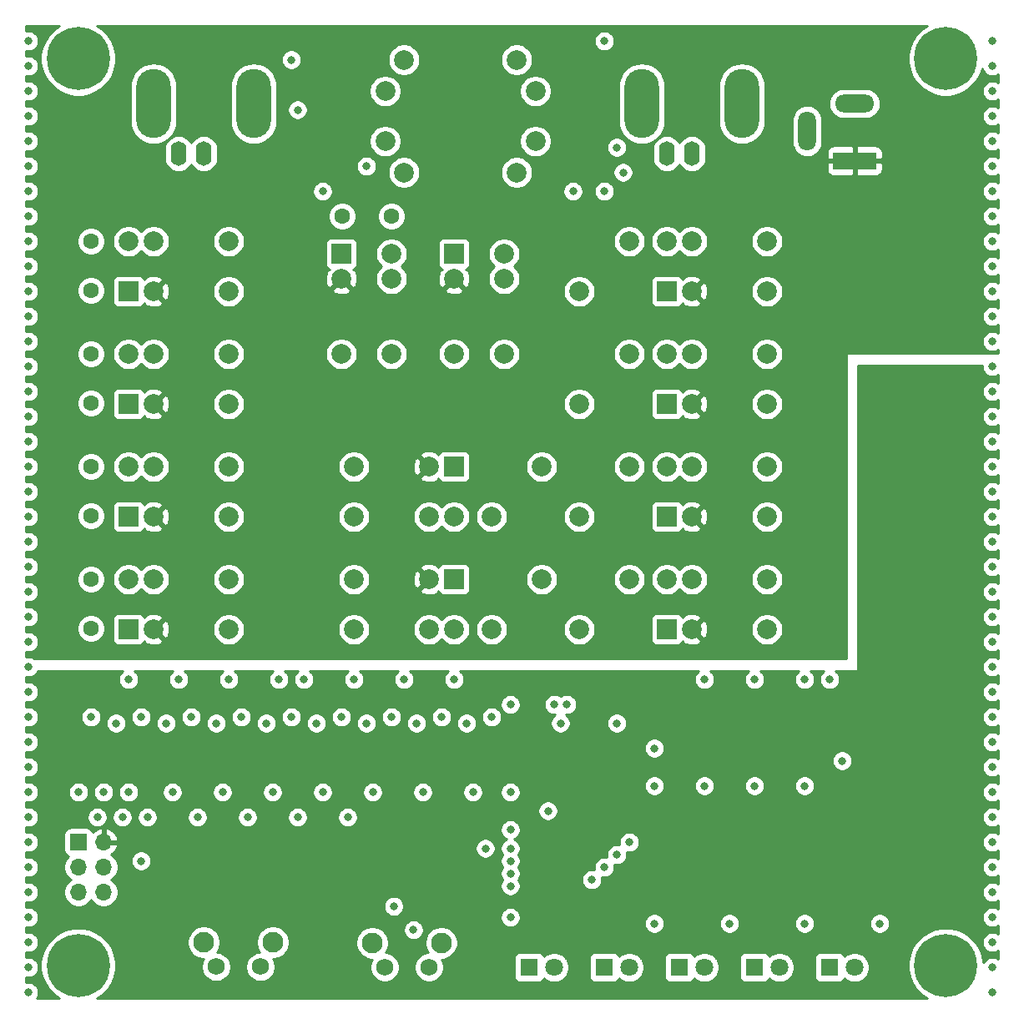
<source format=gbr>
G04 #@! TF.GenerationSoftware,KiCad,Pcbnew,5.1.5+dfsg1-2build2*
G04 #@! TF.CreationDate,2020-12-01T23:40:43+01:00*
G04 #@! TF.ProjectId,ATU,4154552e-6b69-4636-9164-5f7063625858,0*
G04 #@! TF.SameCoordinates,Original*
G04 #@! TF.FileFunction,Copper,L3,Inr*
G04 #@! TF.FilePolarity,Positive*
%FSLAX46Y46*%
G04 Gerber Fmt 4.6, Leading zero omitted, Abs format (unit mm)*
G04 Created by KiCad (PCBNEW 5.1.5+dfsg1-2build2) date 2020-12-01 23:40:43*
%MOMM*%
%LPD*%
G04 APERTURE LIST*
%ADD10C,1.800000*%
%ADD11R,1.800000X1.800000*%
%ADD12C,2.000000*%
%ADD13R,2.000000X2.000000*%
%ADD14C,1.600000*%
%ADD15C,0.800000*%
%ADD16C,6.400000*%
%ADD17C,2.100000*%
%ADD18C,1.750000*%
%ADD19O,1.700000X1.700000*%
%ADD20R,1.700000X1.700000*%
%ADD21R,4.400000X1.800000*%
%ADD22O,4.000000X1.800000*%
%ADD23O,1.800000X4.000000*%
%ADD24O,1.600000X2.500000*%
%ADD25O,3.500000X7.000000*%
%ADD26C,0.254000*%
G04 APERTURE END LIST*
D10*
X93280000Y-138190000D03*
D11*
X90740000Y-138190000D03*
D12*
X76135000Y-49290000D03*
X78040000Y-46115000D03*
X89470000Y-46115000D03*
X91375000Y-49290000D03*
X89470000Y-57545000D03*
X91375000Y-54370000D03*
X76135000Y-54370000D03*
X78040000Y-57545000D03*
X83120000Y-75960000D03*
X88200000Y-75960000D03*
X83120000Y-68340000D03*
D13*
X83120000Y-65800000D03*
D12*
X88200000Y-68340000D03*
X88200000Y-65800000D03*
X114870000Y-69610000D03*
X114870000Y-64530000D03*
X107250000Y-69610000D03*
D13*
X104710000Y-69610000D03*
D12*
X107250000Y-64530000D03*
X104710000Y-64530000D03*
X60260000Y-103900000D03*
X60260000Y-98820000D03*
X52640000Y-103900000D03*
D13*
X50100000Y-103900000D03*
D12*
X52640000Y-98820000D03*
X50100000Y-98820000D03*
X114870000Y-81040000D03*
X114870000Y-75960000D03*
X107250000Y-81040000D03*
D13*
X104710000Y-81040000D03*
D12*
X107250000Y-75960000D03*
X104710000Y-75960000D03*
X60260000Y-92470000D03*
X60260000Y-87390000D03*
X52640000Y-92470000D03*
D13*
X50100000Y-92470000D03*
D12*
X52640000Y-87390000D03*
X50100000Y-87390000D03*
X114870000Y-92470000D03*
X114870000Y-87390000D03*
X107250000Y-92470000D03*
D13*
X104710000Y-92470000D03*
D12*
X107250000Y-87390000D03*
X104710000Y-87390000D03*
X60260000Y-81040000D03*
X60260000Y-75960000D03*
X52640000Y-81040000D03*
D13*
X50100000Y-81040000D03*
D12*
X52640000Y-75960000D03*
X50100000Y-75960000D03*
X114870000Y-103900000D03*
X114870000Y-98820000D03*
X107250000Y-103900000D03*
D13*
X104710000Y-103900000D03*
D12*
X107250000Y-98820000D03*
X104710000Y-98820000D03*
X60260000Y-69610000D03*
X60260000Y-64530000D03*
X52640000Y-69610000D03*
D13*
X50100000Y-69610000D03*
D12*
X52640000Y-64530000D03*
X50100000Y-64530000D03*
X72960000Y-98820000D03*
X72960000Y-103900000D03*
X80580000Y-98820000D03*
D13*
X83120000Y-98820000D03*
D12*
X80580000Y-103900000D03*
X83120000Y-103900000D03*
X71690000Y-75960000D03*
X76770000Y-75960000D03*
X71690000Y-68340000D03*
D13*
X71690000Y-65800000D03*
D12*
X76770000Y-68340000D03*
X76770000Y-65800000D03*
X72960000Y-87390000D03*
X72960000Y-92470000D03*
X80580000Y-87390000D03*
D13*
X83120000Y-87390000D03*
D12*
X80580000Y-92470000D03*
X83120000Y-92470000D03*
X95820000Y-69610000D03*
X100900000Y-64530000D03*
D14*
X46290000Y-103820000D03*
X46290000Y-98820000D03*
X46290000Y-92390000D03*
X46290000Y-87390000D03*
X46290000Y-80960000D03*
X46290000Y-75960000D03*
X46290000Y-69530000D03*
X46290000Y-64530000D03*
X71770000Y-61990000D03*
X76770000Y-61990000D03*
D15*
X134697056Y-136302944D03*
X133000000Y-135600000D03*
X131302944Y-136302944D03*
X130600000Y-138000000D03*
X131302944Y-139697056D03*
X133000000Y-140400000D03*
X134697056Y-139697056D03*
X135400000Y-138000000D03*
D16*
X133000000Y-138000000D03*
D15*
X134697056Y-44302944D03*
X133000000Y-43600000D03*
X131302944Y-44302944D03*
X130600000Y-46000000D03*
X131302944Y-47697056D03*
X133000000Y-48400000D03*
X134697056Y-47697056D03*
X135400000Y-46000000D03*
D16*
X133000000Y-46000000D03*
D15*
X46697056Y-136302944D03*
X45000000Y-135600000D03*
X43302944Y-136302944D03*
X42600000Y-138000000D03*
X43302944Y-139697056D03*
X45000000Y-140400000D03*
X46697056Y-139697056D03*
X47400000Y-138000000D03*
D16*
X45000000Y-138000000D03*
D15*
X46697056Y-44302944D03*
X45000000Y-43600000D03*
X43302944Y-44302944D03*
X42600000Y-46000000D03*
X43302944Y-47697056D03*
X45000000Y-48400000D03*
X46697056Y-47697056D03*
X47400000Y-46000000D03*
D16*
X45000000Y-46000000D03*
D17*
X64740000Y-135650000D03*
D18*
X63490000Y-138140000D03*
X58990000Y-138140000D03*
D17*
X57730000Y-135650000D03*
X81830000Y-135700000D03*
D18*
X80580000Y-138190000D03*
X76080000Y-138190000D03*
D17*
X74820000Y-135700000D03*
D12*
X95820000Y-81040000D03*
X100900000Y-75960000D03*
X95820000Y-92470000D03*
X100900000Y-87390000D03*
X95820000Y-103900000D03*
X100900000Y-98820000D03*
X92010000Y-98820000D03*
X86930000Y-103900000D03*
X92010000Y-87390000D03*
X86930000Y-92470000D03*
D19*
X47560000Y-130570000D03*
X45020000Y-130570000D03*
X47560000Y-128030000D03*
X45020000Y-128030000D03*
X47560000Y-125490000D03*
D20*
X45020000Y-125490000D03*
D21*
X123760000Y-56360000D03*
D22*
X123760000Y-50560000D03*
D23*
X118960000Y-53360000D03*
D24*
X104710000Y-55640000D03*
X107250000Y-55640000D03*
D25*
X112330000Y-50560000D03*
X102170000Y-50560000D03*
D24*
X55180000Y-55640000D03*
X57720000Y-55640000D03*
D25*
X62800000Y-50560000D03*
X52640000Y-50560000D03*
D10*
X100900000Y-138190000D03*
D11*
X98360000Y-138190000D03*
D10*
X108520000Y-138190000D03*
D11*
X105980000Y-138190000D03*
D10*
X116140000Y-138190000D03*
D11*
X113600000Y-138190000D03*
D10*
X123760000Y-138190000D03*
D11*
X121220000Y-138190000D03*
D15*
X56450000Y-112790000D03*
X61530000Y-112790000D03*
X66610000Y-112790000D03*
X71690000Y-112790000D03*
X51370000Y-112790000D03*
X77000000Y-132000000D03*
X79000000Y-134380000D03*
X46925000Y-122950000D03*
X49465000Y-122950000D03*
X47560000Y-120410000D03*
X50100000Y-120410000D03*
X45020000Y-120410000D03*
X86295000Y-126125000D03*
X88835000Y-124220000D03*
X88835000Y-120410000D03*
X62165000Y-122950000D03*
X67245000Y-122950000D03*
X72325000Y-122950000D03*
X59625000Y-120410000D03*
X64705000Y-120410000D03*
X69785000Y-120410000D03*
X74865000Y-120410000D03*
X79945000Y-120410000D03*
X85025000Y-120410000D03*
X57085000Y-122950000D03*
X54545000Y-120410000D03*
X52005000Y-122950000D03*
X88835000Y-133110000D03*
X92645000Y-122315000D03*
X99630000Y-113425000D03*
X93915000Y-113425000D03*
X103440000Y-119775000D03*
X108520000Y-119775000D03*
X113600000Y-119775000D03*
X118680000Y-119775000D03*
X122490000Y-117235000D03*
X103440000Y-115965000D03*
X88835000Y-111520000D03*
X84390000Y-113425000D03*
X79310000Y-113425000D03*
X74230000Y-113425000D03*
X76770000Y-112790000D03*
X81850000Y-112790000D03*
X86930000Y-112790000D03*
X69150000Y-113425000D03*
X64070000Y-113425000D03*
X58990000Y-113425000D03*
X53910000Y-113425000D03*
X48830000Y-113425000D03*
X46290000Y-112790000D03*
X39940000Y-130570000D03*
X39940000Y-128030000D03*
X39940000Y-125490000D03*
X39940000Y-122950000D03*
X39940000Y-133110000D03*
X39940000Y-135650000D03*
X39940000Y-138190000D03*
X39940000Y-140730000D03*
X39940000Y-120410000D03*
X39940000Y-117870000D03*
X39940000Y-115330000D03*
X39940000Y-112790000D03*
X39940000Y-110250000D03*
X39940000Y-107710000D03*
X39940000Y-105170000D03*
X39940000Y-102630000D03*
X39940000Y-100090000D03*
X39940000Y-97550000D03*
X39940000Y-95010000D03*
X39940000Y-92470000D03*
X39940000Y-89930000D03*
X39940000Y-87390000D03*
X39940000Y-84850000D03*
X39940000Y-82310000D03*
X39940000Y-79770000D03*
X39940000Y-77230000D03*
X39940000Y-74690000D03*
X39940000Y-72150000D03*
X39940000Y-69610000D03*
X39940000Y-67070000D03*
X39940000Y-64530000D03*
X39940000Y-61990000D03*
X39940000Y-59450000D03*
X39940000Y-56910000D03*
X39940000Y-54370000D03*
X39940000Y-51830000D03*
X39940000Y-49290000D03*
X39940000Y-46750000D03*
X39940000Y-44210000D03*
X137730000Y-140730000D03*
X137730000Y-138190000D03*
X137730000Y-135650000D03*
X137730000Y-133110000D03*
X137730000Y-130570000D03*
X137730000Y-128030000D03*
X137730000Y-125490000D03*
X137730000Y-122950000D03*
X137730000Y-120410000D03*
X137730000Y-117870000D03*
X137730000Y-115330000D03*
X137730000Y-112790000D03*
X137730000Y-110250000D03*
X137730000Y-107710000D03*
X137730000Y-105170000D03*
X137730000Y-102630000D03*
X137730000Y-100090000D03*
X137730000Y-97550000D03*
X137730000Y-95010000D03*
X137730000Y-92470000D03*
X137730000Y-89930000D03*
X137730000Y-87390000D03*
X137730000Y-84850000D03*
X137730000Y-82310000D03*
X137730000Y-79770000D03*
X137730000Y-77230000D03*
X137730000Y-74690000D03*
X137730000Y-72150000D03*
X137730000Y-69610000D03*
X137730000Y-67070000D03*
X137730000Y-64530000D03*
X137730000Y-61990000D03*
X137730000Y-59450000D03*
X137730000Y-56910000D03*
X137730000Y-54370000D03*
X137730000Y-51830000D03*
X137730000Y-49290000D03*
X137730000Y-46750000D03*
X137730000Y-44210000D03*
X98360000Y-59450000D03*
X100265000Y-57545000D03*
X99630000Y-55005000D03*
X98360000Y-44210000D03*
X66610000Y-46115000D03*
X67245000Y-51195000D03*
X74230000Y-56910000D03*
X93280000Y-111520000D03*
X69785000Y-59450000D03*
X94550000Y-111520000D03*
X95185000Y-59450000D03*
X68000000Y-134000000D03*
X84000000Y-131000000D03*
X85000000Y-132000000D03*
X131000000Y-80000000D03*
X129057500Y-82000000D03*
X97000000Y-124000000D03*
X84390000Y-133745000D03*
X88835000Y-126125000D03*
X98360000Y-128030000D03*
X111060000Y-133745000D03*
X88835000Y-129935000D03*
X100900000Y-125490000D03*
X126300000Y-133745000D03*
X88835000Y-127395000D03*
X51370000Y-127395000D03*
X99630000Y-126760000D03*
X118680000Y-133745000D03*
X88835000Y-128665000D03*
X97090000Y-129300000D03*
X103440000Y-133745000D03*
X67880000Y-108980000D03*
X121000000Y-64000000D03*
X129000000Y-71000000D03*
X129000000Y-73000000D03*
X126000000Y-73000000D03*
X83120000Y-108980000D03*
X78040000Y-108980000D03*
X65340000Y-108980000D03*
X108520000Y-108980000D03*
X60260000Y-108980000D03*
X113600000Y-108980000D03*
X55180000Y-108980000D03*
X118680000Y-108980000D03*
X50100000Y-108980000D03*
X121220000Y-108980000D03*
X72960000Y-108980000D03*
D26*
G36*
X42555330Y-43021161D02*
G01*
X42021161Y-43555330D01*
X41601467Y-44183446D01*
X41312377Y-44881372D01*
X41165000Y-45622285D01*
X41165000Y-46377715D01*
X41312377Y-47118628D01*
X41601467Y-47816554D01*
X42021161Y-48444670D01*
X42555330Y-48978839D01*
X43183446Y-49398533D01*
X43881372Y-49687623D01*
X44622285Y-49835000D01*
X45377715Y-49835000D01*
X46118628Y-49687623D01*
X46816554Y-49398533D01*
X47444670Y-48978839D01*
X47730665Y-48692844D01*
X50255000Y-48692844D01*
X50255000Y-52427157D01*
X50289511Y-52777542D01*
X50425888Y-53227116D01*
X50647352Y-53641446D01*
X50945392Y-54004609D01*
X51308555Y-54302649D01*
X51722885Y-54524113D01*
X52172459Y-54660490D01*
X52640000Y-54706539D01*
X53107542Y-54660490D01*
X53557116Y-54524113D01*
X53971446Y-54302649D01*
X54334609Y-54004609D01*
X54632649Y-53641446D01*
X54854113Y-53227116D01*
X54990490Y-52777542D01*
X55025000Y-52427157D01*
X55025000Y-48692844D01*
X60415000Y-48692844D01*
X60415000Y-52427157D01*
X60449511Y-52777542D01*
X60585888Y-53227116D01*
X60807352Y-53641446D01*
X61105392Y-54004609D01*
X61468555Y-54302649D01*
X61882885Y-54524113D01*
X62332459Y-54660490D01*
X62800000Y-54706539D01*
X63267542Y-54660490D01*
X63717116Y-54524113D01*
X64131446Y-54302649D01*
X64245597Y-54208967D01*
X74500000Y-54208967D01*
X74500000Y-54531033D01*
X74562832Y-54846912D01*
X74686082Y-55144463D01*
X74865013Y-55412252D01*
X75092748Y-55639987D01*
X75360537Y-55818918D01*
X75658088Y-55942168D01*
X75973967Y-56005000D01*
X76296033Y-56005000D01*
X76611912Y-55942168D01*
X76909463Y-55818918D01*
X77177252Y-55639987D01*
X77404987Y-55412252D01*
X77583918Y-55144463D01*
X77707168Y-54846912D01*
X77770000Y-54531033D01*
X77770000Y-54208967D01*
X89740000Y-54208967D01*
X89740000Y-54531033D01*
X89802832Y-54846912D01*
X89926082Y-55144463D01*
X90105013Y-55412252D01*
X90332748Y-55639987D01*
X90600537Y-55818918D01*
X90898088Y-55942168D01*
X91213967Y-56005000D01*
X91536033Y-56005000D01*
X91851912Y-55942168D01*
X92149463Y-55818918D01*
X92417252Y-55639987D01*
X92644987Y-55412252D01*
X92823918Y-55144463D01*
X92923910Y-54903061D01*
X98595000Y-54903061D01*
X98595000Y-55106939D01*
X98634774Y-55306898D01*
X98712795Y-55495256D01*
X98826063Y-55664774D01*
X98970226Y-55808937D01*
X99139744Y-55922205D01*
X99328102Y-56000226D01*
X99528061Y-56040000D01*
X99731939Y-56040000D01*
X99931898Y-56000226D01*
X100120256Y-55922205D01*
X100289774Y-55808937D01*
X100433937Y-55664774D01*
X100547205Y-55495256D01*
X100625226Y-55306898D01*
X100662499Y-55119509D01*
X103275000Y-55119509D01*
X103275000Y-56160492D01*
X103295764Y-56371309D01*
X103377818Y-56641808D01*
X103511068Y-56891101D01*
X103690393Y-57109608D01*
X103908900Y-57288932D01*
X104158193Y-57422182D01*
X104428692Y-57504236D01*
X104710000Y-57531943D01*
X104991309Y-57504236D01*
X105261808Y-57422182D01*
X105511101Y-57288932D01*
X105729608Y-57109608D01*
X105908932Y-56891101D01*
X105980000Y-56758142D01*
X106051068Y-56891101D01*
X106230393Y-57109608D01*
X106448900Y-57288932D01*
X106698193Y-57422182D01*
X106968692Y-57504236D01*
X107250000Y-57531943D01*
X107531309Y-57504236D01*
X107801808Y-57422182D01*
X108051101Y-57288932D01*
X108086354Y-57260000D01*
X120921928Y-57260000D01*
X120934188Y-57384482D01*
X120970498Y-57504180D01*
X121029463Y-57614494D01*
X121108815Y-57711185D01*
X121205506Y-57790537D01*
X121315820Y-57849502D01*
X121435518Y-57885812D01*
X121560000Y-57898072D01*
X123474250Y-57895000D01*
X123633000Y-57736250D01*
X123633000Y-56487000D01*
X123887000Y-56487000D01*
X123887000Y-57736250D01*
X124045750Y-57895000D01*
X125960000Y-57898072D01*
X126084482Y-57885812D01*
X126204180Y-57849502D01*
X126314494Y-57790537D01*
X126411185Y-57711185D01*
X126490537Y-57614494D01*
X126549502Y-57504180D01*
X126585812Y-57384482D01*
X126598072Y-57260000D01*
X126595000Y-56645750D01*
X126436250Y-56487000D01*
X123887000Y-56487000D01*
X123633000Y-56487000D01*
X121083750Y-56487000D01*
X120925000Y-56645750D01*
X120921928Y-57260000D01*
X108086354Y-57260000D01*
X108269608Y-57109608D01*
X108448932Y-56891101D01*
X108582182Y-56641808D01*
X108664236Y-56371309D01*
X108685000Y-56160491D01*
X108685000Y-55119508D01*
X108664236Y-54908691D01*
X108582182Y-54638192D01*
X108448932Y-54388899D01*
X108269607Y-54170392D01*
X108051100Y-53991068D01*
X107801807Y-53857818D01*
X107531308Y-53775764D01*
X107250000Y-53748057D01*
X106968691Y-53775764D01*
X106698192Y-53857818D01*
X106448899Y-53991068D01*
X106230392Y-54170393D01*
X106051068Y-54388900D01*
X105980000Y-54521858D01*
X105908932Y-54388899D01*
X105729607Y-54170392D01*
X105511100Y-53991068D01*
X105261807Y-53857818D01*
X104991308Y-53775764D01*
X104710000Y-53748057D01*
X104428691Y-53775764D01*
X104158192Y-53857818D01*
X103908899Y-53991068D01*
X103690392Y-54170393D01*
X103511068Y-54388900D01*
X103377818Y-54638193D01*
X103295764Y-54908692D01*
X103275000Y-55119509D01*
X100662499Y-55119509D01*
X100665000Y-55106939D01*
X100665000Y-54903061D01*
X100625226Y-54703102D01*
X100547205Y-54514744D01*
X100433937Y-54345226D01*
X100289774Y-54201063D01*
X100120256Y-54087795D01*
X99931898Y-54009774D01*
X99731939Y-53970000D01*
X99528061Y-53970000D01*
X99328102Y-54009774D01*
X99139744Y-54087795D01*
X98970226Y-54201063D01*
X98826063Y-54345226D01*
X98712795Y-54514744D01*
X98634774Y-54703102D01*
X98595000Y-54903061D01*
X92923910Y-54903061D01*
X92947168Y-54846912D01*
X93010000Y-54531033D01*
X93010000Y-54208967D01*
X92947168Y-53893088D01*
X92823918Y-53595537D01*
X92644987Y-53327748D01*
X92417252Y-53100013D01*
X92149463Y-52921082D01*
X91851912Y-52797832D01*
X91536033Y-52735000D01*
X91213967Y-52735000D01*
X90898088Y-52797832D01*
X90600537Y-52921082D01*
X90332748Y-53100013D01*
X90105013Y-53327748D01*
X89926082Y-53595537D01*
X89802832Y-53893088D01*
X89740000Y-54208967D01*
X77770000Y-54208967D01*
X77707168Y-53893088D01*
X77583918Y-53595537D01*
X77404987Y-53327748D01*
X77177252Y-53100013D01*
X76909463Y-52921082D01*
X76611912Y-52797832D01*
X76296033Y-52735000D01*
X75973967Y-52735000D01*
X75658088Y-52797832D01*
X75360537Y-52921082D01*
X75092748Y-53100013D01*
X74865013Y-53327748D01*
X74686082Y-53595537D01*
X74562832Y-53893088D01*
X74500000Y-54208967D01*
X64245597Y-54208967D01*
X64494609Y-54004609D01*
X64792649Y-53641446D01*
X65014113Y-53227116D01*
X65150490Y-52777542D01*
X65185000Y-52427157D01*
X65185000Y-51093061D01*
X66210000Y-51093061D01*
X66210000Y-51296939D01*
X66249774Y-51496898D01*
X66327795Y-51685256D01*
X66441063Y-51854774D01*
X66585226Y-51998937D01*
X66754744Y-52112205D01*
X66943102Y-52190226D01*
X67143061Y-52230000D01*
X67346939Y-52230000D01*
X67546898Y-52190226D01*
X67735256Y-52112205D01*
X67904774Y-51998937D01*
X68048937Y-51854774D01*
X68162205Y-51685256D01*
X68240226Y-51496898D01*
X68280000Y-51296939D01*
X68280000Y-51093061D01*
X68240226Y-50893102D01*
X68162205Y-50704744D01*
X68048937Y-50535226D01*
X67904774Y-50391063D01*
X67735256Y-50277795D01*
X67546898Y-50199774D01*
X67346939Y-50160000D01*
X67143061Y-50160000D01*
X66943102Y-50199774D01*
X66754744Y-50277795D01*
X66585226Y-50391063D01*
X66441063Y-50535226D01*
X66327795Y-50704744D01*
X66249774Y-50893102D01*
X66210000Y-51093061D01*
X65185000Y-51093061D01*
X65185000Y-49128967D01*
X74500000Y-49128967D01*
X74500000Y-49451033D01*
X74562832Y-49766912D01*
X74686082Y-50064463D01*
X74865013Y-50332252D01*
X75092748Y-50559987D01*
X75360537Y-50738918D01*
X75658088Y-50862168D01*
X75973967Y-50925000D01*
X76296033Y-50925000D01*
X76611912Y-50862168D01*
X76909463Y-50738918D01*
X77177252Y-50559987D01*
X77404987Y-50332252D01*
X77583918Y-50064463D01*
X77707168Y-49766912D01*
X77770000Y-49451033D01*
X77770000Y-49128967D01*
X89740000Y-49128967D01*
X89740000Y-49451033D01*
X89802832Y-49766912D01*
X89926082Y-50064463D01*
X90105013Y-50332252D01*
X90332748Y-50559987D01*
X90600537Y-50738918D01*
X90898088Y-50862168D01*
X91213967Y-50925000D01*
X91536033Y-50925000D01*
X91851912Y-50862168D01*
X92149463Y-50738918D01*
X92417252Y-50559987D01*
X92644987Y-50332252D01*
X92823918Y-50064463D01*
X92947168Y-49766912D01*
X93010000Y-49451033D01*
X93010000Y-49128967D01*
X92947168Y-48813088D01*
X92897362Y-48692844D01*
X99785000Y-48692844D01*
X99785000Y-52427157D01*
X99819511Y-52777542D01*
X99955888Y-53227116D01*
X100177352Y-53641446D01*
X100475392Y-54004609D01*
X100838555Y-54302649D01*
X101252885Y-54524113D01*
X101702459Y-54660490D01*
X102170000Y-54706539D01*
X102637542Y-54660490D01*
X103087116Y-54524113D01*
X103501446Y-54302649D01*
X103864609Y-54004609D01*
X104162649Y-53641446D01*
X104384113Y-53227116D01*
X104520490Y-52777542D01*
X104555000Y-52427157D01*
X104555000Y-48692844D01*
X109945000Y-48692844D01*
X109945000Y-52427157D01*
X109979511Y-52777542D01*
X110115888Y-53227116D01*
X110337352Y-53641446D01*
X110635392Y-54004609D01*
X110998555Y-54302649D01*
X111412885Y-54524113D01*
X111862459Y-54660490D01*
X112330000Y-54706539D01*
X112797542Y-54660490D01*
X113209884Y-54535407D01*
X117425000Y-54535407D01*
X117447210Y-54760912D01*
X117534983Y-55050260D01*
X117677519Y-55316926D01*
X117869339Y-55550661D01*
X118103073Y-55742481D01*
X118369739Y-55885017D01*
X118659087Y-55972790D01*
X118960000Y-56002427D01*
X119260912Y-55972790D01*
X119550260Y-55885017D01*
X119816926Y-55742481D01*
X120050661Y-55550661D01*
X120125064Y-55460000D01*
X120921928Y-55460000D01*
X120925000Y-56074250D01*
X121083750Y-56233000D01*
X123633000Y-56233000D01*
X123633000Y-54983750D01*
X123887000Y-54983750D01*
X123887000Y-56233000D01*
X126436250Y-56233000D01*
X126595000Y-56074250D01*
X126598072Y-55460000D01*
X126585812Y-55335518D01*
X126549502Y-55215820D01*
X126490537Y-55105506D01*
X126411185Y-55008815D01*
X126314494Y-54929463D01*
X126204180Y-54870498D01*
X126084482Y-54834188D01*
X125960000Y-54821928D01*
X124045750Y-54825000D01*
X123887000Y-54983750D01*
X123633000Y-54983750D01*
X123474250Y-54825000D01*
X121560000Y-54821928D01*
X121435518Y-54834188D01*
X121315820Y-54870498D01*
X121205506Y-54929463D01*
X121108815Y-55008815D01*
X121029463Y-55105506D01*
X120970498Y-55215820D01*
X120934188Y-55335518D01*
X120921928Y-55460000D01*
X120125064Y-55460000D01*
X120242481Y-55316927D01*
X120385017Y-55050261D01*
X120472790Y-54760913D01*
X120495000Y-54535408D01*
X120495000Y-52184592D01*
X120472790Y-51959087D01*
X120385017Y-51669739D01*
X120242481Y-51403073D01*
X120050661Y-51169339D01*
X119816927Y-50977519D01*
X119550261Y-50834983D01*
X119260913Y-50747210D01*
X118960000Y-50717573D01*
X118659088Y-50747210D01*
X118369740Y-50834983D01*
X118103074Y-50977519D01*
X117869340Y-51169339D01*
X117677520Y-51403073D01*
X117534984Y-51669739D01*
X117447211Y-51959087D01*
X117425001Y-52184592D01*
X117425000Y-54535407D01*
X113209884Y-54535407D01*
X113247116Y-54524113D01*
X113661446Y-54302649D01*
X114024609Y-54004609D01*
X114322649Y-53641446D01*
X114544113Y-53227116D01*
X114680490Y-52777542D01*
X114715000Y-52427157D01*
X114715000Y-50560000D01*
X121117573Y-50560000D01*
X121147210Y-50860913D01*
X121234983Y-51150261D01*
X121377519Y-51416927D01*
X121569339Y-51650661D01*
X121803073Y-51842481D01*
X122069739Y-51985017D01*
X122359087Y-52072790D01*
X122584592Y-52095000D01*
X124935408Y-52095000D01*
X125160913Y-52072790D01*
X125450261Y-51985017D01*
X125716927Y-51842481D01*
X125950661Y-51650661D01*
X126142481Y-51416927D01*
X126285017Y-51150261D01*
X126372790Y-50860913D01*
X126402427Y-50560000D01*
X126372790Y-50259087D01*
X126285017Y-49969739D01*
X126142481Y-49703073D01*
X125950661Y-49469339D01*
X125716927Y-49277519D01*
X125450261Y-49134983D01*
X125160913Y-49047210D01*
X124935408Y-49025000D01*
X122584592Y-49025000D01*
X122359087Y-49047210D01*
X122069739Y-49134983D01*
X121803073Y-49277519D01*
X121569339Y-49469339D01*
X121377519Y-49703073D01*
X121234983Y-49969739D01*
X121147210Y-50259087D01*
X121117573Y-50560000D01*
X114715000Y-50560000D01*
X114715000Y-48692843D01*
X114680490Y-48342458D01*
X114544113Y-47892884D01*
X114322649Y-47478554D01*
X114024609Y-47115391D01*
X113661445Y-46817351D01*
X113247115Y-46595887D01*
X112797541Y-46459510D01*
X112330000Y-46413461D01*
X111862458Y-46459510D01*
X111412884Y-46595887D01*
X110998554Y-46817351D01*
X110635391Y-47115391D01*
X110337351Y-47478555D01*
X110115887Y-47892885D01*
X109979510Y-48342459D01*
X109945000Y-48692844D01*
X104555000Y-48692844D01*
X104555000Y-48692843D01*
X104520490Y-48342458D01*
X104384113Y-47892884D01*
X104162649Y-47478554D01*
X103864609Y-47115391D01*
X103501445Y-46817351D01*
X103087115Y-46595887D01*
X102637541Y-46459510D01*
X102170000Y-46413461D01*
X101702458Y-46459510D01*
X101252884Y-46595887D01*
X100838554Y-46817351D01*
X100475391Y-47115391D01*
X100177351Y-47478555D01*
X99955887Y-47892885D01*
X99819510Y-48342459D01*
X99785000Y-48692844D01*
X92897362Y-48692844D01*
X92823918Y-48515537D01*
X92644987Y-48247748D01*
X92417252Y-48020013D01*
X92149463Y-47841082D01*
X91851912Y-47717832D01*
X91536033Y-47655000D01*
X91213967Y-47655000D01*
X90898088Y-47717832D01*
X90600537Y-47841082D01*
X90332748Y-48020013D01*
X90105013Y-48247748D01*
X89926082Y-48515537D01*
X89802832Y-48813088D01*
X89740000Y-49128967D01*
X77770000Y-49128967D01*
X77707168Y-48813088D01*
X77583918Y-48515537D01*
X77404987Y-48247748D01*
X77177252Y-48020013D01*
X76909463Y-47841082D01*
X76611912Y-47717832D01*
X76296033Y-47655000D01*
X75973967Y-47655000D01*
X75658088Y-47717832D01*
X75360537Y-47841082D01*
X75092748Y-48020013D01*
X74865013Y-48247748D01*
X74686082Y-48515537D01*
X74562832Y-48813088D01*
X74500000Y-49128967D01*
X65185000Y-49128967D01*
X65185000Y-48692843D01*
X65150490Y-48342458D01*
X65014113Y-47892884D01*
X64792649Y-47478554D01*
X64494609Y-47115391D01*
X64131445Y-46817351D01*
X63717115Y-46595887D01*
X63267541Y-46459510D01*
X62800000Y-46413461D01*
X62332458Y-46459510D01*
X61882884Y-46595887D01*
X61468554Y-46817351D01*
X61105391Y-47115391D01*
X60807351Y-47478555D01*
X60585887Y-47892885D01*
X60449510Y-48342459D01*
X60415000Y-48692844D01*
X55025000Y-48692844D01*
X55025000Y-48692843D01*
X54990490Y-48342458D01*
X54854113Y-47892884D01*
X54632649Y-47478554D01*
X54334609Y-47115391D01*
X53971445Y-46817351D01*
X53557115Y-46595887D01*
X53107541Y-46459510D01*
X52640000Y-46413461D01*
X52172458Y-46459510D01*
X51722884Y-46595887D01*
X51308554Y-46817351D01*
X50945391Y-47115391D01*
X50647351Y-47478555D01*
X50425887Y-47892885D01*
X50289510Y-48342459D01*
X50255000Y-48692844D01*
X47730665Y-48692844D01*
X47978839Y-48444670D01*
X48398533Y-47816554D01*
X48687623Y-47118628D01*
X48835000Y-46377715D01*
X48835000Y-46013061D01*
X65575000Y-46013061D01*
X65575000Y-46216939D01*
X65614774Y-46416898D01*
X65692795Y-46605256D01*
X65806063Y-46774774D01*
X65950226Y-46918937D01*
X66119744Y-47032205D01*
X66308102Y-47110226D01*
X66508061Y-47150000D01*
X66711939Y-47150000D01*
X66911898Y-47110226D01*
X67100256Y-47032205D01*
X67269774Y-46918937D01*
X67413937Y-46774774D01*
X67527205Y-46605256D01*
X67605226Y-46416898D01*
X67645000Y-46216939D01*
X67645000Y-46013061D01*
X67633246Y-45953967D01*
X76405000Y-45953967D01*
X76405000Y-46276033D01*
X76467832Y-46591912D01*
X76591082Y-46889463D01*
X76770013Y-47157252D01*
X76997748Y-47384987D01*
X77265537Y-47563918D01*
X77563088Y-47687168D01*
X77878967Y-47750000D01*
X78201033Y-47750000D01*
X78516912Y-47687168D01*
X78814463Y-47563918D01*
X79082252Y-47384987D01*
X79309987Y-47157252D01*
X79488918Y-46889463D01*
X79612168Y-46591912D01*
X79675000Y-46276033D01*
X79675000Y-45953967D01*
X87835000Y-45953967D01*
X87835000Y-46276033D01*
X87897832Y-46591912D01*
X88021082Y-46889463D01*
X88200013Y-47157252D01*
X88427748Y-47384987D01*
X88695537Y-47563918D01*
X88993088Y-47687168D01*
X89308967Y-47750000D01*
X89631033Y-47750000D01*
X89946912Y-47687168D01*
X90244463Y-47563918D01*
X90512252Y-47384987D01*
X90739987Y-47157252D01*
X90918918Y-46889463D01*
X91042168Y-46591912D01*
X91105000Y-46276033D01*
X91105000Y-45953967D01*
X91042168Y-45638088D01*
X90918918Y-45340537D01*
X90739987Y-45072748D01*
X90512252Y-44845013D01*
X90244463Y-44666082D01*
X89946912Y-44542832D01*
X89631033Y-44480000D01*
X89308967Y-44480000D01*
X88993088Y-44542832D01*
X88695537Y-44666082D01*
X88427748Y-44845013D01*
X88200013Y-45072748D01*
X88021082Y-45340537D01*
X87897832Y-45638088D01*
X87835000Y-45953967D01*
X79675000Y-45953967D01*
X79612168Y-45638088D01*
X79488918Y-45340537D01*
X79309987Y-45072748D01*
X79082252Y-44845013D01*
X78814463Y-44666082D01*
X78516912Y-44542832D01*
X78201033Y-44480000D01*
X77878967Y-44480000D01*
X77563088Y-44542832D01*
X77265537Y-44666082D01*
X76997748Y-44845013D01*
X76770013Y-45072748D01*
X76591082Y-45340537D01*
X76467832Y-45638088D01*
X76405000Y-45953967D01*
X67633246Y-45953967D01*
X67605226Y-45813102D01*
X67527205Y-45624744D01*
X67413937Y-45455226D01*
X67269774Y-45311063D01*
X67100256Y-45197795D01*
X66911898Y-45119774D01*
X66711939Y-45080000D01*
X66508061Y-45080000D01*
X66308102Y-45119774D01*
X66119744Y-45197795D01*
X65950226Y-45311063D01*
X65806063Y-45455226D01*
X65692795Y-45624744D01*
X65614774Y-45813102D01*
X65575000Y-46013061D01*
X48835000Y-46013061D01*
X48835000Y-45622285D01*
X48687623Y-44881372D01*
X48398533Y-44183446D01*
X48348163Y-44108061D01*
X97325000Y-44108061D01*
X97325000Y-44311939D01*
X97364774Y-44511898D01*
X97442795Y-44700256D01*
X97556063Y-44869774D01*
X97700226Y-45013937D01*
X97869744Y-45127205D01*
X98058102Y-45205226D01*
X98258061Y-45245000D01*
X98461939Y-45245000D01*
X98661898Y-45205226D01*
X98850256Y-45127205D01*
X99019774Y-45013937D01*
X99163937Y-44869774D01*
X99277205Y-44700256D01*
X99355226Y-44511898D01*
X99395000Y-44311939D01*
X99395000Y-44108061D01*
X99355226Y-43908102D01*
X99277205Y-43719744D01*
X99163937Y-43550226D01*
X99019774Y-43406063D01*
X98850256Y-43292795D01*
X98661898Y-43214774D01*
X98461939Y-43175000D01*
X98258061Y-43175000D01*
X98058102Y-43214774D01*
X97869744Y-43292795D01*
X97700226Y-43406063D01*
X97556063Y-43550226D01*
X97442795Y-43719744D01*
X97364774Y-43908102D01*
X97325000Y-44108061D01*
X48348163Y-44108061D01*
X47978839Y-43555330D01*
X47444670Y-43021161D01*
X46904155Y-42660000D01*
X131095845Y-42660000D01*
X130555330Y-43021161D01*
X130021161Y-43555330D01*
X129601467Y-44183446D01*
X129312377Y-44881372D01*
X129165000Y-45622285D01*
X129165000Y-46377715D01*
X129312377Y-47118628D01*
X129601467Y-47816554D01*
X130021161Y-48444670D01*
X130555330Y-48978839D01*
X131183446Y-49398533D01*
X131881372Y-49687623D01*
X132622285Y-49835000D01*
X133377715Y-49835000D01*
X134118628Y-49687623D01*
X134816554Y-49398533D01*
X135444670Y-48978839D01*
X135978839Y-48444670D01*
X136398533Y-47816554D01*
X136687623Y-47118628D01*
X136717835Y-46966741D01*
X136734774Y-47051898D01*
X136812795Y-47240256D01*
X136926063Y-47409774D01*
X137070226Y-47553937D01*
X137239744Y-47667205D01*
X137428102Y-47745226D01*
X137628061Y-47785000D01*
X137831939Y-47785000D01*
X138031898Y-47745226D01*
X138220256Y-47667205D01*
X138340001Y-47587194D01*
X138340001Y-48452806D01*
X138220256Y-48372795D01*
X138031898Y-48294774D01*
X137831939Y-48255000D01*
X137628061Y-48255000D01*
X137428102Y-48294774D01*
X137239744Y-48372795D01*
X137070226Y-48486063D01*
X136926063Y-48630226D01*
X136812795Y-48799744D01*
X136734774Y-48988102D01*
X136695000Y-49188061D01*
X136695000Y-49391939D01*
X136734774Y-49591898D01*
X136812795Y-49780256D01*
X136926063Y-49949774D01*
X137070226Y-50093937D01*
X137239744Y-50207205D01*
X137428102Y-50285226D01*
X137628061Y-50325000D01*
X137831939Y-50325000D01*
X138031898Y-50285226D01*
X138220256Y-50207205D01*
X138340001Y-50127194D01*
X138340001Y-50992806D01*
X138220256Y-50912795D01*
X138031898Y-50834774D01*
X137831939Y-50795000D01*
X137628061Y-50795000D01*
X137428102Y-50834774D01*
X137239744Y-50912795D01*
X137070226Y-51026063D01*
X136926063Y-51170226D01*
X136812795Y-51339744D01*
X136734774Y-51528102D01*
X136695000Y-51728061D01*
X136695000Y-51931939D01*
X136734774Y-52131898D01*
X136812795Y-52320256D01*
X136926063Y-52489774D01*
X137070226Y-52633937D01*
X137239744Y-52747205D01*
X137428102Y-52825226D01*
X137628061Y-52865000D01*
X137831939Y-52865000D01*
X138031898Y-52825226D01*
X138220256Y-52747205D01*
X138340001Y-52667194D01*
X138340001Y-53532806D01*
X138220256Y-53452795D01*
X138031898Y-53374774D01*
X137831939Y-53335000D01*
X137628061Y-53335000D01*
X137428102Y-53374774D01*
X137239744Y-53452795D01*
X137070226Y-53566063D01*
X136926063Y-53710226D01*
X136812795Y-53879744D01*
X136734774Y-54068102D01*
X136695000Y-54268061D01*
X136695000Y-54471939D01*
X136734774Y-54671898D01*
X136812795Y-54860256D01*
X136926063Y-55029774D01*
X137070226Y-55173937D01*
X137239744Y-55287205D01*
X137428102Y-55365226D01*
X137628061Y-55405000D01*
X137831939Y-55405000D01*
X138031898Y-55365226D01*
X138220256Y-55287205D01*
X138340001Y-55207194D01*
X138340001Y-56072806D01*
X138220256Y-55992795D01*
X138031898Y-55914774D01*
X137831939Y-55875000D01*
X137628061Y-55875000D01*
X137428102Y-55914774D01*
X137239744Y-55992795D01*
X137070226Y-56106063D01*
X136926063Y-56250226D01*
X136812795Y-56419744D01*
X136734774Y-56608102D01*
X136695000Y-56808061D01*
X136695000Y-57011939D01*
X136734774Y-57211898D01*
X136812795Y-57400256D01*
X136926063Y-57569774D01*
X137070226Y-57713937D01*
X137239744Y-57827205D01*
X137428102Y-57905226D01*
X137628061Y-57945000D01*
X137831939Y-57945000D01*
X138031898Y-57905226D01*
X138220256Y-57827205D01*
X138340001Y-57747194D01*
X138340001Y-58612806D01*
X138220256Y-58532795D01*
X138031898Y-58454774D01*
X137831939Y-58415000D01*
X137628061Y-58415000D01*
X137428102Y-58454774D01*
X137239744Y-58532795D01*
X137070226Y-58646063D01*
X136926063Y-58790226D01*
X136812795Y-58959744D01*
X136734774Y-59148102D01*
X136695000Y-59348061D01*
X136695000Y-59551939D01*
X136734774Y-59751898D01*
X136812795Y-59940256D01*
X136926063Y-60109774D01*
X137070226Y-60253937D01*
X137239744Y-60367205D01*
X137428102Y-60445226D01*
X137628061Y-60485000D01*
X137831939Y-60485000D01*
X138031898Y-60445226D01*
X138220256Y-60367205D01*
X138340001Y-60287194D01*
X138340001Y-61152806D01*
X138220256Y-61072795D01*
X138031898Y-60994774D01*
X137831939Y-60955000D01*
X137628061Y-60955000D01*
X137428102Y-60994774D01*
X137239744Y-61072795D01*
X137070226Y-61186063D01*
X136926063Y-61330226D01*
X136812795Y-61499744D01*
X136734774Y-61688102D01*
X136695000Y-61888061D01*
X136695000Y-62091939D01*
X136734774Y-62291898D01*
X136812795Y-62480256D01*
X136926063Y-62649774D01*
X137070226Y-62793937D01*
X137239744Y-62907205D01*
X137428102Y-62985226D01*
X137628061Y-63025000D01*
X137831939Y-63025000D01*
X138031898Y-62985226D01*
X138220256Y-62907205D01*
X138340001Y-62827194D01*
X138340001Y-63692806D01*
X138220256Y-63612795D01*
X138031898Y-63534774D01*
X137831939Y-63495000D01*
X137628061Y-63495000D01*
X137428102Y-63534774D01*
X137239744Y-63612795D01*
X137070226Y-63726063D01*
X136926063Y-63870226D01*
X136812795Y-64039744D01*
X136734774Y-64228102D01*
X136695000Y-64428061D01*
X136695000Y-64631939D01*
X136734774Y-64831898D01*
X136812795Y-65020256D01*
X136926063Y-65189774D01*
X137070226Y-65333937D01*
X137239744Y-65447205D01*
X137428102Y-65525226D01*
X137628061Y-65565000D01*
X137831939Y-65565000D01*
X138031898Y-65525226D01*
X138220256Y-65447205D01*
X138340001Y-65367194D01*
X138340001Y-66232806D01*
X138220256Y-66152795D01*
X138031898Y-66074774D01*
X137831939Y-66035000D01*
X137628061Y-66035000D01*
X137428102Y-66074774D01*
X137239744Y-66152795D01*
X137070226Y-66266063D01*
X136926063Y-66410226D01*
X136812795Y-66579744D01*
X136734774Y-66768102D01*
X136695000Y-66968061D01*
X136695000Y-67171939D01*
X136734774Y-67371898D01*
X136812795Y-67560256D01*
X136926063Y-67729774D01*
X137070226Y-67873937D01*
X137239744Y-67987205D01*
X137428102Y-68065226D01*
X137628061Y-68105000D01*
X137831939Y-68105000D01*
X138031898Y-68065226D01*
X138220256Y-67987205D01*
X138340001Y-67907194D01*
X138340001Y-68772806D01*
X138220256Y-68692795D01*
X138031898Y-68614774D01*
X137831939Y-68575000D01*
X137628061Y-68575000D01*
X137428102Y-68614774D01*
X137239744Y-68692795D01*
X137070226Y-68806063D01*
X136926063Y-68950226D01*
X136812795Y-69119744D01*
X136734774Y-69308102D01*
X136695000Y-69508061D01*
X136695000Y-69711939D01*
X136734774Y-69911898D01*
X136812795Y-70100256D01*
X136926063Y-70269774D01*
X137070226Y-70413937D01*
X137239744Y-70527205D01*
X137428102Y-70605226D01*
X137628061Y-70645000D01*
X137831939Y-70645000D01*
X138031898Y-70605226D01*
X138220256Y-70527205D01*
X138340001Y-70447194D01*
X138340001Y-71312806D01*
X138220256Y-71232795D01*
X138031898Y-71154774D01*
X137831939Y-71115000D01*
X137628061Y-71115000D01*
X137428102Y-71154774D01*
X137239744Y-71232795D01*
X137070226Y-71346063D01*
X136926063Y-71490226D01*
X136812795Y-71659744D01*
X136734774Y-71848102D01*
X136695000Y-72048061D01*
X136695000Y-72251939D01*
X136734774Y-72451898D01*
X136812795Y-72640256D01*
X136926063Y-72809774D01*
X137070226Y-72953937D01*
X137239744Y-73067205D01*
X137428102Y-73145226D01*
X137628061Y-73185000D01*
X137831939Y-73185000D01*
X138031898Y-73145226D01*
X138220256Y-73067205D01*
X138340001Y-72987194D01*
X138340001Y-73852806D01*
X138220256Y-73772795D01*
X138031898Y-73694774D01*
X137831939Y-73655000D01*
X137628061Y-73655000D01*
X137428102Y-73694774D01*
X137239744Y-73772795D01*
X137070226Y-73886063D01*
X136926063Y-74030226D01*
X136812795Y-74199744D01*
X136734774Y-74388102D01*
X136695000Y-74588061D01*
X136695000Y-74791939D01*
X136734774Y-74991898D01*
X136812795Y-75180256D01*
X136926063Y-75349774D01*
X137070226Y-75493937D01*
X137239744Y-75607205D01*
X137428102Y-75685226D01*
X137628061Y-75725000D01*
X137831939Y-75725000D01*
X138031898Y-75685226D01*
X138220256Y-75607205D01*
X138340001Y-75527194D01*
X138340001Y-75873000D01*
X123000000Y-75873000D01*
X122975224Y-75875440D01*
X122951399Y-75882667D01*
X122929443Y-75894403D01*
X122910197Y-75910197D01*
X122894403Y-75929443D01*
X122882667Y-75951399D01*
X122875440Y-75975224D01*
X122873000Y-76000000D01*
X122873000Y-106873000D01*
X40550292Y-106873000D01*
X40430256Y-106792795D01*
X40241898Y-106714774D01*
X40041939Y-106675000D01*
X39838061Y-106675000D01*
X39660000Y-106710418D01*
X39660000Y-106169582D01*
X39838061Y-106205000D01*
X40041939Y-106205000D01*
X40241898Y-106165226D01*
X40430256Y-106087205D01*
X40599774Y-105973937D01*
X40743937Y-105829774D01*
X40857205Y-105660256D01*
X40935226Y-105471898D01*
X40975000Y-105271939D01*
X40975000Y-105068061D01*
X40935226Y-104868102D01*
X40857205Y-104679744D01*
X40743937Y-104510226D01*
X40599774Y-104366063D01*
X40430256Y-104252795D01*
X40241898Y-104174774D01*
X40041939Y-104135000D01*
X39838061Y-104135000D01*
X39660000Y-104170418D01*
X39660000Y-103678665D01*
X44855000Y-103678665D01*
X44855000Y-103961335D01*
X44910147Y-104238574D01*
X45018320Y-104499727D01*
X45175363Y-104734759D01*
X45375241Y-104934637D01*
X45610273Y-105091680D01*
X45871426Y-105199853D01*
X46148665Y-105255000D01*
X46431335Y-105255000D01*
X46708574Y-105199853D01*
X46969727Y-105091680D01*
X47204759Y-104934637D01*
X47404637Y-104734759D01*
X47561680Y-104499727D01*
X47669853Y-104238574D01*
X47725000Y-103961335D01*
X47725000Y-103678665D01*
X47669853Y-103401426D01*
X47561680Y-103140273D01*
X47404637Y-102905241D01*
X47399396Y-102900000D01*
X48461928Y-102900000D01*
X48461928Y-104900000D01*
X48474188Y-105024482D01*
X48510498Y-105144180D01*
X48569463Y-105254494D01*
X48648815Y-105351185D01*
X48745506Y-105430537D01*
X48855820Y-105489502D01*
X48975518Y-105525812D01*
X49100000Y-105538072D01*
X51100000Y-105538072D01*
X51224482Y-105525812D01*
X51344180Y-105489502D01*
X51454494Y-105430537D01*
X51551185Y-105351185D01*
X51630537Y-105254494D01*
X51689502Y-105144180D01*
X51705037Y-105092967D01*
X51779956Y-105299814D01*
X52069571Y-105440704D01*
X52381108Y-105522384D01*
X52702595Y-105541718D01*
X53021675Y-105497961D01*
X53326088Y-105392795D01*
X53500044Y-105299814D01*
X53595808Y-105035413D01*
X52640000Y-104079605D01*
X52625858Y-104093748D01*
X52446253Y-103914143D01*
X52460395Y-103900000D01*
X52819605Y-103900000D01*
X53775413Y-104855808D01*
X54039814Y-104760044D01*
X54180704Y-104470429D01*
X54262384Y-104158892D01*
X54281718Y-103837405D01*
X54268219Y-103738967D01*
X58625000Y-103738967D01*
X58625000Y-104061033D01*
X58687832Y-104376912D01*
X58811082Y-104674463D01*
X58990013Y-104942252D01*
X59217748Y-105169987D01*
X59485537Y-105348918D01*
X59783088Y-105472168D01*
X60098967Y-105535000D01*
X60421033Y-105535000D01*
X60736912Y-105472168D01*
X61034463Y-105348918D01*
X61302252Y-105169987D01*
X61529987Y-104942252D01*
X61708918Y-104674463D01*
X61832168Y-104376912D01*
X61895000Y-104061033D01*
X61895000Y-103738967D01*
X71325000Y-103738967D01*
X71325000Y-104061033D01*
X71387832Y-104376912D01*
X71511082Y-104674463D01*
X71690013Y-104942252D01*
X71917748Y-105169987D01*
X72185537Y-105348918D01*
X72483088Y-105472168D01*
X72798967Y-105535000D01*
X73121033Y-105535000D01*
X73436912Y-105472168D01*
X73734463Y-105348918D01*
X74002252Y-105169987D01*
X74229987Y-104942252D01*
X74408918Y-104674463D01*
X74532168Y-104376912D01*
X74595000Y-104061033D01*
X74595000Y-103738967D01*
X78945000Y-103738967D01*
X78945000Y-104061033D01*
X79007832Y-104376912D01*
X79131082Y-104674463D01*
X79310013Y-104942252D01*
X79537748Y-105169987D01*
X79805537Y-105348918D01*
X80103088Y-105472168D01*
X80418967Y-105535000D01*
X80741033Y-105535000D01*
X81056912Y-105472168D01*
X81354463Y-105348918D01*
X81622252Y-105169987D01*
X81849987Y-104942252D01*
X81850000Y-104942233D01*
X81850013Y-104942252D01*
X82077748Y-105169987D01*
X82345537Y-105348918D01*
X82643088Y-105472168D01*
X82958967Y-105535000D01*
X83281033Y-105535000D01*
X83596912Y-105472168D01*
X83894463Y-105348918D01*
X84162252Y-105169987D01*
X84389987Y-104942252D01*
X84568918Y-104674463D01*
X84692168Y-104376912D01*
X84755000Y-104061033D01*
X84755000Y-103738967D01*
X85295000Y-103738967D01*
X85295000Y-104061033D01*
X85357832Y-104376912D01*
X85481082Y-104674463D01*
X85660013Y-104942252D01*
X85887748Y-105169987D01*
X86155537Y-105348918D01*
X86453088Y-105472168D01*
X86768967Y-105535000D01*
X87091033Y-105535000D01*
X87406912Y-105472168D01*
X87704463Y-105348918D01*
X87972252Y-105169987D01*
X88199987Y-104942252D01*
X88378918Y-104674463D01*
X88502168Y-104376912D01*
X88565000Y-104061033D01*
X88565000Y-103738967D01*
X94185000Y-103738967D01*
X94185000Y-104061033D01*
X94247832Y-104376912D01*
X94371082Y-104674463D01*
X94550013Y-104942252D01*
X94777748Y-105169987D01*
X95045537Y-105348918D01*
X95343088Y-105472168D01*
X95658967Y-105535000D01*
X95981033Y-105535000D01*
X96296912Y-105472168D01*
X96594463Y-105348918D01*
X96862252Y-105169987D01*
X97089987Y-104942252D01*
X97268918Y-104674463D01*
X97392168Y-104376912D01*
X97455000Y-104061033D01*
X97455000Y-103738967D01*
X97392168Y-103423088D01*
X97268918Y-103125537D01*
X97118219Y-102900000D01*
X103071928Y-102900000D01*
X103071928Y-104900000D01*
X103084188Y-105024482D01*
X103120498Y-105144180D01*
X103179463Y-105254494D01*
X103258815Y-105351185D01*
X103355506Y-105430537D01*
X103465820Y-105489502D01*
X103585518Y-105525812D01*
X103710000Y-105538072D01*
X105710000Y-105538072D01*
X105834482Y-105525812D01*
X105954180Y-105489502D01*
X106064494Y-105430537D01*
X106161185Y-105351185D01*
X106240537Y-105254494D01*
X106299502Y-105144180D01*
X106315037Y-105092967D01*
X106389956Y-105299814D01*
X106679571Y-105440704D01*
X106991108Y-105522384D01*
X107312595Y-105541718D01*
X107631675Y-105497961D01*
X107936088Y-105392795D01*
X108110044Y-105299814D01*
X108205808Y-105035413D01*
X107250000Y-104079605D01*
X107235858Y-104093748D01*
X107056253Y-103914143D01*
X107070395Y-103900000D01*
X107429605Y-103900000D01*
X108385413Y-104855808D01*
X108649814Y-104760044D01*
X108790704Y-104470429D01*
X108872384Y-104158892D01*
X108891718Y-103837405D01*
X108878219Y-103738967D01*
X113235000Y-103738967D01*
X113235000Y-104061033D01*
X113297832Y-104376912D01*
X113421082Y-104674463D01*
X113600013Y-104942252D01*
X113827748Y-105169987D01*
X114095537Y-105348918D01*
X114393088Y-105472168D01*
X114708967Y-105535000D01*
X115031033Y-105535000D01*
X115346912Y-105472168D01*
X115644463Y-105348918D01*
X115912252Y-105169987D01*
X116139987Y-104942252D01*
X116318918Y-104674463D01*
X116442168Y-104376912D01*
X116505000Y-104061033D01*
X116505000Y-103738967D01*
X116442168Y-103423088D01*
X116318918Y-103125537D01*
X116139987Y-102857748D01*
X115912252Y-102630013D01*
X115644463Y-102451082D01*
X115346912Y-102327832D01*
X115031033Y-102265000D01*
X114708967Y-102265000D01*
X114393088Y-102327832D01*
X114095537Y-102451082D01*
X113827748Y-102630013D01*
X113600013Y-102857748D01*
X113421082Y-103125537D01*
X113297832Y-103423088D01*
X113235000Y-103738967D01*
X108878219Y-103738967D01*
X108847961Y-103518325D01*
X108742795Y-103213912D01*
X108649814Y-103039956D01*
X108385413Y-102944192D01*
X107429605Y-103900000D01*
X107070395Y-103900000D01*
X107056253Y-103885858D01*
X107235858Y-103706253D01*
X107250000Y-103720395D01*
X108205808Y-102764587D01*
X108110044Y-102500186D01*
X107820429Y-102359296D01*
X107508892Y-102277616D01*
X107187405Y-102258282D01*
X106868325Y-102302039D01*
X106563912Y-102407205D01*
X106389956Y-102500186D01*
X106315037Y-102707033D01*
X106299502Y-102655820D01*
X106240537Y-102545506D01*
X106161185Y-102448815D01*
X106064494Y-102369463D01*
X105954180Y-102310498D01*
X105834482Y-102274188D01*
X105710000Y-102261928D01*
X103710000Y-102261928D01*
X103585518Y-102274188D01*
X103465820Y-102310498D01*
X103355506Y-102369463D01*
X103258815Y-102448815D01*
X103179463Y-102545506D01*
X103120498Y-102655820D01*
X103084188Y-102775518D01*
X103071928Y-102900000D01*
X97118219Y-102900000D01*
X97089987Y-102857748D01*
X96862252Y-102630013D01*
X96594463Y-102451082D01*
X96296912Y-102327832D01*
X95981033Y-102265000D01*
X95658967Y-102265000D01*
X95343088Y-102327832D01*
X95045537Y-102451082D01*
X94777748Y-102630013D01*
X94550013Y-102857748D01*
X94371082Y-103125537D01*
X94247832Y-103423088D01*
X94185000Y-103738967D01*
X88565000Y-103738967D01*
X88502168Y-103423088D01*
X88378918Y-103125537D01*
X88199987Y-102857748D01*
X87972252Y-102630013D01*
X87704463Y-102451082D01*
X87406912Y-102327832D01*
X87091033Y-102265000D01*
X86768967Y-102265000D01*
X86453088Y-102327832D01*
X86155537Y-102451082D01*
X85887748Y-102630013D01*
X85660013Y-102857748D01*
X85481082Y-103125537D01*
X85357832Y-103423088D01*
X85295000Y-103738967D01*
X84755000Y-103738967D01*
X84692168Y-103423088D01*
X84568918Y-103125537D01*
X84389987Y-102857748D01*
X84162252Y-102630013D01*
X83894463Y-102451082D01*
X83596912Y-102327832D01*
X83281033Y-102265000D01*
X82958967Y-102265000D01*
X82643088Y-102327832D01*
X82345537Y-102451082D01*
X82077748Y-102630013D01*
X81850013Y-102857748D01*
X81850000Y-102857767D01*
X81849987Y-102857748D01*
X81622252Y-102630013D01*
X81354463Y-102451082D01*
X81056912Y-102327832D01*
X80741033Y-102265000D01*
X80418967Y-102265000D01*
X80103088Y-102327832D01*
X79805537Y-102451082D01*
X79537748Y-102630013D01*
X79310013Y-102857748D01*
X79131082Y-103125537D01*
X79007832Y-103423088D01*
X78945000Y-103738967D01*
X74595000Y-103738967D01*
X74532168Y-103423088D01*
X74408918Y-103125537D01*
X74229987Y-102857748D01*
X74002252Y-102630013D01*
X73734463Y-102451082D01*
X73436912Y-102327832D01*
X73121033Y-102265000D01*
X72798967Y-102265000D01*
X72483088Y-102327832D01*
X72185537Y-102451082D01*
X71917748Y-102630013D01*
X71690013Y-102857748D01*
X71511082Y-103125537D01*
X71387832Y-103423088D01*
X71325000Y-103738967D01*
X61895000Y-103738967D01*
X61832168Y-103423088D01*
X61708918Y-103125537D01*
X61529987Y-102857748D01*
X61302252Y-102630013D01*
X61034463Y-102451082D01*
X60736912Y-102327832D01*
X60421033Y-102265000D01*
X60098967Y-102265000D01*
X59783088Y-102327832D01*
X59485537Y-102451082D01*
X59217748Y-102630013D01*
X58990013Y-102857748D01*
X58811082Y-103125537D01*
X58687832Y-103423088D01*
X58625000Y-103738967D01*
X54268219Y-103738967D01*
X54237961Y-103518325D01*
X54132795Y-103213912D01*
X54039814Y-103039956D01*
X53775413Y-102944192D01*
X52819605Y-103900000D01*
X52460395Y-103900000D01*
X52446253Y-103885858D01*
X52625858Y-103706253D01*
X52640000Y-103720395D01*
X53595808Y-102764587D01*
X53500044Y-102500186D01*
X53210429Y-102359296D01*
X52898892Y-102277616D01*
X52577405Y-102258282D01*
X52258325Y-102302039D01*
X51953912Y-102407205D01*
X51779956Y-102500186D01*
X51705037Y-102707033D01*
X51689502Y-102655820D01*
X51630537Y-102545506D01*
X51551185Y-102448815D01*
X51454494Y-102369463D01*
X51344180Y-102310498D01*
X51224482Y-102274188D01*
X51100000Y-102261928D01*
X49100000Y-102261928D01*
X48975518Y-102274188D01*
X48855820Y-102310498D01*
X48745506Y-102369463D01*
X48648815Y-102448815D01*
X48569463Y-102545506D01*
X48510498Y-102655820D01*
X48474188Y-102775518D01*
X48461928Y-102900000D01*
X47399396Y-102900000D01*
X47204759Y-102705363D01*
X46969727Y-102548320D01*
X46708574Y-102440147D01*
X46431335Y-102385000D01*
X46148665Y-102385000D01*
X45871426Y-102440147D01*
X45610273Y-102548320D01*
X45375241Y-102705363D01*
X45175363Y-102905241D01*
X45018320Y-103140273D01*
X44910147Y-103401426D01*
X44855000Y-103678665D01*
X39660000Y-103678665D01*
X39660000Y-103629582D01*
X39838061Y-103665000D01*
X40041939Y-103665000D01*
X40241898Y-103625226D01*
X40430256Y-103547205D01*
X40599774Y-103433937D01*
X40743937Y-103289774D01*
X40857205Y-103120256D01*
X40935226Y-102931898D01*
X40975000Y-102731939D01*
X40975000Y-102528061D01*
X40935226Y-102328102D01*
X40857205Y-102139744D01*
X40743937Y-101970226D01*
X40599774Y-101826063D01*
X40430256Y-101712795D01*
X40241898Y-101634774D01*
X40041939Y-101595000D01*
X39838061Y-101595000D01*
X39660000Y-101630418D01*
X39660000Y-101089582D01*
X39838061Y-101125000D01*
X40041939Y-101125000D01*
X40241898Y-101085226D01*
X40430256Y-101007205D01*
X40599774Y-100893937D01*
X40743937Y-100749774D01*
X40857205Y-100580256D01*
X40935226Y-100391898D01*
X40975000Y-100191939D01*
X40975000Y-99988061D01*
X40935226Y-99788102D01*
X40857205Y-99599744D01*
X40743937Y-99430226D01*
X40599774Y-99286063D01*
X40430256Y-99172795D01*
X40241898Y-99094774D01*
X40041939Y-99055000D01*
X39838061Y-99055000D01*
X39660000Y-99090418D01*
X39660000Y-98678665D01*
X44855000Y-98678665D01*
X44855000Y-98961335D01*
X44910147Y-99238574D01*
X45018320Y-99499727D01*
X45175363Y-99734759D01*
X45375241Y-99934637D01*
X45610273Y-100091680D01*
X45871426Y-100199853D01*
X46148665Y-100255000D01*
X46431335Y-100255000D01*
X46708574Y-100199853D01*
X46969727Y-100091680D01*
X47204759Y-99934637D01*
X47404637Y-99734759D01*
X47561680Y-99499727D01*
X47669853Y-99238574D01*
X47725000Y-98961335D01*
X47725000Y-98678665D01*
X47721082Y-98658967D01*
X48465000Y-98658967D01*
X48465000Y-98981033D01*
X48527832Y-99296912D01*
X48651082Y-99594463D01*
X48830013Y-99862252D01*
X49057748Y-100089987D01*
X49325537Y-100268918D01*
X49623088Y-100392168D01*
X49938967Y-100455000D01*
X50261033Y-100455000D01*
X50576912Y-100392168D01*
X50874463Y-100268918D01*
X51142252Y-100089987D01*
X51369987Y-99862252D01*
X51370000Y-99862233D01*
X51370013Y-99862252D01*
X51597748Y-100089987D01*
X51865537Y-100268918D01*
X52163088Y-100392168D01*
X52478967Y-100455000D01*
X52801033Y-100455000D01*
X53116912Y-100392168D01*
X53414463Y-100268918D01*
X53682252Y-100089987D01*
X53909987Y-99862252D01*
X54088918Y-99594463D01*
X54212168Y-99296912D01*
X54275000Y-98981033D01*
X54275000Y-98658967D01*
X58625000Y-98658967D01*
X58625000Y-98981033D01*
X58687832Y-99296912D01*
X58811082Y-99594463D01*
X58990013Y-99862252D01*
X59217748Y-100089987D01*
X59485537Y-100268918D01*
X59783088Y-100392168D01*
X60098967Y-100455000D01*
X60421033Y-100455000D01*
X60736912Y-100392168D01*
X61034463Y-100268918D01*
X61302252Y-100089987D01*
X61529987Y-99862252D01*
X61708918Y-99594463D01*
X61832168Y-99296912D01*
X61895000Y-98981033D01*
X61895000Y-98658967D01*
X71325000Y-98658967D01*
X71325000Y-98981033D01*
X71387832Y-99296912D01*
X71511082Y-99594463D01*
X71690013Y-99862252D01*
X71917748Y-100089987D01*
X72185537Y-100268918D01*
X72483088Y-100392168D01*
X72798967Y-100455000D01*
X73121033Y-100455000D01*
X73436912Y-100392168D01*
X73734463Y-100268918D01*
X74002252Y-100089987D01*
X74229987Y-99862252D01*
X74408918Y-99594463D01*
X74532168Y-99296912D01*
X74595000Y-98981033D01*
X74595000Y-98882595D01*
X78938282Y-98882595D01*
X78982039Y-99201675D01*
X79087205Y-99506088D01*
X79180186Y-99680044D01*
X79444587Y-99775808D01*
X80400395Y-98820000D01*
X79444587Y-97864192D01*
X79180186Y-97959956D01*
X79039296Y-98249571D01*
X78957616Y-98561108D01*
X78938282Y-98882595D01*
X74595000Y-98882595D01*
X74595000Y-98658967D01*
X74532168Y-98343088D01*
X74408918Y-98045537D01*
X74229987Y-97777748D01*
X74136826Y-97684587D01*
X79624192Y-97684587D01*
X80580000Y-98640395D01*
X80594143Y-98626253D01*
X80773748Y-98805858D01*
X80759605Y-98820000D01*
X80773748Y-98834143D01*
X80594143Y-99013748D01*
X80580000Y-98999605D01*
X79624192Y-99955413D01*
X79719956Y-100219814D01*
X80009571Y-100360704D01*
X80321108Y-100442384D01*
X80642595Y-100461718D01*
X80961675Y-100417961D01*
X81266088Y-100312795D01*
X81440044Y-100219814D01*
X81514963Y-100012967D01*
X81530498Y-100064180D01*
X81589463Y-100174494D01*
X81668815Y-100271185D01*
X81765506Y-100350537D01*
X81875820Y-100409502D01*
X81995518Y-100445812D01*
X82120000Y-100458072D01*
X84120000Y-100458072D01*
X84244482Y-100445812D01*
X84364180Y-100409502D01*
X84474494Y-100350537D01*
X84571185Y-100271185D01*
X84650537Y-100174494D01*
X84709502Y-100064180D01*
X84745812Y-99944482D01*
X84758072Y-99820000D01*
X84758072Y-98658967D01*
X90375000Y-98658967D01*
X90375000Y-98981033D01*
X90437832Y-99296912D01*
X90561082Y-99594463D01*
X90740013Y-99862252D01*
X90967748Y-100089987D01*
X91235537Y-100268918D01*
X91533088Y-100392168D01*
X91848967Y-100455000D01*
X92171033Y-100455000D01*
X92486912Y-100392168D01*
X92784463Y-100268918D01*
X93052252Y-100089987D01*
X93279987Y-99862252D01*
X93458918Y-99594463D01*
X93582168Y-99296912D01*
X93645000Y-98981033D01*
X93645000Y-98658967D01*
X99265000Y-98658967D01*
X99265000Y-98981033D01*
X99327832Y-99296912D01*
X99451082Y-99594463D01*
X99630013Y-99862252D01*
X99857748Y-100089987D01*
X100125537Y-100268918D01*
X100423088Y-100392168D01*
X100738967Y-100455000D01*
X101061033Y-100455000D01*
X101376912Y-100392168D01*
X101674463Y-100268918D01*
X101942252Y-100089987D01*
X102169987Y-99862252D01*
X102348918Y-99594463D01*
X102472168Y-99296912D01*
X102535000Y-98981033D01*
X102535000Y-98658967D01*
X103075000Y-98658967D01*
X103075000Y-98981033D01*
X103137832Y-99296912D01*
X103261082Y-99594463D01*
X103440013Y-99862252D01*
X103667748Y-100089987D01*
X103935537Y-100268918D01*
X104233088Y-100392168D01*
X104548967Y-100455000D01*
X104871033Y-100455000D01*
X105186912Y-100392168D01*
X105484463Y-100268918D01*
X105752252Y-100089987D01*
X105979987Y-99862252D01*
X105980000Y-99862233D01*
X105980013Y-99862252D01*
X106207748Y-100089987D01*
X106475537Y-100268918D01*
X106773088Y-100392168D01*
X107088967Y-100455000D01*
X107411033Y-100455000D01*
X107726912Y-100392168D01*
X108024463Y-100268918D01*
X108292252Y-100089987D01*
X108519987Y-99862252D01*
X108698918Y-99594463D01*
X108822168Y-99296912D01*
X108885000Y-98981033D01*
X108885000Y-98658967D01*
X113235000Y-98658967D01*
X113235000Y-98981033D01*
X113297832Y-99296912D01*
X113421082Y-99594463D01*
X113600013Y-99862252D01*
X113827748Y-100089987D01*
X114095537Y-100268918D01*
X114393088Y-100392168D01*
X114708967Y-100455000D01*
X115031033Y-100455000D01*
X115346912Y-100392168D01*
X115644463Y-100268918D01*
X115912252Y-100089987D01*
X116139987Y-99862252D01*
X116318918Y-99594463D01*
X116442168Y-99296912D01*
X116505000Y-98981033D01*
X116505000Y-98658967D01*
X116442168Y-98343088D01*
X116318918Y-98045537D01*
X116139987Y-97777748D01*
X115912252Y-97550013D01*
X115644463Y-97371082D01*
X115346912Y-97247832D01*
X115031033Y-97185000D01*
X114708967Y-97185000D01*
X114393088Y-97247832D01*
X114095537Y-97371082D01*
X113827748Y-97550013D01*
X113600013Y-97777748D01*
X113421082Y-98045537D01*
X113297832Y-98343088D01*
X113235000Y-98658967D01*
X108885000Y-98658967D01*
X108822168Y-98343088D01*
X108698918Y-98045537D01*
X108519987Y-97777748D01*
X108292252Y-97550013D01*
X108024463Y-97371082D01*
X107726912Y-97247832D01*
X107411033Y-97185000D01*
X107088967Y-97185000D01*
X106773088Y-97247832D01*
X106475537Y-97371082D01*
X106207748Y-97550013D01*
X105980013Y-97777748D01*
X105980000Y-97777767D01*
X105979987Y-97777748D01*
X105752252Y-97550013D01*
X105484463Y-97371082D01*
X105186912Y-97247832D01*
X104871033Y-97185000D01*
X104548967Y-97185000D01*
X104233088Y-97247832D01*
X103935537Y-97371082D01*
X103667748Y-97550013D01*
X103440013Y-97777748D01*
X103261082Y-98045537D01*
X103137832Y-98343088D01*
X103075000Y-98658967D01*
X102535000Y-98658967D01*
X102472168Y-98343088D01*
X102348918Y-98045537D01*
X102169987Y-97777748D01*
X101942252Y-97550013D01*
X101674463Y-97371082D01*
X101376912Y-97247832D01*
X101061033Y-97185000D01*
X100738967Y-97185000D01*
X100423088Y-97247832D01*
X100125537Y-97371082D01*
X99857748Y-97550013D01*
X99630013Y-97777748D01*
X99451082Y-98045537D01*
X99327832Y-98343088D01*
X99265000Y-98658967D01*
X93645000Y-98658967D01*
X93582168Y-98343088D01*
X93458918Y-98045537D01*
X93279987Y-97777748D01*
X93052252Y-97550013D01*
X92784463Y-97371082D01*
X92486912Y-97247832D01*
X92171033Y-97185000D01*
X91848967Y-97185000D01*
X91533088Y-97247832D01*
X91235537Y-97371082D01*
X90967748Y-97550013D01*
X90740013Y-97777748D01*
X90561082Y-98045537D01*
X90437832Y-98343088D01*
X90375000Y-98658967D01*
X84758072Y-98658967D01*
X84758072Y-97820000D01*
X84745812Y-97695518D01*
X84709502Y-97575820D01*
X84650537Y-97465506D01*
X84571185Y-97368815D01*
X84474494Y-97289463D01*
X84364180Y-97230498D01*
X84244482Y-97194188D01*
X84120000Y-97181928D01*
X82120000Y-97181928D01*
X81995518Y-97194188D01*
X81875820Y-97230498D01*
X81765506Y-97289463D01*
X81668815Y-97368815D01*
X81589463Y-97465506D01*
X81530498Y-97575820D01*
X81514963Y-97627033D01*
X81440044Y-97420186D01*
X81150429Y-97279296D01*
X80838892Y-97197616D01*
X80517405Y-97178282D01*
X80198325Y-97222039D01*
X79893912Y-97327205D01*
X79719956Y-97420186D01*
X79624192Y-97684587D01*
X74136826Y-97684587D01*
X74002252Y-97550013D01*
X73734463Y-97371082D01*
X73436912Y-97247832D01*
X73121033Y-97185000D01*
X72798967Y-97185000D01*
X72483088Y-97247832D01*
X72185537Y-97371082D01*
X71917748Y-97550013D01*
X71690013Y-97777748D01*
X71511082Y-98045537D01*
X71387832Y-98343088D01*
X71325000Y-98658967D01*
X61895000Y-98658967D01*
X61832168Y-98343088D01*
X61708918Y-98045537D01*
X61529987Y-97777748D01*
X61302252Y-97550013D01*
X61034463Y-97371082D01*
X60736912Y-97247832D01*
X60421033Y-97185000D01*
X60098967Y-97185000D01*
X59783088Y-97247832D01*
X59485537Y-97371082D01*
X59217748Y-97550013D01*
X58990013Y-97777748D01*
X58811082Y-98045537D01*
X58687832Y-98343088D01*
X58625000Y-98658967D01*
X54275000Y-98658967D01*
X54212168Y-98343088D01*
X54088918Y-98045537D01*
X53909987Y-97777748D01*
X53682252Y-97550013D01*
X53414463Y-97371082D01*
X53116912Y-97247832D01*
X52801033Y-97185000D01*
X52478967Y-97185000D01*
X52163088Y-97247832D01*
X51865537Y-97371082D01*
X51597748Y-97550013D01*
X51370013Y-97777748D01*
X51370000Y-97777767D01*
X51369987Y-97777748D01*
X51142252Y-97550013D01*
X50874463Y-97371082D01*
X50576912Y-97247832D01*
X50261033Y-97185000D01*
X49938967Y-97185000D01*
X49623088Y-97247832D01*
X49325537Y-97371082D01*
X49057748Y-97550013D01*
X48830013Y-97777748D01*
X48651082Y-98045537D01*
X48527832Y-98343088D01*
X48465000Y-98658967D01*
X47721082Y-98658967D01*
X47669853Y-98401426D01*
X47561680Y-98140273D01*
X47404637Y-97905241D01*
X47204759Y-97705363D01*
X46969727Y-97548320D01*
X46708574Y-97440147D01*
X46431335Y-97385000D01*
X46148665Y-97385000D01*
X45871426Y-97440147D01*
X45610273Y-97548320D01*
X45375241Y-97705363D01*
X45175363Y-97905241D01*
X45018320Y-98140273D01*
X44910147Y-98401426D01*
X44855000Y-98678665D01*
X39660000Y-98678665D01*
X39660000Y-98549582D01*
X39838061Y-98585000D01*
X40041939Y-98585000D01*
X40241898Y-98545226D01*
X40430256Y-98467205D01*
X40599774Y-98353937D01*
X40743937Y-98209774D01*
X40857205Y-98040256D01*
X40935226Y-97851898D01*
X40975000Y-97651939D01*
X40975000Y-97448061D01*
X40935226Y-97248102D01*
X40857205Y-97059744D01*
X40743937Y-96890226D01*
X40599774Y-96746063D01*
X40430256Y-96632795D01*
X40241898Y-96554774D01*
X40041939Y-96515000D01*
X39838061Y-96515000D01*
X39660000Y-96550418D01*
X39660000Y-96009582D01*
X39838061Y-96045000D01*
X40041939Y-96045000D01*
X40241898Y-96005226D01*
X40430256Y-95927205D01*
X40599774Y-95813937D01*
X40743937Y-95669774D01*
X40857205Y-95500256D01*
X40935226Y-95311898D01*
X40975000Y-95111939D01*
X40975000Y-94908061D01*
X40935226Y-94708102D01*
X40857205Y-94519744D01*
X40743937Y-94350226D01*
X40599774Y-94206063D01*
X40430256Y-94092795D01*
X40241898Y-94014774D01*
X40041939Y-93975000D01*
X39838061Y-93975000D01*
X39660000Y-94010418D01*
X39660000Y-93469582D01*
X39838061Y-93505000D01*
X40041939Y-93505000D01*
X40241898Y-93465226D01*
X40430256Y-93387205D01*
X40599774Y-93273937D01*
X40743937Y-93129774D01*
X40857205Y-92960256D01*
X40935226Y-92771898D01*
X40975000Y-92571939D01*
X40975000Y-92368061D01*
X40951251Y-92248665D01*
X44855000Y-92248665D01*
X44855000Y-92531335D01*
X44910147Y-92808574D01*
X45018320Y-93069727D01*
X45175363Y-93304759D01*
X45375241Y-93504637D01*
X45610273Y-93661680D01*
X45871426Y-93769853D01*
X46148665Y-93825000D01*
X46431335Y-93825000D01*
X46708574Y-93769853D01*
X46969727Y-93661680D01*
X47204759Y-93504637D01*
X47404637Y-93304759D01*
X47561680Y-93069727D01*
X47669853Y-92808574D01*
X47725000Y-92531335D01*
X47725000Y-92248665D01*
X47669853Y-91971426D01*
X47561680Y-91710273D01*
X47404637Y-91475241D01*
X47399396Y-91470000D01*
X48461928Y-91470000D01*
X48461928Y-93470000D01*
X48474188Y-93594482D01*
X48510498Y-93714180D01*
X48569463Y-93824494D01*
X48648815Y-93921185D01*
X48745506Y-94000537D01*
X48855820Y-94059502D01*
X48975518Y-94095812D01*
X49100000Y-94108072D01*
X51100000Y-94108072D01*
X51224482Y-94095812D01*
X51344180Y-94059502D01*
X51454494Y-94000537D01*
X51551185Y-93921185D01*
X51630537Y-93824494D01*
X51689502Y-93714180D01*
X51705037Y-93662967D01*
X51779956Y-93869814D01*
X52069571Y-94010704D01*
X52381108Y-94092384D01*
X52702595Y-94111718D01*
X53021675Y-94067961D01*
X53326088Y-93962795D01*
X53500044Y-93869814D01*
X53595808Y-93605413D01*
X52640000Y-92649605D01*
X52625858Y-92663748D01*
X52446253Y-92484143D01*
X52460395Y-92470000D01*
X52819605Y-92470000D01*
X53775413Y-93425808D01*
X54039814Y-93330044D01*
X54180704Y-93040429D01*
X54262384Y-92728892D01*
X54281718Y-92407405D01*
X54268219Y-92308967D01*
X58625000Y-92308967D01*
X58625000Y-92631033D01*
X58687832Y-92946912D01*
X58811082Y-93244463D01*
X58990013Y-93512252D01*
X59217748Y-93739987D01*
X59485537Y-93918918D01*
X59783088Y-94042168D01*
X60098967Y-94105000D01*
X60421033Y-94105000D01*
X60736912Y-94042168D01*
X61034463Y-93918918D01*
X61302252Y-93739987D01*
X61529987Y-93512252D01*
X61708918Y-93244463D01*
X61832168Y-92946912D01*
X61895000Y-92631033D01*
X61895000Y-92308967D01*
X71325000Y-92308967D01*
X71325000Y-92631033D01*
X71387832Y-92946912D01*
X71511082Y-93244463D01*
X71690013Y-93512252D01*
X71917748Y-93739987D01*
X72185537Y-93918918D01*
X72483088Y-94042168D01*
X72798967Y-94105000D01*
X73121033Y-94105000D01*
X73436912Y-94042168D01*
X73734463Y-93918918D01*
X74002252Y-93739987D01*
X74229987Y-93512252D01*
X74408918Y-93244463D01*
X74532168Y-92946912D01*
X74595000Y-92631033D01*
X74595000Y-92308967D01*
X78945000Y-92308967D01*
X78945000Y-92631033D01*
X79007832Y-92946912D01*
X79131082Y-93244463D01*
X79310013Y-93512252D01*
X79537748Y-93739987D01*
X79805537Y-93918918D01*
X80103088Y-94042168D01*
X80418967Y-94105000D01*
X80741033Y-94105000D01*
X81056912Y-94042168D01*
X81354463Y-93918918D01*
X81622252Y-93739987D01*
X81849987Y-93512252D01*
X81850000Y-93512233D01*
X81850013Y-93512252D01*
X82077748Y-93739987D01*
X82345537Y-93918918D01*
X82643088Y-94042168D01*
X82958967Y-94105000D01*
X83281033Y-94105000D01*
X83596912Y-94042168D01*
X83894463Y-93918918D01*
X84162252Y-93739987D01*
X84389987Y-93512252D01*
X84568918Y-93244463D01*
X84692168Y-92946912D01*
X84755000Y-92631033D01*
X84755000Y-92308967D01*
X85295000Y-92308967D01*
X85295000Y-92631033D01*
X85357832Y-92946912D01*
X85481082Y-93244463D01*
X85660013Y-93512252D01*
X85887748Y-93739987D01*
X86155537Y-93918918D01*
X86453088Y-94042168D01*
X86768967Y-94105000D01*
X87091033Y-94105000D01*
X87406912Y-94042168D01*
X87704463Y-93918918D01*
X87972252Y-93739987D01*
X88199987Y-93512252D01*
X88378918Y-93244463D01*
X88502168Y-92946912D01*
X88565000Y-92631033D01*
X88565000Y-92308967D01*
X94185000Y-92308967D01*
X94185000Y-92631033D01*
X94247832Y-92946912D01*
X94371082Y-93244463D01*
X94550013Y-93512252D01*
X94777748Y-93739987D01*
X95045537Y-93918918D01*
X95343088Y-94042168D01*
X95658967Y-94105000D01*
X95981033Y-94105000D01*
X96296912Y-94042168D01*
X96594463Y-93918918D01*
X96862252Y-93739987D01*
X97089987Y-93512252D01*
X97268918Y-93244463D01*
X97392168Y-92946912D01*
X97455000Y-92631033D01*
X97455000Y-92308967D01*
X97392168Y-91993088D01*
X97268918Y-91695537D01*
X97118219Y-91470000D01*
X103071928Y-91470000D01*
X103071928Y-93470000D01*
X103084188Y-93594482D01*
X103120498Y-93714180D01*
X103179463Y-93824494D01*
X103258815Y-93921185D01*
X103355506Y-94000537D01*
X103465820Y-94059502D01*
X103585518Y-94095812D01*
X103710000Y-94108072D01*
X105710000Y-94108072D01*
X105834482Y-94095812D01*
X105954180Y-94059502D01*
X106064494Y-94000537D01*
X106161185Y-93921185D01*
X106240537Y-93824494D01*
X106299502Y-93714180D01*
X106315037Y-93662967D01*
X106389956Y-93869814D01*
X106679571Y-94010704D01*
X106991108Y-94092384D01*
X107312595Y-94111718D01*
X107631675Y-94067961D01*
X107936088Y-93962795D01*
X108110044Y-93869814D01*
X108205808Y-93605413D01*
X107250000Y-92649605D01*
X107235858Y-92663748D01*
X107056253Y-92484143D01*
X107070395Y-92470000D01*
X107429605Y-92470000D01*
X108385413Y-93425808D01*
X108649814Y-93330044D01*
X108790704Y-93040429D01*
X108872384Y-92728892D01*
X108891718Y-92407405D01*
X108878219Y-92308967D01*
X113235000Y-92308967D01*
X113235000Y-92631033D01*
X113297832Y-92946912D01*
X113421082Y-93244463D01*
X113600013Y-93512252D01*
X113827748Y-93739987D01*
X114095537Y-93918918D01*
X114393088Y-94042168D01*
X114708967Y-94105000D01*
X115031033Y-94105000D01*
X115346912Y-94042168D01*
X115644463Y-93918918D01*
X115912252Y-93739987D01*
X116139987Y-93512252D01*
X116318918Y-93244463D01*
X116442168Y-92946912D01*
X116505000Y-92631033D01*
X116505000Y-92308967D01*
X116442168Y-91993088D01*
X116318918Y-91695537D01*
X116139987Y-91427748D01*
X115912252Y-91200013D01*
X115644463Y-91021082D01*
X115346912Y-90897832D01*
X115031033Y-90835000D01*
X114708967Y-90835000D01*
X114393088Y-90897832D01*
X114095537Y-91021082D01*
X113827748Y-91200013D01*
X113600013Y-91427748D01*
X113421082Y-91695537D01*
X113297832Y-91993088D01*
X113235000Y-92308967D01*
X108878219Y-92308967D01*
X108847961Y-92088325D01*
X108742795Y-91783912D01*
X108649814Y-91609956D01*
X108385413Y-91514192D01*
X107429605Y-92470000D01*
X107070395Y-92470000D01*
X107056253Y-92455858D01*
X107235858Y-92276253D01*
X107250000Y-92290395D01*
X108205808Y-91334587D01*
X108110044Y-91070186D01*
X107820429Y-90929296D01*
X107508892Y-90847616D01*
X107187405Y-90828282D01*
X106868325Y-90872039D01*
X106563912Y-90977205D01*
X106389956Y-91070186D01*
X106315037Y-91277033D01*
X106299502Y-91225820D01*
X106240537Y-91115506D01*
X106161185Y-91018815D01*
X106064494Y-90939463D01*
X105954180Y-90880498D01*
X105834482Y-90844188D01*
X105710000Y-90831928D01*
X103710000Y-90831928D01*
X103585518Y-90844188D01*
X103465820Y-90880498D01*
X103355506Y-90939463D01*
X103258815Y-91018815D01*
X103179463Y-91115506D01*
X103120498Y-91225820D01*
X103084188Y-91345518D01*
X103071928Y-91470000D01*
X97118219Y-91470000D01*
X97089987Y-91427748D01*
X96862252Y-91200013D01*
X96594463Y-91021082D01*
X96296912Y-90897832D01*
X95981033Y-90835000D01*
X95658967Y-90835000D01*
X95343088Y-90897832D01*
X95045537Y-91021082D01*
X94777748Y-91200013D01*
X94550013Y-91427748D01*
X94371082Y-91695537D01*
X94247832Y-91993088D01*
X94185000Y-92308967D01*
X88565000Y-92308967D01*
X88502168Y-91993088D01*
X88378918Y-91695537D01*
X88199987Y-91427748D01*
X87972252Y-91200013D01*
X87704463Y-91021082D01*
X87406912Y-90897832D01*
X87091033Y-90835000D01*
X86768967Y-90835000D01*
X86453088Y-90897832D01*
X86155537Y-91021082D01*
X85887748Y-91200013D01*
X85660013Y-91427748D01*
X85481082Y-91695537D01*
X85357832Y-91993088D01*
X85295000Y-92308967D01*
X84755000Y-92308967D01*
X84692168Y-91993088D01*
X84568918Y-91695537D01*
X84389987Y-91427748D01*
X84162252Y-91200013D01*
X83894463Y-91021082D01*
X83596912Y-90897832D01*
X83281033Y-90835000D01*
X82958967Y-90835000D01*
X82643088Y-90897832D01*
X82345537Y-91021082D01*
X82077748Y-91200013D01*
X81850013Y-91427748D01*
X81850000Y-91427767D01*
X81849987Y-91427748D01*
X81622252Y-91200013D01*
X81354463Y-91021082D01*
X81056912Y-90897832D01*
X80741033Y-90835000D01*
X80418967Y-90835000D01*
X80103088Y-90897832D01*
X79805537Y-91021082D01*
X79537748Y-91200013D01*
X79310013Y-91427748D01*
X79131082Y-91695537D01*
X79007832Y-91993088D01*
X78945000Y-92308967D01*
X74595000Y-92308967D01*
X74532168Y-91993088D01*
X74408918Y-91695537D01*
X74229987Y-91427748D01*
X74002252Y-91200013D01*
X73734463Y-91021082D01*
X73436912Y-90897832D01*
X73121033Y-90835000D01*
X72798967Y-90835000D01*
X72483088Y-90897832D01*
X72185537Y-91021082D01*
X71917748Y-91200013D01*
X71690013Y-91427748D01*
X71511082Y-91695537D01*
X71387832Y-91993088D01*
X71325000Y-92308967D01*
X61895000Y-92308967D01*
X61832168Y-91993088D01*
X61708918Y-91695537D01*
X61529987Y-91427748D01*
X61302252Y-91200013D01*
X61034463Y-91021082D01*
X60736912Y-90897832D01*
X60421033Y-90835000D01*
X60098967Y-90835000D01*
X59783088Y-90897832D01*
X59485537Y-91021082D01*
X59217748Y-91200013D01*
X58990013Y-91427748D01*
X58811082Y-91695537D01*
X58687832Y-91993088D01*
X58625000Y-92308967D01*
X54268219Y-92308967D01*
X54237961Y-92088325D01*
X54132795Y-91783912D01*
X54039814Y-91609956D01*
X53775413Y-91514192D01*
X52819605Y-92470000D01*
X52460395Y-92470000D01*
X52446253Y-92455858D01*
X52625858Y-92276253D01*
X52640000Y-92290395D01*
X53595808Y-91334587D01*
X53500044Y-91070186D01*
X53210429Y-90929296D01*
X52898892Y-90847616D01*
X52577405Y-90828282D01*
X52258325Y-90872039D01*
X51953912Y-90977205D01*
X51779956Y-91070186D01*
X51705037Y-91277033D01*
X51689502Y-91225820D01*
X51630537Y-91115506D01*
X51551185Y-91018815D01*
X51454494Y-90939463D01*
X51344180Y-90880498D01*
X51224482Y-90844188D01*
X51100000Y-90831928D01*
X49100000Y-90831928D01*
X48975518Y-90844188D01*
X48855820Y-90880498D01*
X48745506Y-90939463D01*
X48648815Y-91018815D01*
X48569463Y-91115506D01*
X48510498Y-91225820D01*
X48474188Y-91345518D01*
X48461928Y-91470000D01*
X47399396Y-91470000D01*
X47204759Y-91275363D01*
X46969727Y-91118320D01*
X46708574Y-91010147D01*
X46431335Y-90955000D01*
X46148665Y-90955000D01*
X45871426Y-91010147D01*
X45610273Y-91118320D01*
X45375241Y-91275363D01*
X45175363Y-91475241D01*
X45018320Y-91710273D01*
X44910147Y-91971426D01*
X44855000Y-92248665D01*
X40951251Y-92248665D01*
X40935226Y-92168102D01*
X40857205Y-91979744D01*
X40743937Y-91810226D01*
X40599774Y-91666063D01*
X40430256Y-91552795D01*
X40241898Y-91474774D01*
X40041939Y-91435000D01*
X39838061Y-91435000D01*
X39660000Y-91470418D01*
X39660000Y-90929582D01*
X39838061Y-90965000D01*
X40041939Y-90965000D01*
X40241898Y-90925226D01*
X40430256Y-90847205D01*
X40599774Y-90733937D01*
X40743937Y-90589774D01*
X40857205Y-90420256D01*
X40935226Y-90231898D01*
X40975000Y-90031939D01*
X40975000Y-89828061D01*
X40935226Y-89628102D01*
X40857205Y-89439744D01*
X40743937Y-89270226D01*
X40599774Y-89126063D01*
X40430256Y-89012795D01*
X40241898Y-88934774D01*
X40041939Y-88895000D01*
X39838061Y-88895000D01*
X39660000Y-88930418D01*
X39660000Y-88389582D01*
X39838061Y-88425000D01*
X40041939Y-88425000D01*
X40241898Y-88385226D01*
X40430256Y-88307205D01*
X40599774Y-88193937D01*
X40743937Y-88049774D01*
X40857205Y-87880256D01*
X40935226Y-87691898D01*
X40975000Y-87491939D01*
X40975000Y-87288061D01*
X40967164Y-87248665D01*
X44855000Y-87248665D01*
X44855000Y-87531335D01*
X44910147Y-87808574D01*
X45018320Y-88069727D01*
X45175363Y-88304759D01*
X45375241Y-88504637D01*
X45610273Y-88661680D01*
X45871426Y-88769853D01*
X46148665Y-88825000D01*
X46431335Y-88825000D01*
X46708574Y-88769853D01*
X46969727Y-88661680D01*
X47204759Y-88504637D01*
X47404637Y-88304759D01*
X47561680Y-88069727D01*
X47669853Y-87808574D01*
X47725000Y-87531335D01*
X47725000Y-87248665D01*
X47721082Y-87228967D01*
X48465000Y-87228967D01*
X48465000Y-87551033D01*
X48527832Y-87866912D01*
X48651082Y-88164463D01*
X48830013Y-88432252D01*
X49057748Y-88659987D01*
X49325537Y-88838918D01*
X49623088Y-88962168D01*
X49938967Y-89025000D01*
X50261033Y-89025000D01*
X50576912Y-88962168D01*
X50874463Y-88838918D01*
X51142252Y-88659987D01*
X51369987Y-88432252D01*
X51370000Y-88432233D01*
X51370013Y-88432252D01*
X51597748Y-88659987D01*
X51865537Y-88838918D01*
X52163088Y-88962168D01*
X52478967Y-89025000D01*
X52801033Y-89025000D01*
X53116912Y-88962168D01*
X53414463Y-88838918D01*
X53682252Y-88659987D01*
X53909987Y-88432252D01*
X54088918Y-88164463D01*
X54212168Y-87866912D01*
X54275000Y-87551033D01*
X54275000Y-87228967D01*
X58625000Y-87228967D01*
X58625000Y-87551033D01*
X58687832Y-87866912D01*
X58811082Y-88164463D01*
X58990013Y-88432252D01*
X59217748Y-88659987D01*
X59485537Y-88838918D01*
X59783088Y-88962168D01*
X60098967Y-89025000D01*
X60421033Y-89025000D01*
X60736912Y-88962168D01*
X61034463Y-88838918D01*
X61302252Y-88659987D01*
X61529987Y-88432252D01*
X61708918Y-88164463D01*
X61832168Y-87866912D01*
X61895000Y-87551033D01*
X61895000Y-87228967D01*
X71325000Y-87228967D01*
X71325000Y-87551033D01*
X71387832Y-87866912D01*
X71511082Y-88164463D01*
X71690013Y-88432252D01*
X71917748Y-88659987D01*
X72185537Y-88838918D01*
X72483088Y-88962168D01*
X72798967Y-89025000D01*
X73121033Y-89025000D01*
X73436912Y-88962168D01*
X73734463Y-88838918D01*
X74002252Y-88659987D01*
X74229987Y-88432252D01*
X74408918Y-88164463D01*
X74532168Y-87866912D01*
X74595000Y-87551033D01*
X74595000Y-87452595D01*
X78938282Y-87452595D01*
X78982039Y-87771675D01*
X79087205Y-88076088D01*
X79180186Y-88250044D01*
X79444587Y-88345808D01*
X80400395Y-87390000D01*
X79444587Y-86434192D01*
X79180186Y-86529956D01*
X79039296Y-86819571D01*
X78957616Y-87131108D01*
X78938282Y-87452595D01*
X74595000Y-87452595D01*
X74595000Y-87228967D01*
X74532168Y-86913088D01*
X74408918Y-86615537D01*
X74229987Y-86347748D01*
X74136826Y-86254587D01*
X79624192Y-86254587D01*
X80580000Y-87210395D01*
X80594143Y-87196253D01*
X80773748Y-87375858D01*
X80759605Y-87390000D01*
X80773748Y-87404143D01*
X80594143Y-87583748D01*
X80580000Y-87569605D01*
X79624192Y-88525413D01*
X79719956Y-88789814D01*
X80009571Y-88930704D01*
X80321108Y-89012384D01*
X80642595Y-89031718D01*
X80961675Y-88987961D01*
X81266088Y-88882795D01*
X81440044Y-88789814D01*
X81514963Y-88582967D01*
X81530498Y-88634180D01*
X81589463Y-88744494D01*
X81668815Y-88841185D01*
X81765506Y-88920537D01*
X81875820Y-88979502D01*
X81995518Y-89015812D01*
X82120000Y-89028072D01*
X84120000Y-89028072D01*
X84244482Y-89015812D01*
X84364180Y-88979502D01*
X84474494Y-88920537D01*
X84571185Y-88841185D01*
X84650537Y-88744494D01*
X84709502Y-88634180D01*
X84745812Y-88514482D01*
X84758072Y-88390000D01*
X84758072Y-87228967D01*
X90375000Y-87228967D01*
X90375000Y-87551033D01*
X90437832Y-87866912D01*
X90561082Y-88164463D01*
X90740013Y-88432252D01*
X90967748Y-88659987D01*
X91235537Y-88838918D01*
X91533088Y-88962168D01*
X91848967Y-89025000D01*
X92171033Y-89025000D01*
X92486912Y-88962168D01*
X92784463Y-88838918D01*
X93052252Y-88659987D01*
X93279987Y-88432252D01*
X93458918Y-88164463D01*
X93582168Y-87866912D01*
X93645000Y-87551033D01*
X93645000Y-87228967D01*
X99265000Y-87228967D01*
X99265000Y-87551033D01*
X99327832Y-87866912D01*
X99451082Y-88164463D01*
X99630013Y-88432252D01*
X99857748Y-88659987D01*
X100125537Y-88838918D01*
X100423088Y-88962168D01*
X100738967Y-89025000D01*
X101061033Y-89025000D01*
X101376912Y-88962168D01*
X101674463Y-88838918D01*
X101942252Y-88659987D01*
X102169987Y-88432252D01*
X102348918Y-88164463D01*
X102472168Y-87866912D01*
X102535000Y-87551033D01*
X102535000Y-87228967D01*
X103075000Y-87228967D01*
X103075000Y-87551033D01*
X103137832Y-87866912D01*
X103261082Y-88164463D01*
X103440013Y-88432252D01*
X103667748Y-88659987D01*
X103935537Y-88838918D01*
X104233088Y-88962168D01*
X104548967Y-89025000D01*
X104871033Y-89025000D01*
X105186912Y-88962168D01*
X105484463Y-88838918D01*
X105752252Y-88659987D01*
X105979987Y-88432252D01*
X105980000Y-88432233D01*
X105980013Y-88432252D01*
X106207748Y-88659987D01*
X106475537Y-88838918D01*
X106773088Y-88962168D01*
X107088967Y-89025000D01*
X107411033Y-89025000D01*
X107726912Y-88962168D01*
X108024463Y-88838918D01*
X108292252Y-88659987D01*
X108519987Y-88432252D01*
X108698918Y-88164463D01*
X108822168Y-87866912D01*
X108885000Y-87551033D01*
X108885000Y-87228967D01*
X113235000Y-87228967D01*
X113235000Y-87551033D01*
X113297832Y-87866912D01*
X113421082Y-88164463D01*
X113600013Y-88432252D01*
X113827748Y-88659987D01*
X114095537Y-88838918D01*
X114393088Y-88962168D01*
X114708967Y-89025000D01*
X115031033Y-89025000D01*
X115346912Y-88962168D01*
X115644463Y-88838918D01*
X115912252Y-88659987D01*
X116139987Y-88432252D01*
X116318918Y-88164463D01*
X116442168Y-87866912D01*
X116505000Y-87551033D01*
X116505000Y-87228967D01*
X116442168Y-86913088D01*
X116318918Y-86615537D01*
X116139987Y-86347748D01*
X115912252Y-86120013D01*
X115644463Y-85941082D01*
X115346912Y-85817832D01*
X115031033Y-85755000D01*
X114708967Y-85755000D01*
X114393088Y-85817832D01*
X114095537Y-85941082D01*
X113827748Y-86120013D01*
X113600013Y-86347748D01*
X113421082Y-86615537D01*
X113297832Y-86913088D01*
X113235000Y-87228967D01*
X108885000Y-87228967D01*
X108822168Y-86913088D01*
X108698918Y-86615537D01*
X108519987Y-86347748D01*
X108292252Y-86120013D01*
X108024463Y-85941082D01*
X107726912Y-85817832D01*
X107411033Y-85755000D01*
X107088967Y-85755000D01*
X106773088Y-85817832D01*
X106475537Y-85941082D01*
X106207748Y-86120013D01*
X105980013Y-86347748D01*
X105980000Y-86347767D01*
X105979987Y-86347748D01*
X105752252Y-86120013D01*
X105484463Y-85941082D01*
X105186912Y-85817832D01*
X104871033Y-85755000D01*
X104548967Y-85755000D01*
X104233088Y-85817832D01*
X103935537Y-85941082D01*
X103667748Y-86120013D01*
X103440013Y-86347748D01*
X103261082Y-86615537D01*
X103137832Y-86913088D01*
X103075000Y-87228967D01*
X102535000Y-87228967D01*
X102472168Y-86913088D01*
X102348918Y-86615537D01*
X102169987Y-86347748D01*
X101942252Y-86120013D01*
X101674463Y-85941082D01*
X101376912Y-85817832D01*
X101061033Y-85755000D01*
X100738967Y-85755000D01*
X100423088Y-85817832D01*
X100125537Y-85941082D01*
X99857748Y-86120013D01*
X99630013Y-86347748D01*
X99451082Y-86615537D01*
X99327832Y-86913088D01*
X99265000Y-87228967D01*
X93645000Y-87228967D01*
X93582168Y-86913088D01*
X93458918Y-86615537D01*
X93279987Y-86347748D01*
X93052252Y-86120013D01*
X92784463Y-85941082D01*
X92486912Y-85817832D01*
X92171033Y-85755000D01*
X91848967Y-85755000D01*
X91533088Y-85817832D01*
X91235537Y-85941082D01*
X90967748Y-86120013D01*
X90740013Y-86347748D01*
X90561082Y-86615537D01*
X90437832Y-86913088D01*
X90375000Y-87228967D01*
X84758072Y-87228967D01*
X84758072Y-86390000D01*
X84745812Y-86265518D01*
X84709502Y-86145820D01*
X84650537Y-86035506D01*
X84571185Y-85938815D01*
X84474494Y-85859463D01*
X84364180Y-85800498D01*
X84244482Y-85764188D01*
X84120000Y-85751928D01*
X82120000Y-85751928D01*
X81995518Y-85764188D01*
X81875820Y-85800498D01*
X81765506Y-85859463D01*
X81668815Y-85938815D01*
X81589463Y-86035506D01*
X81530498Y-86145820D01*
X81514963Y-86197033D01*
X81440044Y-85990186D01*
X81150429Y-85849296D01*
X80838892Y-85767616D01*
X80517405Y-85748282D01*
X80198325Y-85792039D01*
X79893912Y-85897205D01*
X79719956Y-85990186D01*
X79624192Y-86254587D01*
X74136826Y-86254587D01*
X74002252Y-86120013D01*
X73734463Y-85941082D01*
X73436912Y-85817832D01*
X73121033Y-85755000D01*
X72798967Y-85755000D01*
X72483088Y-85817832D01*
X72185537Y-85941082D01*
X71917748Y-86120013D01*
X71690013Y-86347748D01*
X71511082Y-86615537D01*
X71387832Y-86913088D01*
X71325000Y-87228967D01*
X61895000Y-87228967D01*
X61832168Y-86913088D01*
X61708918Y-86615537D01*
X61529987Y-86347748D01*
X61302252Y-86120013D01*
X61034463Y-85941082D01*
X60736912Y-85817832D01*
X60421033Y-85755000D01*
X60098967Y-85755000D01*
X59783088Y-85817832D01*
X59485537Y-85941082D01*
X59217748Y-86120013D01*
X58990013Y-86347748D01*
X58811082Y-86615537D01*
X58687832Y-86913088D01*
X58625000Y-87228967D01*
X54275000Y-87228967D01*
X54212168Y-86913088D01*
X54088918Y-86615537D01*
X53909987Y-86347748D01*
X53682252Y-86120013D01*
X53414463Y-85941082D01*
X53116912Y-85817832D01*
X52801033Y-85755000D01*
X52478967Y-85755000D01*
X52163088Y-85817832D01*
X51865537Y-85941082D01*
X51597748Y-86120013D01*
X51370013Y-86347748D01*
X51370000Y-86347767D01*
X51369987Y-86347748D01*
X51142252Y-86120013D01*
X50874463Y-85941082D01*
X50576912Y-85817832D01*
X50261033Y-85755000D01*
X49938967Y-85755000D01*
X49623088Y-85817832D01*
X49325537Y-85941082D01*
X49057748Y-86120013D01*
X48830013Y-86347748D01*
X48651082Y-86615537D01*
X48527832Y-86913088D01*
X48465000Y-87228967D01*
X47721082Y-87228967D01*
X47669853Y-86971426D01*
X47561680Y-86710273D01*
X47404637Y-86475241D01*
X47204759Y-86275363D01*
X46969727Y-86118320D01*
X46708574Y-86010147D01*
X46431335Y-85955000D01*
X46148665Y-85955000D01*
X45871426Y-86010147D01*
X45610273Y-86118320D01*
X45375241Y-86275363D01*
X45175363Y-86475241D01*
X45018320Y-86710273D01*
X44910147Y-86971426D01*
X44855000Y-87248665D01*
X40967164Y-87248665D01*
X40935226Y-87088102D01*
X40857205Y-86899744D01*
X40743937Y-86730226D01*
X40599774Y-86586063D01*
X40430256Y-86472795D01*
X40241898Y-86394774D01*
X40041939Y-86355000D01*
X39838061Y-86355000D01*
X39660000Y-86390418D01*
X39660000Y-85849582D01*
X39838061Y-85885000D01*
X40041939Y-85885000D01*
X40241898Y-85845226D01*
X40430256Y-85767205D01*
X40599774Y-85653937D01*
X40743937Y-85509774D01*
X40857205Y-85340256D01*
X40935226Y-85151898D01*
X40975000Y-84951939D01*
X40975000Y-84748061D01*
X40935226Y-84548102D01*
X40857205Y-84359744D01*
X40743937Y-84190226D01*
X40599774Y-84046063D01*
X40430256Y-83932795D01*
X40241898Y-83854774D01*
X40041939Y-83815000D01*
X39838061Y-83815000D01*
X39660000Y-83850418D01*
X39660000Y-83309582D01*
X39838061Y-83345000D01*
X40041939Y-83345000D01*
X40241898Y-83305226D01*
X40430256Y-83227205D01*
X40599774Y-83113937D01*
X40743937Y-82969774D01*
X40857205Y-82800256D01*
X40935226Y-82611898D01*
X40975000Y-82411939D01*
X40975000Y-82208061D01*
X40935226Y-82008102D01*
X40857205Y-81819744D01*
X40743937Y-81650226D01*
X40599774Y-81506063D01*
X40430256Y-81392795D01*
X40241898Y-81314774D01*
X40041939Y-81275000D01*
X39838061Y-81275000D01*
X39660000Y-81310418D01*
X39660000Y-80818665D01*
X44855000Y-80818665D01*
X44855000Y-81101335D01*
X44910147Y-81378574D01*
X45018320Y-81639727D01*
X45175363Y-81874759D01*
X45375241Y-82074637D01*
X45610273Y-82231680D01*
X45871426Y-82339853D01*
X46148665Y-82395000D01*
X46431335Y-82395000D01*
X46708574Y-82339853D01*
X46969727Y-82231680D01*
X47204759Y-82074637D01*
X47404637Y-81874759D01*
X47561680Y-81639727D01*
X47669853Y-81378574D01*
X47725000Y-81101335D01*
X47725000Y-80818665D01*
X47669853Y-80541426D01*
X47561680Y-80280273D01*
X47404637Y-80045241D01*
X47399396Y-80040000D01*
X48461928Y-80040000D01*
X48461928Y-82040000D01*
X48474188Y-82164482D01*
X48510498Y-82284180D01*
X48569463Y-82394494D01*
X48648815Y-82491185D01*
X48745506Y-82570537D01*
X48855820Y-82629502D01*
X48975518Y-82665812D01*
X49100000Y-82678072D01*
X51100000Y-82678072D01*
X51224482Y-82665812D01*
X51344180Y-82629502D01*
X51454494Y-82570537D01*
X51551185Y-82491185D01*
X51630537Y-82394494D01*
X51689502Y-82284180D01*
X51705037Y-82232967D01*
X51779956Y-82439814D01*
X52069571Y-82580704D01*
X52381108Y-82662384D01*
X52702595Y-82681718D01*
X53021675Y-82637961D01*
X53326088Y-82532795D01*
X53500044Y-82439814D01*
X53595808Y-82175413D01*
X52640000Y-81219605D01*
X52625858Y-81233748D01*
X52446253Y-81054143D01*
X52460395Y-81040000D01*
X52819605Y-81040000D01*
X53775413Y-81995808D01*
X54039814Y-81900044D01*
X54180704Y-81610429D01*
X54262384Y-81298892D01*
X54281718Y-80977405D01*
X54268219Y-80878967D01*
X58625000Y-80878967D01*
X58625000Y-81201033D01*
X58687832Y-81516912D01*
X58811082Y-81814463D01*
X58990013Y-82082252D01*
X59217748Y-82309987D01*
X59485537Y-82488918D01*
X59783088Y-82612168D01*
X60098967Y-82675000D01*
X60421033Y-82675000D01*
X60736912Y-82612168D01*
X61034463Y-82488918D01*
X61302252Y-82309987D01*
X61529987Y-82082252D01*
X61708918Y-81814463D01*
X61832168Y-81516912D01*
X61895000Y-81201033D01*
X61895000Y-80878967D01*
X94185000Y-80878967D01*
X94185000Y-81201033D01*
X94247832Y-81516912D01*
X94371082Y-81814463D01*
X94550013Y-82082252D01*
X94777748Y-82309987D01*
X95045537Y-82488918D01*
X95343088Y-82612168D01*
X95658967Y-82675000D01*
X95981033Y-82675000D01*
X96296912Y-82612168D01*
X96594463Y-82488918D01*
X96862252Y-82309987D01*
X97089987Y-82082252D01*
X97268918Y-81814463D01*
X97392168Y-81516912D01*
X97455000Y-81201033D01*
X97455000Y-80878967D01*
X97392168Y-80563088D01*
X97268918Y-80265537D01*
X97118219Y-80040000D01*
X103071928Y-80040000D01*
X103071928Y-82040000D01*
X103084188Y-82164482D01*
X103120498Y-82284180D01*
X103179463Y-82394494D01*
X103258815Y-82491185D01*
X103355506Y-82570537D01*
X103465820Y-82629502D01*
X103585518Y-82665812D01*
X103710000Y-82678072D01*
X105710000Y-82678072D01*
X105834482Y-82665812D01*
X105954180Y-82629502D01*
X106064494Y-82570537D01*
X106161185Y-82491185D01*
X106240537Y-82394494D01*
X106299502Y-82284180D01*
X106315037Y-82232967D01*
X106389956Y-82439814D01*
X106679571Y-82580704D01*
X106991108Y-82662384D01*
X107312595Y-82681718D01*
X107631675Y-82637961D01*
X107936088Y-82532795D01*
X108110044Y-82439814D01*
X108205808Y-82175413D01*
X107250000Y-81219605D01*
X107235858Y-81233748D01*
X107056253Y-81054143D01*
X107070395Y-81040000D01*
X107429605Y-81040000D01*
X108385413Y-81995808D01*
X108649814Y-81900044D01*
X108790704Y-81610429D01*
X108872384Y-81298892D01*
X108891718Y-80977405D01*
X108878219Y-80878967D01*
X113235000Y-80878967D01*
X113235000Y-81201033D01*
X113297832Y-81516912D01*
X113421082Y-81814463D01*
X113600013Y-82082252D01*
X113827748Y-82309987D01*
X114095537Y-82488918D01*
X114393088Y-82612168D01*
X114708967Y-82675000D01*
X115031033Y-82675000D01*
X115346912Y-82612168D01*
X115644463Y-82488918D01*
X115912252Y-82309987D01*
X116139987Y-82082252D01*
X116318918Y-81814463D01*
X116442168Y-81516912D01*
X116505000Y-81201033D01*
X116505000Y-80878967D01*
X116442168Y-80563088D01*
X116318918Y-80265537D01*
X116139987Y-79997748D01*
X115912252Y-79770013D01*
X115644463Y-79591082D01*
X115346912Y-79467832D01*
X115031033Y-79405000D01*
X114708967Y-79405000D01*
X114393088Y-79467832D01*
X114095537Y-79591082D01*
X113827748Y-79770013D01*
X113600013Y-79997748D01*
X113421082Y-80265537D01*
X113297832Y-80563088D01*
X113235000Y-80878967D01*
X108878219Y-80878967D01*
X108847961Y-80658325D01*
X108742795Y-80353912D01*
X108649814Y-80179956D01*
X108385413Y-80084192D01*
X107429605Y-81040000D01*
X107070395Y-81040000D01*
X107056253Y-81025858D01*
X107235858Y-80846253D01*
X107250000Y-80860395D01*
X108205808Y-79904587D01*
X108110044Y-79640186D01*
X107820429Y-79499296D01*
X107508892Y-79417616D01*
X107187405Y-79398282D01*
X106868325Y-79442039D01*
X106563912Y-79547205D01*
X106389956Y-79640186D01*
X106315037Y-79847033D01*
X106299502Y-79795820D01*
X106240537Y-79685506D01*
X106161185Y-79588815D01*
X106064494Y-79509463D01*
X105954180Y-79450498D01*
X105834482Y-79414188D01*
X105710000Y-79401928D01*
X103710000Y-79401928D01*
X103585518Y-79414188D01*
X103465820Y-79450498D01*
X103355506Y-79509463D01*
X103258815Y-79588815D01*
X103179463Y-79685506D01*
X103120498Y-79795820D01*
X103084188Y-79915518D01*
X103071928Y-80040000D01*
X97118219Y-80040000D01*
X97089987Y-79997748D01*
X96862252Y-79770013D01*
X96594463Y-79591082D01*
X96296912Y-79467832D01*
X95981033Y-79405000D01*
X95658967Y-79405000D01*
X95343088Y-79467832D01*
X95045537Y-79591082D01*
X94777748Y-79770013D01*
X94550013Y-79997748D01*
X94371082Y-80265537D01*
X94247832Y-80563088D01*
X94185000Y-80878967D01*
X61895000Y-80878967D01*
X61832168Y-80563088D01*
X61708918Y-80265537D01*
X61529987Y-79997748D01*
X61302252Y-79770013D01*
X61034463Y-79591082D01*
X60736912Y-79467832D01*
X60421033Y-79405000D01*
X60098967Y-79405000D01*
X59783088Y-79467832D01*
X59485537Y-79591082D01*
X59217748Y-79770013D01*
X58990013Y-79997748D01*
X58811082Y-80265537D01*
X58687832Y-80563088D01*
X58625000Y-80878967D01*
X54268219Y-80878967D01*
X54237961Y-80658325D01*
X54132795Y-80353912D01*
X54039814Y-80179956D01*
X53775413Y-80084192D01*
X52819605Y-81040000D01*
X52460395Y-81040000D01*
X52446253Y-81025858D01*
X52625858Y-80846253D01*
X52640000Y-80860395D01*
X53595808Y-79904587D01*
X53500044Y-79640186D01*
X53210429Y-79499296D01*
X52898892Y-79417616D01*
X52577405Y-79398282D01*
X52258325Y-79442039D01*
X51953912Y-79547205D01*
X51779956Y-79640186D01*
X51705037Y-79847033D01*
X51689502Y-79795820D01*
X51630537Y-79685506D01*
X51551185Y-79588815D01*
X51454494Y-79509463D01*
X51344180Y-79450498D01*
X51224482Y-79414188D01*
X51100000Y-79401928D01*
X49100000Y-79401928D01*
X48975518Y-79414188D01*
X48855820Y-79450498D01*
X48745506Y-79509463D01*
X48648815Y-79588815D01*
X48569463Y-79685506D01*
X48510498Y-79795820D01*
X48474188Y-79915518D01*
X48461928Y-80040000D01*
X47399396Y-80040000D01*
X47204759Y-79845363D01*
X46969727Y-79688320D01*
X46708574Y-79580147D01*
X46431335Y-79525000D01*
X46148665Y-79525000D01*
X45871426Y-79580147D01*
X45610273Y-79688320D01*
X45375241Y-79845363D01*
X45175363Y-80045241D01*
X45018320Y-80280273D01*
X44910147Y-80541426D01*
X44855000Y-80818665D01*
X39660000Y-80818665D01*
X39660000Y-80769582D01*
X39838061Y-80805000D01*
X40041939Y-80805000D01*
X40241898Y-80765226D01*
X40430256Y-80687205D01*
X40599774Y-80573937D01*
X40743937Y-80429774D01*
X40857205Y-80260256D01*
X40935226Y-80071898D01*
X40975000Y-79871939D01*
X40975000Y-79668061D01*
X40935226Y-79468102D01*
X40857205Y-79279744D01*
X40743937Y-79110226D01*
X40599774Y-78966063D01*
X40430256Y-78852795D01*
X40241898Y-78774774D01*
X40041939Y-78735000D01*
X39838061Y-78735000D01*
X39660000Y-78770418D01*
X39660000Y-78229582D01*
X39838061Y-78265000D01*
X40041939Y-78265000D01*
X40241898Y-78225226D01*
X40430256Y-78147205D01*
X40599774Y-78033937D01*
X40743937Y-77889774D01*
X40857205Y-77720256D01*
X40935226Y-77531898D01*
X40975000Y-77331939D01*
X40975000Y-77128061D01*
X40935226Y-76928102D01*
X40857205Y-76739744D01*
X40743937Y-76570226D01*
X40599774Y-76426063D01*
X40430256Y-76312795D01*
X40241898Y-76234774D01*
X40041939Y-76195000D01*
X39838061Y-76195000D01*
X39660000Y-76230418D01*
X39660000Y-75818665D01*
X44855000Y-75818665D01*
X44855000Y-76101335D01*
X44910147Y-76378574D01*
X45018320Y-76639727D01*
X45175363Y-76874759D01*
X45375241Y-77074637D01*
X45610273Y-77231680D01*
X45871426Y-77339853D01*
X46148665Y-77395000D01*
X46431335Y-77395000D01*
X46708574Y-77339853D01*
X46969727Y-77231680D01*
X47204759Y-77074637D01*
X47404637Y-76874759D01*
X47561680Y-76639727D01*
X47669853Y-76378574D01*
X47725000Y-76101335D01*
X47725000Y-75818665D01*
X47721082Y-75798967D01*
X48465000Y-75798967D01*
X48465000Y-76121033D01*
X48527832Y-76436912D01*
X48651082Y-76734463D01*
X48830013Y-77002252D01*
X49057748Y-77229987D01*
X49325537Y-77408918D01*
X49623088Y-77532168D01*
X49938967Y-77595000D01*
X50261033Y-77595000D01*
X50576912Y-77532168D01*
X50874463Y-77408918D01*
X51142252Y-77229987D01*
X51369987Y-77002252D01*
X51370000Y-77002233D01*
X51370013Y-77002252D01*
X51597748Y-77229987D01*
X51865537Y-77408918D01*
X52163088Y-77532168D01*
X52478967Y-77595000D01*
X52801033Y-77595000D01*
X53116912Y-77532168D01*
X53414463Y-77408918D01*
X53682252Y-77229987D01*
X53909987Y-77002252D01*
X54088918Y-76734463D01*
X54212168Y-76436912D01*
X54275000Y-76121033D01*
X54275000Y-75798967D01*
X58625000Y-75798967D01*
X58625000Y-76121033D01*
X58687832Y-76436912D01*
X58811082Y-76734463D01*
X58990013Y-77002252D01*
X59217748Y-77229987D01*
X59485537Y-77408918D01*
X59783088Y-77532168D01*
X60098967Y-77595000D01*
X60421033Y-77595000D01*
X60736912Y-77532168D01*
X61034463Y-77408918D01*
X61302252Y-77229987D01*
X61529987Y-77002252D01*
X61708918Y-76734463D01*
X61832168Y-76436912D01*
X61895000Y-76121033D01*
X61895000Y-75798967D01*
X70055000Y-75798967D01*
X70055000Y-76121033D01*
X70117832Y-76436912D01*
X70241082Y-76734463D01*
X70420013Y-77002252D01*
X70647748Y-77229987D01*
X70915537Y-77408918D01*
X71213088Y-77532168D01*
X71528967Y-77595000D01*
X71851033Y-77595000D01*
X72166912Y-77532168D01*
X72464463Y-77408918D01*
X72732252Y-77229987D01*
X72959987Y-77002252D01*
X73138918Y-76734463D01*
X73262168Y-76436912D01*
X73325000Y-76121033D01*
X73325000Y-75798967D01*
X75135000Y-75798967D01*
X75135000Y-76121033D01*
X75197832Y-76436912D01*
X75321082Y-76734463D01*
X75500013Y-77002252D01*
X75727748Y-77229987D01*
X75995537Y-77408918D01*
X76293088Y-77532168D01*
X76608967Y-77595000D01*
X76931033Y-77595000D01*
X77246912Y-77532168D01*
X77544463Y-77408918D01*
X77812252Y-77229987D01*
X78039987Y-77002252D01*
X78218918Y-76734463D01*
X78342168Y-76436912D01*
X78405000Y-76121033D01*
X78405000Y-75798967D01*
X81485000Y-75798967D01*
X81485000Y-76121033D01*
X81547832Y-76436912D01*
X81671082Y-76734463D01*
X81850013Y-77002252D01*
X82077748Y-77229987D01*
X82345537Y-77408918D01*
X82643088Y-77532168D01*
X82958967Y-77595000D01*
X83281033Y-77595000D01*
X83596912Y-77532168D01*
X83894463Y-77408918D01*
X84162252Y-77229987D01*
X84389987Y-77002252D01*
X84568918Y-76734463D01*
X84692168Y-76436912D01*
X84755000Y-76121033D01*
X84755000Y-75798967D01*
X86565000Y-75798967D01*
X86565000Y-76121033D01*
X86627832Y-76436912D01*
X86751082Y-76734463D01*
X86930013Y-77002252D01*
X87157748Y-77229987D01*
X87425537Y-77408918D01*
X87723088Y-77532168D01*
X88038967Y-77595000D01*
X88361033Y-77595000D01*
X88676912Y-77532168D01*
X88974463Y-77408918D01*
X89242252Y-77229987D01*
X89469987Y-77002252D01*
X89648918Y-76734463D01*
X89772168Y-76436912D01*
X89835000Y-76121033D01*
X89835000Y-75798967D01*
X99265000Y-75798967D01*
X99265000Y-76121033D01*
X99327832Y-76436912D01*
X99451082Y-76734463D01*
X99630013Y-77002252D01*
X99857748Y-77229987D01*
X100125537Y-77408918D01*
X100423088Y-77532168D01*
X100738967Y-77595000D01*
X101061033Y-77595000D01*
X101376912Y-77532168D01*
X101674463Y-77408918D01*
X101942252Y-77229987D01*
X102169987Y-77002252D01*
X102348918Y-76734463D01*
X102472168Y-76436912D01*
X102535000Y-76121033D01*
X102535000Y-75798967D01*
X103075000Y-75798967D01*
X103075000Y-76121033D01*
X103137832Y-76436912D01*
X103261082Y-76734463D01*
X103440013Y-77002252D01*
X103667748Y-77229987D01*
X103935537Y-77408918D01*
X104233088Y-77532168D01*
X104548967Y-77595000D01*
X104871033Y-77595000D01*
X105186912Y-77532168D01*
X105484463Y-77408918D01*
X105752252Y-77229987D01*
X105979987Y-77002252D01*
X105980000Y-77002233D01*
X105980013Y-77002252D01*
X106207748Y-77229987D01*
X106475537Y-77408918D01*
X106773088Y-77532168D01*
X107088967Y-77595000D01*
X107411033Y-77595000D01*
X107726912Y-77532168D01*
X108024463Y-77408918D01*
X108292252Y-77229987D01*
X108519987Y-77002252D01*
X108698918Y-76734463D01*
X108822168Y-76436912D01*
X108885000Y-76121033D01*
X108885000Y-75798967D01*
X113235000Y-75798967D01*
X113235000Y-76121033D01*
X113297832Y-76436912D01*
X113421082Y-76734463D01*
X113600013Y-77002252D01*
X113827748Y-77229987D01*
X114095537Y-77408918D01*
X114393088Y-77532168D01*
X114708967Y-77595000D01*
X115031033Y-77595000D01*
X115346912Y-77532168D01*
X115644463Y-77408918D01*
X115912252Y-77229987D01*
X116139987Y-77002252D01*
X116318918Y-76734463D01*
X116442168Y-76436912D01*
X116505000Y-76121033D01*
X116505000Y-75798967D01*
X116442168Y-75483088D01*
X116318918Y-75185537D01*
X116139987Y-74917748D01*
X115912252Y-74690013D01*
X115644463Y-74511082D01*
X115346912Y-74387832D01*
X115031033Y-74325000D01*
X114708967Y-74325000D01*
X114393088Y-74387832D01*
X114095537Y-74511082D01*
X113827748Y-74690013D01*
X113600013Y-74917748D01*
X113421082Y-75185537D01*
X113297832Y-75483088D01*
X113235000Y-75798967D01*
X108885000Y-75798967D01*
X108822168Y-75483088D01*
X108698918Y-75185537D01*
X108519987Y-74917748D01*
X108292252Y-74690013D01*
X108024463Y-74511082D01*
X107726912Y-74387832D01*
X107411033Y-74325000D01*
X107088967Y-74325000D01*
X106773088Y-74387832D01*
X106475537Y-74511082D01*
X106207748Y-74690013D01*
X105980013Y-74917748D01*
X105980000Y-74917767D01*
X105979987Y-74917748D01*
X105752252Y-74690013D01*
X105484463Y-74511082D01*
X105186912Y-74387832D01*
X104871033Y-74325000D01*
X104548967Y-74325000D01*
X104233088Y-74387832D01*
X103935537Y-74511082D01*
X103667748Y-74690013D01*
X103440013Y-74917748D01*
X103261082Y-75185537D01*
X103137832Y-75483088D01*
X103075000Y-75798967D01*
X102535000Y-75798967D01*
X102472168Y-75483088D01*
X102348918Y-75185537D01*
X102169987Y-74917748D01*
X101942252Y-74690013D01*
X101674463Y-74511082D01*
X101376912Y-74387832D01*
X101061033Y-74325000D01*
X100738967Y-74325000D01*
X100423088Y-74387832D01*
X100125537Y-74511082D01*
X99857748Y-74690013D01*
X99630013Y-74917748D01*
X99451082Y-75185537D01*
X99327832Y-75483088D01*
X99265000Y-75798967D01*
X89835000Y-75798967D01*
X89772168Y-75483088D01*
X89648918Y-75185537D01*
X89469987Y-74917748D01*
X89242252Y-74690013D01*
X88974463Y-74511082D01*
X88676912Y-74387832D01*
X88361033Y-74325000D01*
X88038967Y-74325000D01*
X87723088Y-74387832D01*
X87425537Y-74511082D01*
X87157748Y-74690013D01*
X86930013Y-74917748D01*
X86751082Y-75185537D01*
X86627832Y-75483088D01*
X86565000Y-75798967D01*
X84755000Y-75798967D01*
X84692168Y-75483088D01*
X84568918Y-75185537D01*
X84389987Y-74917748D01*
X84162252Y-74690013D01*
X83894463Y-74511082D01*
X83596912Y-74387832D01*
X83281033Y-74325000D01*
X82958967Y-74325000D01*
X82643088Y-74387832D01*
X82345537Y-74511082D01*
X82077748Y-74690013D01*
X81850013Y-74917748D01*
X81671082Y-75185537D01*
X81547832Y-75483088D01*
X81485000Y-75798967D01*
X78405000Y-75798967D01*
X78342168Y-75483088D01*
X78218918Y-75185537D01*
X78039987Y-74917748D01*
X77812252Y-74690013D01*
X77544463Y-74511082D01*
X77246912Y-74387832D01*
X76931033Y-74325000D01*
X76608967Y-74325000D01*
X76293088Y-74387832D01*
X75995537Y-74511082D01*
X75727748Y-74690013D01*
X75500013Y-74917748D01*
X75321082Y-75185537D01*
X75197832Y-75483088D01*
X75135000Y-75798967D01*
X73325000Y-75798967D01*
X73262168Y-75483088D01*
X73138918Y-75185537D01*
X72959987Y-74917748D01*
X72732252Y-74690013D01*
X72464463Y-74511082D01*
X72166912Y-74387832D01*
X71851033Y-74325000D01*
X71528967Y-74325000D01*
X71213088Y-74387832D01*
X70915537Y-74511082D01*
X70647748Y-74690013D01*
X70420013Y-74917748D01*
X70241082Y-75185537D01*
X70117832Y-75483088D01*
X70055000Y-75798967D01*
X61895000Y-75798967D01*
X61832168Y-75483088D01*
X61708918Y-75185537D01*
X61529987Y-74917748D01*
X61302252Y-74690013D01*
X61034463Y-74511082D01*
X60736912Y-74387832D01*
X60421033Y-74325000D01*
X60098967Y-74325000D01*
X59783088Y-74387832D01*
X59485537Y-74511082D01*
X59217748Y-74690013D01*
X58990013Y-74917748D01*
X58811082Y-75185537D01*
X58687832Y-75483088D01*
X58625000Y-75798967D01*
X54275000Y-75798967D01*
X54212168Y-75483088D01*
X54088918Y-75185537D01*
X53909987Y-74917748D01*
X53682252Y-74690013D01*
X53414463Y-74511082D01*
X53116912Y-74387832D01*
X52801033Y-74325000D01*
X52478967Y-74325000D01*
X52163088Y-74387832D01*
X51865537Y-74511082D01*
X51597748Y-74690013D01*
X51370013Y-74917748D01*
X51370000Y-74917767D01*
X51369987Y-74917748D01*
X51142252Y-74690013D01*
X50874463Y-74511082D01*
X50576912Y-74387832D01*
X50261033Y-74325000D01*
X49938967Y-74325000D01*
X49623088Y-74387832D01*
X49325537Y-74511082D01*
X49057748Y-74690013D01*
X48830013Y-74917748D01*
X48651082Y-75185537D01*
X48527832Y-75483088D01*
X48465000Y-75798967D01*
X47721082Y-75798967D01*
X47669853Y-75541426D01*
X47561680Y-75280273D01*
X47404637Y-75045241D01*
X47204759Y-74845363D01*
X46969727Y-74688320D01*
X46708574Y-74580147D01*
X46431335Y-74525000D01*
X46148665Y-74525000D01*
X45871426Y-74580147D01*
X45610273Y-74688320D01*
X45375241Y-74845363D01*
X45175363Y-75045241D01*
X45018320Y-75280273D01*
X44910147Y-75541426D01*
X44855000Y-75818665D01*
X39660000Y-75818665D01*
X39660000Y-75689582D01*
X39838061Y-75725000D01*
X40041939Y-75725000D01*
X40241898Y-75685226D01*
X40430256Y-75607205D01*
X40599774Y-75493937D01*
X40743937Y-75349774D01*
X40857205Y-75180256D01*
X40935226Y-74991898D01*
X40975000Y-74791939D01*
X40975000Y-74588061D01*
X40935226Y-74388102D01*
X40857205Y-74199744D01*
X40743937Y-74030226D01*
X40599774Y-73886063D01*
X40430256Y-73772795D01*
X40241898Y-73694774D01*
X40041939Y-73655000D01*
X39838061Y-73655000D01*
X39660000Y-73690418D01*
X39660000Y-73149582D01*
X39838061Y-73185000D01*
X40041939Y-73185000D01*
X40241898Y-73145226D01*
X40430256Y-73067205D01*
X40599774Y-72953937D01*
X40743937Y-72809774D01*
X40857205Y-72640256D01*
X40935226Y-72451898D01*
X40975000Y-72251939D01*
X40975000Y-72048061D01*
X40935226Y-71848102D01*
X40857205Y-71659744D01*
X40743937Y-71490226D01*
X40599774Y-71346063D01*
X40430256Y-71232795D01*
X40241898Y-71154774D01*
X40041939Y-71115000D01*
X39838061Y-71115000D01*
X39660000Y-71150418D01*
X39660000Y-70609582D01*
X39838061Y-70645000D01*
X40041939Y-70645000D01*
X40241898Y-70605226D01*
X40430256Y-70527205D01*
X40599774Y-70413937D01*
X40743937Y-70269774D01*
X40857205Y-70100256D01*
X40935226Y-69911898D01*
X40975000Y-69711939D01*
X40975000Y-69508061D01*
X40951251Y-69388665D01*
X44855000Y-69388665D01*
X44855000Y-69671335D01*
X44910147Y-69948574D01*
X45018320Y-70209727D01*
X45175363Y-70444759D01*
X45375241Y-70644637D01*
X45610273Y-70801680D01*
X45871426Y-70909853D01*
X46148665Y-70965000D01*
X46431335Y-70965000D01*
X46708574Y-70909853D01*
X46969727Y-70801680D01*
X47204759Y-70644637D01*
X47404637Y-70444759D01*
X47561680Y-70209727D01*
X47669853Y-69948574D01*
X47725000Y-69671335D01*
X47725000Y-69388665D01*
X47669853Y-69111426D01*
X47561680Y-68850273D01*
X47404637Y-68615241D01*
X47399396Y-68610000D01*
X48461928Y-68610000D01*
X48461928Y-70610000D01*
X48474188Y-70734482D01*
X48510498Y-70854180D01*
X48569463Y-70964494D01*
X48648815Y-71061185D01*
X48745506Y-71140537D01*
X48855820Y-71199502D01*
X48975518Y-71235812D01*
X49100000Y-71248072D01*
X51100000Y-71248072D01*
X51224482Y-71235812D01*
X51344180Y-71199502D01*
X51454494Y-71140537D01*
X51551185Y-71061185D01*
X51630537Y-70964494D01*
X51689502Y-70854180D01*
X51705037Y-70802967D01*
X51779956Y-71009814D01*
X52069571Y-71150704D01*
X52381108Y-71232384D01*
X52702595Y-71251718D01*
X53021675Y-71207961D01*
X53326088Y-71102795D01*
X53500044Y-71009814D01*
X53595808Y-70745413D01*
X52640000Y-69789605D01*
X52625858Y-69803748D01*
X52446253Y-69624143D01*
X52460395Y-69610000D01*
X52819605Y-69610000D01*
X53775413Y-70565808D01*
X54039814Y-70470044D01*
X54180704Y-70180429D01*
X54262384Y-69868892D01*
X54281718Y-69547405D01*
X54268219Y-69448967D01*
X58625000Y-69448967D01*
X58625000Y-69771033D01*
X58687832Y-70086912D01*
X58811082Y-70384463D01*
X58990013Y-70652252D01*
X59217748Y-70879987D01*
X59485537Y-71058918D01*
X59783088Y-71182168D01*
X60098967Y-71245000D01*
X60421033Y-71245000D01*
X60736912Y-71182168D01*
X61034463Y-71058918D01*
X61302252Y-70879987D01*
X61529987Y-70652252D01*
X61708918Y-70384463D01*
X61832168Y-70086912D01*
X61895000Y-69771033D01*
X61895000Y-69475413D01*
X70734192Y-69475413D01*
X70829956Y-69739814D01*
X71119571Y-69880704D01*
X71431108Y-69962384D01*
X71752595Y-69981718D01*
X72071675Y-69937961D01*
X72376088Y-69832795D01*
X72550044Y-69739814D01*
X72645808Y-69475413D01*
X71690000Y-68519605D01*
X70734192Y-69475413D01*
X61895000Y-69475413D01*
X61895000Y-69448967D01*
X61832168Y-69133088D01*
X61708918Y-68835537D01*
X61529987Y-68567748D01*
X61364834Y-68402595D01*
X70048282Y-68402595D01*
X70092039Y-68721675D01*
X70197205Y-69026088D01*
X70290186Y-69200044D01*
X70554587Y-69295808D01*
X71510395Y-68340000D01*
X71496253Y-68325858D01*
X71675858Y-68146253D01*
X71690000Y-68160395D01*
X71704143Y-68146253D01*
X71883748Y-68325858D01*
X71869605Y-68340000D01*
X72825413Y-69295808D01*
X73089814Y-69200044D01*
X73230704Y-68910429D01*
X73312384Y-68598892D01*
X73331718Y-68277405D01*
X73287961Y-67958325D01*
X73182795Y-67653912D01*
X73089814Y-67479956D01*
X72882967Y-67405037D01*
X72934180Y-67389502D01*
X73044494Y-67330537D01*
X73141185Y-67251185D01*
X73220537Y-67154494D01*
X73279502Y-67044180D01*
X73315812Y-66924482D01*
X73328072Y-66800000D01*
X73328072Y-65638967D01*
X75135000Y-65638967D01*
X75135000Y-65961033D01*
X75197832Y-66276912D01*
X75321082Y-66574463D01*
X75500013Y-66842252D01*
X75727748Y-67069987D01*
X75727767Y-67070000D01*
X75727748Y-67070013D01*
X75500013Y-67297748D01*
X75321082Y-67565537D01*
X75197832Y-67863088D01*
X75135000Y-68178967D01*
X75135000Y-68501033D01*
X75197832Y-68816912D01*
X75321082Y-69114463D01*
X75500013Y-69382252D01*
X75727748Y-69609987D01*
X75995537Y-69788918D01*
X76293088Y-69912168D01*
X76608967Y-69975000D01*
X76931033Y-69975000D01*
X77246912Y-69912168D01*
X77544463Y-69788918D01*
X77812252Y-69609987D01*
X77946826Y-69475413D01*
X82164192Y-69475413D01*
X82259956Y-69739814D01*
X82549571Y-69880704D01*
X82861108Y-69962384D01*
X83182595Y-69981718D01*
X83501675Y-69937961D01*
X83806088Y-69832795D01*
X83980044Y-69739814D01*
X84075808Y-69475413D01*
X83120000Y-68519605D01*
X82164192Y-69475413D01*
X77946826Y-69475413D01*
X78039987Y-69382252D01*
X78218918Y-69114463D01*
X78342168Y-68816912D01*
X78405000Y-68501033D01*
X78405000Y-68402595D01*
X81478282Y-68402595D01*
X81522039Y-68721675D01*
X81627205Y-69026088D01*
X81720186Y-69200044D01*
X81984587Y-69295808D01*
X82940395Y-68340000D01*
X82926253Y-68325858D01*
X83105858Y-68146253D01*
X83120000Y-68160395D01*
X83134143Y-68146253D01*
X83313748Y-68325858D01*
X83299605Y-68340000D01*
X84255413Y-69295808D01*
X84519814Y-69200044D01*
X84660704Y-68910429D01*
X84742384Y-68598892D01*
X84761718Y-68277405D01*
X84717961Y-67958325D01*
X84612795Y-67653912D01*
X84519814Y-67479956D01*
X84312967Y-67405037D01*
X84364180Y-67389502D01*
X84474494Y-67330537D01*
X84571185Y-67251185D01*
X84650537Y-67154494D01*
X84709502Y-67044180D01*
X84745812Y-66924482D01*
X84758072Y-66800000D01*
X84758072Y-65638967D01*
X86565000Y-65638967D01*
X86565000Y-65961033D01*
X86627832Y-66276912D01*
X86751082Y-66574463D01*
X86930013Y-66842252D01*
X87157748Y-67069987D01*
X87157767Y-67070000D01*
X87157748Y-67070013D01*
X86930013Y-67297748D01*
X86751082Y-67565537D01*
X86627832Y-67863088D01*
X86565000Y-68178967D01*
X86565000Y-68501033D01*
X86627832Y-68816912D01*
X86751082Y-69114463D01*
X86930013Y-69382252D01*
X87157748Y-69609987D01*
X87425537Y-69788918D01*
X87723088Y-69912168D01*
X88038967Y-69975000D01*
X88361033Y-69975000D01*
X88676912Y-69912168D01*
X88974463Y-69788918D01*
X89242252Y-69609987D01*
X89403272Y-69448967D01*
X94185000Y-69448967D01*
X94185000Y-69771033D01*
X94247832Y-70086912D01*
X94371082Y-70384463D01*
X94550013Y-70652252D01*
X94777748Y-70879987D01*
X95045537Y-71058918D01*
X95343088Y-71182168D01*
X95658967Y-71245000D01*
X95981033Y-71245000D01*
X96296912Y-71182168D01*
X96594463Y-71058918D01*
X96862252Y-70879987D01*
X97089987Y-70652252D01*
X97268918Y-70384463D01*
X97392168Y-70086912D01*
X97455000Y-69771033D01*
X97455000Y-69448967D01*
X97392168Y-69133088D01*
X97268918Y-68835537D01*
X97118219Y-68610000D01*
X103071928Y-68610000D01*
X103071928Y-70610000D01*
X103084188Y-70734482D01*
X103120498Y-70854180D01*
X103179463Y-70964494D01*
X103258815Y-71061185D01*
X103355506Y-71140537D01*
X103465820Y-71199502D01*
X103585518Y-71235812D01*
X103710000Y-71248072D01*
X105710000Y-71248072D01*
X105834482Y-71235812D01*
X105954180Y-71199502D01*
X106064494Y-71140537D01*
X106161185Y-71061185D01*
X106240537Y-70964494D01*
X106299502Y-70854180D01*
X106315037Y-70802967D01*
X106389956Y-71009814D01*
X106679571Y-71150704D01*
X106991108Y-71232384D01*
X107312595Y-71251718D01*
X107631675Y-71207961D01*
X107936088Y-71102795D01*
X108110044Y-71009814D01*
X108205808Y-70745413D01*
X107250000Y-69789605D01*
X107235858Y-69803748D01*
X107056253Y-69624143D01*
X107070395Y-69610000D01*
X107429605Y-69610000D01*
X108385413Y-70565808D01*
X108649814Y-70470044D01*
X108790704Y-70180429D01*
X108872384Y-69868892D01*
X108891718Y-69547405D01*
X108878219Y-69448967D01*
X113235000Y-69448967D01*
X113235000Y-69771033D01*
X113297832Y-70086912D01*
X113421082Y-70384463D01*
X113600013Y-70652252D01*
X113827748Y-70879987D01*
X114095537Y-71058918D01*
X114393088Y-71182168D01*
X114708967Y-71245000D01*
X115031033Y-71245000D01*
X115346912Y-71182168D01*
X115644463Y-71058918D01*
X115912252Y-70879987D01*
X116139987Y-70652252D01*
X116318918Y-70384463D01*
X116442168Y-70086912D01*
X116505000Y-69771033D01*
X116505000Y-69448967D01*
X116442168Y-69133088D01*
X116318918Y-68835537D01*
X116139987Y-68567748D01*
X115912252Y-68340013D01*
X115644463Y-68161082D01*
X115346912Y-68037832D01*
X115031033Y-67975000D01*
X114708967Y-67975000D01*
X114393088Y-68037832D01*
X114095537Y-68161082D01*
X113827748Y-68340013D01*
X113600013Y-68567748D01*
X113421082Y-68835537D01*
X113297832Y-69133088D01*
X113235000Y-69448967D01*
X108878219Y-69448967D01*
X108847961Y-69228325D01*
X108742795Y-68923912D01*
X108649814Y-68749956D01*
X108385413Y-68654192D01*
X107429605Y-69610000D01*
X107070395Y-69610000D01*
X107056253Y-69595858D01*
X107235858Y-69416253D01*
X107250000Y-69430395D01*
X108205808Y-68474587D01*
X108110044Y-68210186D01*
X107820429Y-68069296D01*
X107508892Y-67987616D01*
X107187405Y-67968282D01*
X106868325Y-68012039D01*
X106563912Y-68117205D01*
X106389956Y-68210186D01*
X106315037Y-68417033D01*
X106299502Y-68365820D01*
X106240537Y-68255506D01*
X106161185Y-68158815D01*
X106064494Y-68079463D01*
X105954180Y-68020498D01*
X105834482Y-67984188D01*
X105710000Y-67971928D01*
X103710000Y-67971928D01*
X103585518Y-67984188D01*
X103465820Y-68020498D01*
X103355506Y-68079463D01*
X103258815Y-68158815D01*
X103179463Y-68255506D01*
X103120498Y-68365820D01*
X103084188Y-68485518D01*
X103071928Y-68610000D01*
X97118219Y-68610000D01*
X97089987Y-68567748D01*
X96862252Y-68340013D01*
X96594463Y-68161082D01*
X96296912Y-68037832D01*
X95981033Y-67975000D01*
X95658967Y-67975000D01*
X95343088Y-68037832D01*
X95045537Y-68161082D01*
X94777748Y-68340013D01*
X94550013Y-68567748D01*
X94371082Y-68835537D01*
X94247832Y-69133088D01*
X94185000Y-69448967D01*
X89403272Y-69448967D01*
X89469987Y-69382252D01*
X89648918Y-69114463D01*
X89772168Y-68816912D01*
X89835000Y-68501033D01*
X89835000Y-68178967D01*
X89772168Y-67863088D01*
X89648918Y-67565537D01*
X89469987Y-67297748D01*
X89242252Y-67070013D01*
X89242233Y-67070000D01*
X89242252Y-67069987D01*
X89469987Y-66842252D01*
X89648918Y-66574463D01*
X89772168Y-66276912D01*
X89835000Y-65961033D01*
X89835000Y-65638967D01*
X89772168Y-65323088D01*
X89648918Y-65025537D01*
X89469987Y-64757748D01*
X89242252Y-64530013D01*
X89001230Y-64368967D01*
X99265000Y-64368967D01*
X99265000Y-64691033D01*
X99327832Y-65006912D01*
X99451082Y-65304463D01*
X99630013Y-65572252D01*
X99857748Y-65799987D01*
X100125537Y-65978918D01*
X100423088Y-66102168D01*
X100738967Y-66165000D01*
X101061033Y-66165000D01*
X101376912Y-66102168D01*
X101674463Y-65978918D01*
X101942252Y-65799987D01*
X102169987Y-65572252D01*
X102348918Y-65304463D01*
X102472168Y-65006912D01*
X102535000Y-64691033D01*
X102535000Y-64368967D01*
X103075000Y-64368967D01*
X103075000Y-64691033D01*
X103137832Y-65006912D01*
X103261082Y-65304463D01*
X103440013Y-65572252D01*
X103667748Y-65799987D01*
X103935537Y-65978918D01*
X104233088Y-66102168D01*
X104548967Y-66165000D01*
X104871033Y-66165000D01*
X105186912Y-66102168D01*
X105484463Y-65978918D01*
X105752252Y-65799987D01*
X105979987Y-65572252D01*
X105980000Y-65572233D01*
X105980013Y-65572252D01*
X106207748Y-65799987D01*
X106475537Y-65978918D01*
X106773088Y-66102168D01*
X107088967Y-66165000D01*
X107411033Y-66165000D01*
X107726912Y-66102168D01*
X108024463Y-65978918D01*
X108292252Y-65799987D01*
X108519987Y-65572252D01*
X108698918Y-65304463D01*
X108822168Y-65006912D01*
X108885000Y-64691033D01*
X108885000Y-64368967D01*
X113235000Y-64368967D01*
X113235000Y-64691033D01*
X113297832Y-65006912D01*
X113421082Y-65304463D01*
X113600013Y-65572252D01*
X113827748Y-65799987D01*
X114095537Y-65978918D01*
X114393088Y-66102168D01*
X114708967Y-66165000D01*
X115031033Y-66165000D01*
X115346912Y-66102168D01*
X115644463Y-65978918D01*
X115912252Y-65799987D01*
X116139987Y-65572252D01*
X116318918Y-65304463D01*
X116442168Y-65006912D01*
X116505000Y-64691033D01*
X116505000Y-64368967D01*
X116442168Y-64053088D01*
X116318918Y-63755537D01*
X116139987Y-63487748D01*
X115912252Y-63260013D01*
X115644463Y-63081082D01*
X115346912Y-62957832D01*
X115031033Y-62895000D01*
X114708967Y-62895000D01*
X114393088Y-62957832D01*
X114095537Y-63081082D01*
X113827748Y-63260013D01*
X113600013Y-63487748D01*
X113421082Y-63755537D01*
X113297832Y-64053088D01*
X113235000Y-64368967D01*
X108885000Y-64368967D01*
X108822168Y-64053088D01*
X108698918Y-63755537D01*
X108519987Y-63487748D01*
X108292252Y-63260013D01*
X108024463Y-63081082D01*
X107726912Y-62957832D01*
X107411033Y-62895000D01*
X107088967Y-62895000D01*
X106773088Y-62957832D01*
X106475537Y-63081082D01*
X106207748Y-63260013D01*
X105980013Y-63487748D01*
X105980000Y-63487767D01*
X105979987Y-63487748D01*
X105752252Y-63260013D01*
X105484463Y-63081082D01*
X105186912Y-62957832D01*
X104871033Y-62895000D01*
X104548967Y-62895000D01*
X104233088Y-62957832D01*
X103935537Y-63081082D01*
X103667748Y-63260013D01*
X103440013Y-63487748D01*
X103261082Y-63755537D01*
X103137832Y-64053088D01*
X103075000Y-64368967D01*
X102535000Y-64368967D01*
X102472168Y-64053088D01*
X102348918Y-63755537D01*
X102169987Y-63487748D01*
X101942252Y-63260013D01*
X101674463Y-63081082D01*
X101376912Y-62957832D01*
X101061033Y-62895000D01*
X100738967Y-62895000D01*
X100423088Y-62957832D01*
X100125537Y-63081082D01*
X99857748Y-63260013D01*
X99630013Y-63487748D01*
X99451082Y-63755537D01*
X99327832Y-64053088D01*
X99265000Y-64368967D01*
X89001230Y-64368967D01*
X88974463Y-64351082D01*
X88676912Y-64227832D01*
X88361033Y-64165000D01*
X88038967Y-64165000D01*
X87723088Y-64227832D01*
X87425537Y-64351082D01*
X87157748Y-64530013D01*
X86930013Y-64757748D01*
X86751082Y-65025537D01*
X86627832Y-65323088D01*
X86565000Y-65638967D01*
X84758072Y-65638967D01*
X84758072Y-64800000D01*
X84745812Y-64675518D01*
X84709502Y-64555820D01*
X84650537Y-64445506D01*
X84571185Y-64348815D01*
X84474494Y-64269463D01*
X84364180Y-64210498D01*
X84244482Y-64174188D01*
X84120000Y-64161928D01*
X82120000Y-64161928D01*
X81995518Y-64174188D01*
X81875820Y-64210498D01*
X81765506Y-64269463D01*
X81668815Y-64348815D01*
X81589463Y-64445506D01*
X81530498Y-64555820D01*
X81494188Y-64675518D01*
X81481928Y-64800000D01*
X81481928Y-66800000D01*
X81494188Y-66924482D01*
X81530498Y-67044180D01*
X81589463Y-67154494D01*
X81668815Y-67251185D01*
X81765506Y-67330537D01*
X81875820Y-67389502D01*
X81927033Y-67405037D01*
X81720186Y-67479956D01*
X81579296Y-67769571D01*
X81497616Y-68081108D01*
X81478282Y-68402595D01*
X78405000Y-68402595D01*
X78405000Y-68178967D01*
X78342168Y-67863088D01*
X78218918Y-67565537D01*
X78039987Y-67297748D01*
X77812252Y-67070013D01*
X77812233Y-67070000D01*
X77812252Y-67069987D01*
X78039987Y-66842252D01*
X78218918Y-66574463D01*
X78342168Y-66276912D01*
X78405000Y-65961033D01*
X78405000Y-65638967D01*
X78342168Y-65323088D01*
X78218918Y-65025537D01*
X78039987Y-64757748D01*
X77812252Y-64530013D01*
X77544463Y-64351082D01*
X77246912Y-64227832D01*
X76931033Y-64165000D01*
X76608967Y-64165000D01*
X76293088Y-64227832D01*
X75995537Y-64351082D01*
X75727748Y-64530013D01*
X75500013Y-64757748D01*
X75321082Y-65025537D01*
X75197832Y-65323088D01*
X75135000Y-65638967D01*
X73328072Y-65638967D01*
X73328072Y-64800000D01*
X73315812Y-64675518D01*
X73279502Y-64555820D01*
X73220537Y-64445506D01*
X73141185Y-64348815D01*
X73044494Y-64269463D01*
X72934180Y-64210498D01*
X72814482Y-64174188D01*
X72690000Y-64161928D01*
X70690000Y-64161928D01*
X70565518Y-64174188D01*
X70445820Y-64210498D01*
X70335506Y-64269463D01*
X70238815Y-64348815D01*
X70159463Y-64445506D01*
X70100498Y-64555820D01*
X70064188Y-64675518D01*
X70051928Y-64800000D01*
X70051928Y-66800000D01*
X70064188Y-66924482D01*
X70100498Y-67044180D01*
X70159463Y-67154494D01*
X70238815Y-67251185D01*
X70335506Y-67330537D01*
X70445820Y-67389502D01*
X70497033Y-67405037D01*
X70290186Y-67479956D01*
X70149296Y-67769571D01*
X70067616Y-68081108D01*
X70048282Y-68402595D01*
X61364834Y-68402595D01*
X61302252Y-68340013D01*
X61034463Y-68161082D01*
X60736912Y-68037832D01*
X60421033Y-67975000D01*
X60098967Y-67975000D01*
X59783088Y-68037832D01*
X59485537Y-68161082D01*
X59217748Y-68340013D01*
X58990013Y-68567748D01*
X58811082Y-68835537D01*
X58687832Y-69133088D01*
X58625000Y-69448967D01*
X54268219Y-69448967D01*
X54237961Y-69228325D01*
X54132795Y-68923912D01*
X54039814Y-68749956D01*
X53775413Y-68654192D01*
X52819605Y-69610000D01*
X52460395Y-69610000D01*
X52446253Y-69595858D01*
X52625858Y-69416253D01*
X52640000Y-69430395D01*
X53595808Y-68474587D01*
X53500044Y-68210186D01*
X53210429Y-68069296D01*
X52898892Y-67987616D01*
X52577405Y-67968282D01*
X52258325Y-68012039D01*
X51953912Y-68117205D01*
X51779956Y-68210186D01*
X51705037Y-68417033D01*
X51689502Y-68365820D01*
X51630537Y-68255506D01*
X51551185Y-68158815D01*
X51454494Y-68079463D01*
X51344180Y-68020498D01*
X51224482Y-67984188D01*
X51100000Y-67971928D01*
X49100000Y-67971928D01*
X48975518Y-67984188D01*
X48855820Y-68020498D01*
X48745506Y-68079463D01*
X48648815Y-68158815D01*
X48569463Y-68255506D01*
X48510498Y-68365820D01*
X48474188Y-68485518D01*
X48461928Y-68610000D01*
X47399396Y-68610000D01*
X47204759Y-68415363D01*
X46969727Y-68258320D01*
X46708574Y-68150147D01*
X46431335Y-68095000D01*
X46148665Y-68095000D01*
X45871426Y-68150147D01*
X45610273Y-68258320D01*
X45375241Y-68415363D01*
X45175363Y-68615241D01*
X45018320Y-68850273D01*
X44910147Y-69111426D01*
X44855000Y-69388665D01*
X40951251Y-69388665D01*
X40935226Y-69308102D01*
X40857205Y-69119744D01*
X40743937Y-68950226D01*
X40599774Y-68806063D01*
X40430256Y-68692795D01*
X40241898Y-68614774D01*
X40041939Y-68575000D01*
X39838061Y-68575000D01*
X39660000Y-68610418D01*
X39660000Y-68069582D01*
X39838061Y-68105000D01*
X40041939Y-68105000D01*
X40241898Y-68065226D01*
X40430256Y-67987205D01*
X40599774Y-67873937D01*
X40743937Y-67729774D01*
X40857205Y-67560256D01*
X40935226Y-67371898D01*
X40975000Y-67171939D01*
X40975000Y-66968061D01*
X40935226Y-66768102D01*
X40857205Y-66579744D01*
X40743937Y-66410226D01*
X40599774Y-66266063D01*
X40430256Y-66152795D01*
X40241898Y-66074774D01*
X40041939Y-66035000D01*
X39838061Y-66035000D01*
X39660000Y-66070418D01*
X39660000Y-65529582D01*
X39838061Y-65565000D01*
X40041939Y-65565000D01*
X40241898Y-65525226D01*
X40430256Y-65447205D01*
X40599774Y-65333937D01*
X40743937Y-65189774D01*
X40857205Y-65020256D01*
X40935226Y-64831898D01*
X40975000Y-64631939D01*
X40975000Y-64428061D01*
X40967164Y-64388665D01*
X44855000Y-64388665D01*
X44855000Y-64671335D01*
X44910147Y-64948574D01*
X45018320Y-65209727D01*
X45175363Y-65444759D01*
X45375241Y-65644637D01*
X45610273Y-65801680D01*
X45871426Y-65909853D01*
X46148665Y-65965000D01*
X46431335Y-65965000D01*
X46708574Y-65909853D01*
X46969727Y-65801680D01*
X47204759Y-65644637D01*
X47404637Y-65444759D01*
X47561680Y-65209727D01*
X47669853Y-64948574D01*
X47725000Y-64671335D01*
X47725000Y-64388665D01*
X47721082Y-64368967D01*
X48465000Y-64368967D01*
X48465000Y-64691033D01*
X48527832Y-65006912D01*
X48651082Y-65304463D01*
X48830013Y-65572252D01*
X49057748Y-65799987D01*
X49325537Y-65978918D01*
X49623088Y-66102168D01*
X49938967Y-66165000D01*
X50261033Y-66165000D01*
X50576912Y-66102168D01*
X50874463Y-65978918D01*
X51142252Y-65799987D01*
X51369987Y-65572252D01*
X51370000Y-65572233D01*
X51370013Y-65572252D01*
X51597748Y-65799987D01*
X51865537Y-65978918D01*
X52163088Y-66102168D01*
X52478967Y-66165000D01*
X52801033Y-66165000D01*
X53116912Y-66102168D01*
X53414463Y-65978918D01*
X53682252Y-65799987D01*
X53909987Y-65572252D01*
X54088918Y-65304463D01*
X54212168Y-65006912D01*
X54275000Y-64691033D01*
X54275000Y-64368967D01*
X58625000Y-64368967D01*
X58625000Y-64691033D01*
X58687832Y-65006912D01*
X58811082Y-65304463D01*
X58990013Y-65572252D01*
X59217748Y-65799987D01*
X59485537Y-65978918D01*
X59783088Y-66102168D01*
X60098967Y-66165000D01*
X60421033Y-66165000D01*
X60736912Y-66102168D01*
X61034463Y-65978918D01*
X61302252Y-65799987D01*
X61529987Y-65572252D01*
X61708918Y-65304463D01*
X61832168Y-65006912D01*
X61895000Y-64691033D01*
X61895000Y-64368967D01*
X61832168Y-64053088D01*
X61708918Y-63755537D01*
X61529987Y-63487748D01*
X61302252Y-63260013D01*
X61034463Y-63081082D01*
X60736912Y-62957832D01*
X60421033Y-62895000D01*
X60098967Y-62895000D01*
X59783088Y-62957832D01*
X59485537Y-63081082D01*
X59217748Y-63260013D01*
X58990013Y-63487748D01*
X58811082Y-63755537D01*
X58687832Y-64053088D01*
X58625000Y-64368967D01*
X54275000Y-64368967D01*
X54212168Y-64053088D01*
X54088918Y-63755537D01*
X53909987Y-63487748D01*
X53682252Y-63260013D01*
X53414463Y-63081082D01*
X53116912Y-62957832D01*
X52801033Y-62895000D01*
X52478967Y-62895000D01*
X52163088Y-62957832D01*
X51865537Y-63081082D01*
X51597748Y-63260013D01*
X51370013Y-63487748D01*
X51370000Y-63487767D01*
X51369987Y-63487748D01*
X51142252Y-63260013D01*
X50874463Y-63081082D01*
X50576912Y-62957832D01*
X50261033Y-62895000D01*
X49938967Y-62895000D01*
X49623088Y-62957832D01*
X49325537Y-63081082D01*
X49057748Y-63260013D01*
X48830013Y-63487748D01*
X48651082Y-63755537D01*
X48527832Y-64053088D01*
X48465000Y-64368967D01*
X47721082Y-64368967D01*
X47669853Y-64111426D01*
X47561680Y-63850273D01*
X47404637Y-63615241D01*
X47204759Y-63415363D01*
X46969727Y-63258320D01*
X46708574Y-63150147D01*
X46431335Y-63095000D01*
X46148665Y-63095000D01*
X45871426Y-63150147D01*
X45610273Y-63258320D01*
X45375241Y-63415363D01*
X45175363Y-63615241D01*
X45018320Y-63850273D01*
X44910147Y-64111426D01*
X44855000Y-64388665D01*
X40967164Y-64388665D01*
X40935226Y-64228102D01*
X40857205Y-64039744D01*
X40743937Y-63870226D01*
X40599774Y-63726063D01*
X40430256Y-63612795D01*
X40241898Y-63534774D01*
X40041939Y-63495000D01*
X39838061Y-63495000D01*
X39660000Y-63530418D01*
X39660000Y-62989582D01*
X39838061Y-63025000D01*
X40041939Y-63025000D01*
X40241898Y-62985226D01*
X40430256Y-62907205D01*
X40599774Y-62793937D01*
X40743937Y-62649774D01*
X40857205Y-62480256D01*
X40935226Y-62291898D01*
X40975000Y-62091939D01*
X40975000Y-61888061D01*
X40967164Y-61848665D01*
X70335000Y-61848665D01*
X70335000Y-62131335D01*
X70390147Y-62408574D01*
X70498320Y-62669727D01*
X70655363Y-62904759D01*
X70855241Y-63104637D01*
X71090273Y-63261680D01*
X71351426Y-63369853D01*
X71628665Y-63425000D01*
X71911335Y-63425000D01*
X72188574Y-63369853D01*
X72449727Y-63261680D01*
X72684759Y-63104637D01*
X72884637Y-62904759D01*
X73041680Y-62669727D01*
X73149853Y-62408574D01*
X73205000Y-62131335D01*
X73205000Y-61848665D01*
X75335000Y-61848665D01*
X75335000Y-62131335D01*
X75390147Y-62408574D01*
X75498320Y-62669727D01*
X75655363Y-62904759D01*
X75855241Y-63104637D01*
X76090273Y-63261680D01*
X76351426Y-63369853D01*
X76628665Y-63425000D01*
X76911335Y-63425000D01*
X77188574Y-63369853D01*
X77449727Y-63261680D01*
X77684759Y-63104637D01*
X77884637Y-62904759D01*
X78041680Y-62669727D01*
X78149853Y-62408574D01*
X78205000Y-62131335D01*
X78205000Y-61848665D01*
X78149853Y-61571426D01*
X78041680Y-61310273D01*
X77884637Y-61075241D01*
X77684759Y-60875363D01*
X77449727Y-60718320D01*
X77188574Y-60610147D01*
X76911335Y-60555000D01*
X76628665Y-60555000D01*
X76351426Y-60610147D01*
X76090273Y-60718320D01*
X75855241Y-60875363D01*
X75655363Y-61075241D01*
X75498320Y-61310273D01*
X75390147Y-61571426D01*
X75335000Y-61848665D01*
X73205000Y-61848665D01*
X73149853Y-61571426D01*
X73041680Y-61310273D01*
X72884637Y-61075241D01*
X72684759Y-60875363D01*
X72449727Y-60718320D01*
X72188574Y-60610147D01*
X71911335Y-60555000D01*
X71628665Y-60555000D01*
X71351426Y-60610147D01*
X71090273Y-60718320D01*
X70855241Y-60875363D01*
X70655363Y-61075241D01*
X70498320Y-61310273D01*
X70390147Y-61571426D01*
X70335000Y-61848665D01*
X40967164Y-61848665D01*
X40935226Y-61688102D01*
X40857205Y-61499744D01*
X40743937Y-61330226D01*
X40599774Y-61186063D01*
X40430256Y-61072795D01*
X40241898Y-60994774D01*
X40041939Y-60955000D01*
X39838061Y-60955000D01*
X39660000Y-60990418D01*
X39660000Y-60449582D01*
X39838061Y-60485000D01*
X40041939Y-60485000D01*
X40241898Y-60445226D01*
X40430256Y-60367205D01*
X40599774Y-60253937D01*
X40743937Y-60109774D01*
X40857205Y-59940256D01*
X40935226Y-59751898D01*
X40975000Y-59551939D01*
X40975000Y-59348061D01*
X68750000Y-59348061D01*
X68750000Y-59551939D01*
X68789774Y-59751898D01*
X68867795Y-59940256D01*
X68981063Y-60109774D01*
X69125226Y-60253937D01*
X69294744Y-60367205D01*
X69483102Y-60445226D01*
X69683061Y-60485000D01*
X69886939Y-60485000D01*
X70086898Y-60445226D01*
X70275256Y-60367205D01*
X70444774Y-60253937D01*
X70588937Y-60109774D01*
X70702205Y-59940256D01*
X70780226Y-59751898D01*
X70820000Y-59551939D01*
X70820000Y-59348061D01*
X94150000Y-59348061D01*
X94150000Y-59551939D01*
X94189774Y-59751898D01*
X94267795Y-59940256D01*
X94381063Y-60109774D01*
X94525226Y-60253937D01*
X94694744Y-60367205D01*
X94883102Y-60445226D01*
X95083061Y-60485000D01*
X95286939Y-60485000D01*
X95486898Y-60445226D01*
X95675256Y-60367205D01*
X95844774Y-60253937D01*
X95988937Y-60109774D01*
X96102205Y-59940256D01*
X96180226Y-59751898D01*
X96220000Y-59551939D01*
X96220000Y-59348061D01*
X97325000Y-59348061D01*
X97325000Y-59551939D01*
X97364774Y-59751898D01*
X97442795Y-59940256D01*
X97556063Y-60109774D01*
X97700226Y-60253937D01*
X97869744Y-60367205D01*
X98058102Y-60445226D01*
X98258061Y-60485000D01*
X98461939Y-60485000D01*
X98661898Y-60445226D01*
X98850256Y-60367205D01*
X99019774Y-60253937D01*
X99163937Y-60109774D01*
X99277205Y-59940256D01*
X99355226Y-59751898D01*
X99395000Y-59551939D01*
X99395000Y-59348061D01*
X99355226Y-59148102D01*
X99277205Y-58959744D01*
X99163937Y-58790226D01*
X99019774Y-58646063D01*
X98850256Y-58532795D01*
X98661898Y-58454774D01*
X98461939Y-58415000D01*
X98258061Y-58415000D01*
X98058102Y-58454774D01*
X97869744Y-58532795D01*
X97700226Y-58646063D01*
X97556063Y-58790226D01*
X97442795Y-58959744D01*
X97364774Y-59148102D01*
X97325000Y-59348061D01*
X96220000Y-59348061D01*
X96180226Y-59148102D01*
X96102205Y-58959744D01*
X95988937Y-58790226D01*
X95844774Y-58646063D01*
X95675256Y-58532795D01*
X95486898Y-58454774D01*
X95286939Y-58415000D01*
X95083061Y-58415000D01*
X94883102Y-58454774D01*
X94694744Y-58532795D01*
X94525226Y-58646063D01*
X94381063Y-58790226D01*
X94267795Y-58959744D01*
X94189774Y-59148102D01*
X94150000Y-59348061D01*
X70820000Y-59348061D01*
X70780226Y-59148102D01*
X70702205Y-58959744D01*
X70588937Y-58790226D01*
X70444774Y-58646063D01*
X70275256Y-58532795D01*
X70086898Y-58454774D01*
X69886939Y-58415000D01*
X69683061Y-58415000D01*
X69483102Y-58454774D01*
X69294744Y-58532795D01*
X69125226Y-58646063D01*
X68981063Y-58790226D01*
X68867795Y-58959744D01*
X68789774Y-59148102D01*
X68750000Y-59348061D01*
X40975000Y-59348061D01*
X40935226Y-59148102D01*
X40857205Y-58959744D01*
X40743937Y-58790226D01*
X40599774Y-58646063D01*
X40430256Y-58532795D01*
X40241898Y-58454774D01*
X40041939Y-58415000D01*
X39838061Y-58415000D01*
X39660000Y-58450418D01*
X39660000Y-57909582D01*
X39838061Y-57945000D01*
X40041939Y-57945000D01*
X40241898Y-57905226D01*
X40430256Y-57827205D01*
X40599774Y-57713937D01*
X40743937Y-57569774D01*
X40857205Y-57400256D01*
X40935226Y-57211898D01*
X40975000Y-57011939D01*
X40975000Y-56808061D01*
X40935226Y-56608102D01*
X40857205Y-56419744D01*
X40743937Y-56250226D01*
X40599774Y-56106063D01*
X40430256Y-55992795D01*
X40241898Y-55914774D01*
X40041939Y-55875000D01*
X39838061Y-55875000D01*
X39660000Y-55910418D01*
X39660000Y-55369582D01*
X39838061Y-55405000D01*
X40041939Y-55405000D01*
X40241898Y-55365226D01*
X40430256Y-55287205D01*
X40599774Y-55173937D01*
X40654202Y-55119509D01*
X53745000Y-55119509D01*
X53745000Y-56160492D01*
X53765764Y-56371309D01*
X53847818Y-56641808D01*
X53981068Y-56891101D01*
X54160393Y-57109608D01*
X54378900Y-57288932D01*
X54628193Y-57422182D01*
X54898692Y-57504236D01*
X55180000Y-57531943D01*
X55461309Y-57504236D01*
X55731808Y-57422182D01*
X55981101Y-57288932D01*
X56199608Y-57109608D01*
X56378932Y-56891101D01*
X56450000Y-56758142D01*
X56521068Y-56891101D01*
X56700393Y-57109608D01*
X56918900Y-57288932D01*
X57168193Y-57422182D01*
X57438692Y-57504236D01*
X57720000Y-57531943D01*
X58001309Y-57504236D01*
X58271808Y-57422182D01*
X58521101Y-57288932D01*
X58739608Y-57109608D01*
X58918932Y-56891101D01*
X58963317Y-56808061D01*
X73195000Y-56808061D01*
X73195000Y-57011939D01*
X73234774Y-57211898D01*
X73312795Y-57400256D01*
X73426063Y-57569774D01*
X73570226Y-57713937D01*
X73739744Y-57827205D01*
X73928102Y-57905226D01*
X74128061Y-57945000D01*
X74331939Y-57945000D01*
X74531898Y-57905226D01*
X74720256Y-57827205D01*
X74889774Y-57713937D01*
X75033937Y-57569774D01*
X75147205Y-57400256D01*
X75153952Y-57383967D01*
X76405000Y-57383967D01*
X76405000Y-57706033D01*
X76467832Y-58021912D01*
X76591082Y-58319463D01*
X76770013Y-58587252D01*
X76997748Y-58814987D01*
X77265537Y-58993918D01*
X77563088Y-59117168D01*
X77878967Y-59180000D01*
X78201033Y-59180000D01*
X78516912Y-59117168D01*
X78814463Y-58993918D01*
X79082252Y-58814987D01*
X79309987Y-58587252D01*
X79488918Y-58319463D01*
X79612168Y-58021912D01*
X79675000Y-57706033D01*
X79675000Y-57383967D01*
X87835000Y-57383967D01*
X87835000Y-57706033D01*
X87897832Y-58021912D01*
X88021082Y-58319463D01*
X88200013Y-58587252D01*
X88427748Y-58814987D01*
X88695537Y-58993918D01*
X88993088Y-59117168D01*
X89308967Y-59180000D01*
X89631033Y-59180000D01*
X89946912Y-59117168D01*
X90244463Y-58993918D01*
X90512252Y-58814987D01*
X90739987Y-58587252D01*
X90918918Y-58319463D01*
X91042168Y-58021912D01*
X91105000Y-57706033D01*
X91105000Y-57443061D01*
X99230000Y-57443061D01*
X99230000Y-57646939D01*
X99269774Y-57846898D01*
X99347795Y-58035256D01*
X99461063Y-58204774D01*
X99605226Y-58348937D01*
X99774744Y-58462205D01*
X99963102Y-58540226D01*
X100163061Y-58580000D01*
X100366939Y-58580000D01*
X100566898Y-58540226D01*
X100755256Y-58462205D01*
X100924774Y-58348937D01*
X101068937Y-58204774D01*
X101182205Y-58035256D01*
X101260226Y-57846898D01*
X101300000Y-57646939D01*
X101300000Y-57443061D01*
X101260226Y-57243102D01*
X101182205Y-57054744D01*
X101068937Y-56885226D01*
X100924774Y-56741063D01*
X100755256Y-56627795D01*
X100566898Y-56549774D01*
X100366939Y-56510000D01*
X100163061Y-56510000D01*
X99963102Y-56549774D01*
X99774744Y-56627795D01*
X99605226Y-56741063D01*
X99461063Y-56885226D01*
X99347795Y-57054744D01*
X99269774Y-57243102D01*
X99230000Y-57443061D01*
X91105000Y-57443061D01*
X91105000Y-57383967D01*
X91042168Y-57068088D01*
X90918918Y-56770537D01*
X90739987Y-56502748D01*
X90512252Y-56275013D01*
X90244463Y-56096082D01*
X89946912Y-55972832D01*
X89631033Y-55910000D01*
X89308967Y-55910000D01*
X88993088Y-55972832D01*
X88695537Y-56096082D01*
X88427748Y-56275013D01*
X88200013Y-56502748D01*
X88021082Y-56770537D01*
X87897832Y-57068088D01*
X87835000Y-57383967D01*
X79675000Y-57383967D01*
X79612168Y-57068088D01*
X79488918Y-56770537D01*
X79309987Y-56502748D01*
X79082252Y-56275013D01*
X78814463Y-56096082D01*
X78516912Y-55972832D01*
X78201033Y-55910000D01*
X77878967Y-55910000D01*
X77563088Y-55972832D01*
X77265537Y-56096082D01*
X76997748Y-56275013D01*
X76770013Y-56502748D01*
X76591082Y-56770537D01*
X76467832Y-57068088D01*
X76405000Y-57383967D01*
X75153952Y-57383967D01*
X75225226Y-57211898D01*
X75265000Y-57011939D01*
X75265000Y-56808061D01*
X75225226Y-56608102D01*
X75147205Y-56419744D01*
X75033937Y-56250226D01*
X74889774Y-56106063D01*
X74720256Y-55992795D01*
X74531898Y-55914774D01*
X74331939Y-55875000D01*
X74128061Y-55875000D01*
X73928102Y-55914774D01*
X73739744Y-55992795D01*
X73570226Y-56106063D01*
X73426063Y-56250226D01*
X73312795Y-56419744D01*
X73234774Y-56608102D01*
X73195000Y-56808061D01*
X58963317Y-56808061D01*
X59052182Y-56641808D01*
X59134236Y-56371309D01*
X59155000Y-56160491D01*
X59155000Y-55119508D01*
X59134236Y-54908691D01*
X59052182Y-54638192D01*
X58918932Y-54388899D01*
X58739607Y-54170392D01*
X58521100Y-53991068D01*
X58271807Y-53857818D01*
X58001308Y-53775764D01*
X57720000Y-53748057D01*
X57438691Y-53775764D01*
X57168192Y-53857818D01*
X56918899Y-53991068D01*
X56700392Y-54170393D01*
X56521068Y-54388900D01*
X56450000Y-54521858D01*
X56378932Y-54388899D01*
X56199607Y-54170392D01*
X55981100Y-53991068D01*
X55731807Y-53857818D01*
X55461308Y-53775764D01*
X55180000Y-53748057D01*
X54898691Y-53775764D01*
X54628192Y-53857818D01*
X54378899Y-53991068D01*
X54160392Y-54170393D01*
X53981068Y-54388900D01*
X53847818Y-54638193D01*
X53765764Y-54908692D01*
X53745000Y-55119509D01*
X40654202Y-55119509D01*
X40743937Y-55029774D01*
X40857205Y-54860256D01*
X40935226Y-54671898D01*
X40975000Y-54471939D01*
X40975000Y-54268061D01*
X40935226Y-54068102D01*
X40857205Y-53879744D01*
X40743937Y-53710226D01*
X40599774Y-53566063D01*
X40430256Y-53452795D01*
X40241898Y-53374774D01*
X40041939Y-53335000D01*
X39838061Y-53335000D01*
X39660000Y-53370418D01*
X39660000Y-52829582D01*
X39838061Y-52865000D01*
X40041939Y-52865000D01*
X40241898Y-52825226D01*
X40430256Y-52747205D01*
X40599774Y-52633937D01*
X40743937Y-52489774D01*
X40857205Y-52320256D01*
X40935226Y-52131898D01*
X40975000Y-51931939D01*
X40975000Y-51728061D01*
X40935226Y-51528102D01*
X40857205Y-51339744D01*
X40743937Y-51170226D01*
X40599774Y-51026063D01*
X40430256Y-50912795D01*
X40241898Y-50834774D01*
X40041939Y-50795000D01*
X39838061Y-50795000D01*
X39660000Y-50830418D01*
X39660000Y-50289582D01*
X39838061Y-50325000D01*
X40041939Y-50325000D01*
X40241898Y-50285226D01*
X40430256Y-50207205D01*
X40599774Y-50093937D01*
X40743937Y-49949774D01*
X40857205Y-49780256D01*
X40935226Y-49591898D01*
X40975000Y-49391939D01*
X40975000Y-49188061D01*
X40935226Y-48988102D01*
X40857205Y-48799744D01*
X40743937Y-48630226D01*
X40599774Y-48486063D01*
X40430256Y-48372795D01*
X40241898Y-48294774D01*
X40041939Y-48255000D01*
X39838061Y-48255000D01*
X39660000Y-48290418D01*
X39660000Y-47749582D01*
X39838061Y-47785000D01*
X40041939Y-47785000D01*
X40241898Y-47745226D01*
X40430256Y-47667205D01*
X40599774Y-47553937D01*
X40743937Y-47409774D01*
X40857205Y-47240256D01*
X40935226Y-47051898D01*
X40975000Y-46851939D01*
X40975000Y-46648061D01*
X40935226Y-46448102D01*
X40857205Y-46259744D01*
X40743937Y-46090226D01*
X40599774Y-45946063D01*
X40430256Y-45832795D01*
X40241898Y-45754774D01*
X40041939Y-45715000D01*
X39838061Y-45715000D01*
X39660000Y-45750418D01*
X39660000Y-45209582D01*
X39838061Y-45245000D01*
X40041939Y-45245000D01*
X40241898Y-45205226D01*
X40430256Y-45127205D01*
X40599774Y-45013937D01*
X40743937Y-44869774D01*
X40857205Y-44700256D01*
X40935226Y-44511898D01*
X40975000Y-44311939D01*
X40975000Y-44108061D01*
X40935226Y-43908102D01*
X40857205Y-43719744D01*
X40743937Y-43550226D01*
X40599774Y-43406063D01*
X40430256Y-43292795D01*
X40241898Y-43214774D01*
X40041939Y-43175000D01*
X39838061Y-43175000D01*
X39660000Y-43210418D01*
X39660000Y-42660000D01*
X43095845Y-42660000D01*
X42555330Y-43021161D01*
G37*
X42555330Y-43021161D02*
X42021161Y-43555330D01*
X41601467Y-44183446D01*
X41312377Y-44881372D01*
X41165000Y-45622285D01*
X41165000Y-46377715D01*
X41312377Y-47118628D01*
X41601467Y-47816554D01*
X42021161Y-48444670D01*
X42555330Y-48978839D01*
X43183446Y-49398533D01*
X43881372Y-49687623D01*
X44622285Y-49835000D01*
X45377715Y-49835000D01*
X46118628Y-49687623D01*
X46816554Y-49398533D01*
X47444670Y-48978839D01*
X47730665Y-48692844D01*
X50255000Y-48692844D01*
X50255000Y-52427157D01*
X50289511Y-52777542D01*
X50425888Y-53227116D01*
X50647352Y-53641446D01*
X50945392Y-54004609D01*
X51308555Y-54302649D01*
X51722885Y-54524113D01*
X52172459Y-54660490D01*
X52640000Y-54706539D01*
X53107542Y-54660490D01*
X53557116Y-54524113D01*
X53971446Y-54302649D01*
X54334609Y-54004609D01*
X54632649Y-53641446D01*
X54854113Y-53227116D01*
X54990490Y-52777542D01*
X55025000Y-52427157D01*
X55025000Y-48692844D01*
X60415000Y-48692844D01*
X60415000Y-52427157D01*
X60449511Y-52777542D01*
X60585888Y-53227116D01*
X60807352Y-53641446D01*
X61105392Y-54004609D01*
X61468555Y-54302649D01*
X61882885Y-54524113D01*
X62332459Y-54660490D01*
X62800000Y-54706539D01*
X63267542Y-54660490D01*
X63717116Y-54524113D01*
X64131446Y-54302649D01*
X64245597Y-54208967D01*
X74500000Y-54208967D01*
X74500000Y-54531033D01*
X74562832Y-54846912D01*
X74686082Y-55144463D01*
X74865013Y-55412252D01*
X75092748Y-55639987D01*
X75360537Y-55818918D01*
X75658088Y-55942168D01*
X75973967Y-56005000D01*
X76296033Y-56005000D01*
X76611912Y-55942168D01*
X76909463Y-55818918D01*
X77177252Y-55639987D01*
X77404987Y-55412252D01*
X77583918Y-55144463D01*
X77707168Y-54846912D01*
X77770000Y-54531033D01*
X77770000Y-54208967D01*
X89740000Y-54208967D01*
X89740000Y-54531033D01*
X89802832Y-54846912D01*
X89926082Y-55144463D01*
X90105013Y-55412252D01*
X90332748Y-55639987D01*
X90600537Y-55818918D01*
X90898088Y-55942168D01*
X91213967Y-56005000D01*
X91536033Y-56005000D01*
X91851912Y-55942168D01*
X92149463Y-55818918D01*
X92417252Y-55639987D01*
X92644987Y-55412252D01*
X92823918Y-55144463D01*
X92923910Y-54903061D01*
X98595000Y-54903061D01*
X98595000Y-55106939D01*
X98634774Y-55306898D01*
X98712795Y-55495256D01*
X98826063Y-55664774D01*
X98970226Y-55808937D01*
X99139744Y-55922205D01*
X99328102Y-56000226D01*
X99528061Y-56040000D01*
X99731939Y-56040000D01*
X99931898Y-56000226D01*
X100120256Y-55922205D01*
X100289774Y-55808937D01*
X100433937Y-55664774D01*
X100547205Y-55495256D01*
X100625226Y-55306898D01*
X100662499Y-55119509D01*
X103275000Y-55119509D01*
X103275000Y-56160492D01*
X103295764Y-56371309D01*
X103377818Y-56641808D01*
X103511068Y-56891101D01*
X103690393Y-57109608D01*
X103908900Y-57288932D01*
X104158193Y-57422182D01*
X104428692Y-57504236D01*
X104710000Y-57531943D01*
X104991309Y-57504236D01*
X105261808Y-57422182D01*
X105511101Y-57288932D01*
X105729608Y-57109608D01*
X105908932Y-56891101D01*
X105980000Y-56758142D01*
X106051068Y-56891101D01*
X106230393Y-57109608D01*
X106448900Y-57288932D01*
X106698193Y-57422182D01*
X106968692Y-57504236D01*
X107250000Y-57531943D01*
X107531309Y-57504236D01*
X107801808Y-57422182D01*
X108051101Y-57288932D01*
X108086354Y-57260000D01*
X120921928Y-57260000D01*
X120934188Y-57384482D01*
X120970498Y-57504180D01*
X121029463Y-57614494D01*
X121108815Y-57711185D01*
X121205506Y-57790537D01*
X121315820Y-57849502D01*
X121435518Y-57885812D01*
X121560000Y-57898072D01*
X123474250Y-57895000D01*
X123633000Y-57736250D01*
X123633000Y-56487000D01*
X123887000Y-56487000D01*
X123887000Y-57736250D01*
X124045750Y-57895000D01*
X125960000Y-57898072D01*
X126084482Y-57885812D01*
X126204180Y-57849502D01*
X126314494Y-57790537D01*
X126411185Y-57711185D01*
X126490537Y-57614494D01*
X126549502Y-57504180D01*
X126585812Y-57384482D01*
X126598072Y-57260000D01*
X126595000Y-56645750D01*
X126436250Y-56487000D01*
X123887000Y-56487000D01*
X123633000Y-56487000D01*
X121083750Y-56487000D01*
X120925000Y-56645750D01*
X120921928Y-57260000D01*
X108086354Y-57260000D01*
X108269608Y-57109608D01*
X108448932Y-56891101D01*
X108582182Y-56641808D01*
X108664236Y-56371309D01*
X108685000Y-56160491D01*
X108685000Y-55119508D01*
X108664236Y-54908691D01*
X108582182Y-54638192D01*
X108448932Y-54388899D01*
X108269607Y-54170392D01*
X108051100Y-53991068D01*
X107801807Y-53857818D01*
X107531308Y-53775764D01*
X107250000Y-53748057D01*
X106968691Y-53775764D01*
X106698192Y-53857818D01*
X106448899Y-53991068D01*
X106230392Y-54170393D01*
X106051068Y-54388900D01*
X105980000Y-54521858D01*
X105908932Y-54388899D01*
X105729607Y-54170392D01*
X105511100Y-53991068D01*
X105261807Y-53857818D01*
X104991308Y-53775764D01*
X104710000Y-53748057D01*
X104428691Y-53775764D01*
X104158192Y-53857818D01*
X103908899Y-53991068D01*
X103690392Y-54170393D01*
X103511068Y-54388900D01*
X103377818Y-54638193D01*
X103295764Y-54908692D01*
X103275000Y-55119509D01*
X100662499Y-55119509D01*
X100665000Y-55106939D01*
X100665000Y-54903061D01*
X100625226Y-54703102D01*
X100547205Y-54514744D01*
X100433937Y-54345226D01*
X100289774Y-54201063D01*
X100120256Y-54087795D01*
X99931898Y-54009774D01*
X99731939Y-53970000D01*
X99528061Y-53970000D01*
X99328102Y-54009774D01*
X99139744Y-54087795D01*
X98970226Y-54201063D01*
X98826063Y-54345226D01*
X98712795Y-54514744D01*
X98634774Y-54703102D01*
X98595000Y-54903061D01*
X92923910Y-54903061D01*
X92947168Y-54846912D01*
X93010000Y-54531033D01*
X93010000Y-54208967D01*
X92947168Y-53893088D01*
X92823918Y-53595537D01*
X92644987Y-53327748D01*
X92417252Y-53100013D01*
X92149463Y-52921082D01*
X91851912Y-52797832D01*
X91536033Y-52735000D01*
X91213967Y-52735000D01*
X90898088Y-52797832D01*
X90600537Y-52921082D01*
X90332748Y-53100013D01*
X90105013Y-53327748D01*
X89926082Y-53595537D01*
X89802832Y-53893088D01*
X89740000Y-54208967D01*
X77770000Y-54208967D01*
X77707168Y-53893088D01*
X77583918Y-53595537D01*
X77404987Y-53327748D01*
X77177252Y-53100013D01*
X76909463Y-52921082D01*
X76611912Y-52797832D01*
X76296033Y-52735000D01*
X75973967Y-52735000D01*
X75658088Y-52797832D01*
X75360537Y-52921082D01*
X75092748Y-53100013D01*
X74865013Y-53327748D01*
X74686082Y-53595537D01*
X74562832Y-53893088D01*
X74500000Y-54208967D01*
X64245597Y-54208967D01*
X64494609Y-54004609D01*
X64792649Y-53641446D01*
X65014113Y-53227116D01*
X65150490Y-52777542D01*
X65185000Y-52427157D01*
X65185000Y-51093061D01*
X66210000Y-51093061D01*
X66210000Y-51296939D01*
X66249774Y-51496898D01*
X66327795Y-51685256D01*
X66441063Y-51854774D01*
X66585226Y-51998937D01*
X66754744Y-52112205D01*
X66943102Y-52190226D01*
X67143061Y-52230000D01*
X67346939Y-52230000D01*
X67546898Y-52190226D01*
X67735256Y-52112205D01*
X67904774Y-51998937D01*
X68048937Y-51854774D01*
X68162205Y-51685256D01*
X68240226Y-51496898D01*
X68280000Y-51296939D01*
X68280000Y-51093061D01*
X68240226Y-50893102D01*
X68162205Y-50704744D01*
X68048937Y-50535226D01*
X67904774Y-50391063D01*
X67735256Y-50277795D01*
X67546898Y-50199774D01*
X67346939Y-50160000D01*
X67143061Y-50160000D01*
X66943102Y-50199774D01*
X66754744Y-50277795D01*
X66585226Y-50391063D01*
X66441063Y-50535226D01*
X66327795Y-50704744D01*
X66249774Y-50893102D01*
X66210000Y-51093061D01*
X65185000Y-51093061D01*
X65185000Y-49128967D01*
X74500000Y-49128967D01*
X74500000Y-49451033D01*
X74562832Y-49766912D01*
X74686082Y-50064463D01*
X74865013Y-50332252D01*
X75092748Y-50559987D01*
X75360537Y-50738918D01*
X75658088Y-50862168D01*
X75973967Y-50925000D01*
X76296033Y-50925000D01*
X76611912Y-50862168D01*
X76909463Y-50738918D01*
X77177252Y-50559987D01*
X77404987Y-50332252D01*
X77583918Y-50064463D01*
X77707168Y-49766912D01*
X77770000Y-49451033D01*
X77770000Y-49128967D01*
X89740000Y-49128967D01*
X89740000Y-49451033D01*
X89802832Y-49766912D01*
X89926082Y-50064463D01*
X90105013Y-50332252D01*
X90332748Y-50559987D01*
X90600537Y-50738918D01*
X90898088Y-50862168D01*
X91213967Y-50925000D01*
X91536033Y-50925000D01*
X91851912Y-50862168D01*
X92149463Y-50738918D01*
X92417252Y-50559987D01*
X92644987Y-50332252D01*
X92823918Y-50064463D01*
X92947168Y-49766912D01*
X93010000Y-49451033D01*
X93010000Y-49128967D01*
X92947168Y-48813088D01*
X92897362Y-48692844D01*
X99785000Y-48692844D01*
X99785000Y-52427157D01*
X99819511Y-52777542D01*
X99955888Y-53227116D01*
X100177352Y-53641446D01*
X100475392Y-54004609D01*
X100838555Y-54302649D01*
X101252885Y-54524113D01*
X101702459Y-54660490D01*
X102170000Y-54706539D01*
X102637542Y-54660490D01*
X103087116Y-54524113D01*
X103501446Y-54302649D01*
X103864609Y-54004609D01*
X104162649Y-53641446D01*
X104384113Y-53227116D01*
X104520490Y-52777542D01*
X104555000Y-52427157D01*
X104555000Y-48692844D01*
X109945000Y-48692844D01*
X109945000Y-52427157D01*
X109979511Y-52777542D01*
X110115888Y-53227116D01*
X110337352Y-53641446D01*
X110635392Y-54004609D01*
X110998555Y-54302649D01*
X111412885Y-54524113D01*
X111862459Y-54660490D01*
X112330000Y-54706539D01*
X112797542Y-54660490D01*
X113209884Y-54535407D01*
X117425000Y-54535407D01*
X117447210Y-54760912D01*
X117534983Y-55050260D01*
X117677519Y-55316926D01*
X117869339Y-55550661D01*
X118103073Y-55742481D01*
X118369739Y-55885017D01*
X118659087Y-55972790D01*
X118960000Y-56002427D01*
X119260912Y-55972790D01*
X119550260Y-55885017D01*
X119816926Y-55742481D01*
X120050661Y-55550661D01*
X120125064Y-55460000D01*
X120921928Y-55460000D01*
X120925000Y-56074250D01*
X121083750Y-56233000D01*
X123633000Y-56233000D01*
X123633000Y-54983750D01*
X123887000Y-54983750D01*
X123887000Y-56233000D01*
X126436250Y-56233000D01*
X126595000Y-56074250D01*
X126598072Y-55460000D01*
X126585812Y-55335518D01*
X126549502Y-55215820D01*
X126490537Y-55105506D01*
X126411185Y-55008815D01*
X126314494Y-54929463D01*
X126204180Y-54870498D01*
X126084482Y-54834188D01*
X125960000Y-54821928D01*
X124045750Y-54825000D01*
X123887000Y-54983750D01*
X123633000Y-54983750D01*
X123474250Y-54825000D01*
X121560000Y-54821928D01*
X121435518Y-54834188D01*
X121315820Y-54870498D01*
X121205506Y-54929463D01*
X121108815Y-55008815D01*
X121029463Y-55105506D01*
X120970498Y-55215820D01*
X120934188Y-55335518D01*
X120921928Y-55460000D01*
X120125064Y-55460000D01*
X120242481Y-55316927D01*
X120385017Y-55050261D01*
X120472790Y-54760913D01*
X120495000Y-54535408D01*
X120495000Y-52184592D01*
X120472790Y-51959087D01*
X120385017Y-51669739D01*
X120242481Y-51403073D01*
X120050661Y-51169339D01*
X119816927Y-50977519D01*
X119550261Y-50834983D01*
X119260913Y-50747210D01*
X118960000Y-50717573D01*
X118659088Y-50747210D01*
X118369740Y-50834983D01*
X118103074Y-50977519D01*
X117869340Y-51169339D01*
X117677520Y-51403073D01*
X117534984Y-51669739D01*
X117447211Y-51959087D01*
X117425001Y-52184592D01*
X117425000Y-54535407D01*
X113209884Y-54535407D01*
X113247116Y-54524113D01*
X113661446Y-54302649D01*
X114024609Y-54004609D01*
X114322649Y-53641446D01*
X114544113Y-53227116D01*
X114680490Y-52777542D01*
X114715000Y-52427157D01*
X114715000Y-50560000D01*
X121117573Y-50560000D01*
X121147210Y-50860913D01*
X121234983Y-51150261D01*
X121377519Y-51416927D01*
X121569339Y-51650661D01*
X121803073Y-51842481D01*
X122069739Y-51985017D01*
X122359087Y-52072790D01*
X122584592Y-52095000D01*
X124935408Y-52095000D01*
X125160913Y-52072790D01*
X125450261Y-51985017D01*
X125716927Y-51842481D01*
X125950661Y-51650661D01*
X126142481Y-51416927D01*
X126285017Y-51150261D01*
X126372790Y-50860913D01*
X126402427Y-50560000D01*
X126372790Y-50259087D01*
X126285017Y-49969739D01*
X126142481Y-49703073D01*
X125950661Y-49469339D01*
X125716927Y-49277519D01*
X125450261Y-49134983D01*
X125160913Y-49047210D01*
X124935408Y-49025000D01*
X122584592Y-49025000D01*
X122359087Y-49047210D01*
X122069739Y-49134983D01*
X121803073Y-49277519D01*
X121569339Y-49469339D01*
X121377519Y-49703073D01*
X121234983Y-49969739D01*
X121147210Y-50259087D01*
X121117573Y-50560000D01*
X114715000Y-50560000D01*
X114715000Y-48692843D01*
X114680490Y-48342458D01*
X114544113Y-47892884D01*
X114322649Y-47478554D01*
X114024609Y-47115391D01*
X113661445Y-46817351D01*
X113247115Y-46595887D01*
X112797541Y-46459510D01*
X112330000Y-46413461D01*
X111862458Y-46459510D01*
X111412884Y-46595887D01*
X110998554Y-46817351D01*
X110635391Y-47115391D01*
X110337351Y-47478555D01*
X110115887Y-47892885D01*
X109979510Y-48342459D01*
X109945000Y-48692844D01*
X104555000Y-48692844D01*
X104555000Y-48692843D01*
X104520490Y-48342458D01*
X104384113Y-47892884D01*
X104162649Y-47478554D01*
X103864609Y-47115391D01*
X103501445Y-46817351D01*
X103087115Y-46595887D01*
X102637541Y-46459510D01*
X102170000Y-46413461D01*
X101702458Y-46459510D01*
X101252884Y-46595887D01*
X100838554Y-46817351D01*
X100475391Y-47115391D01*
X100177351Y-47478555D01*
X99955887Y-47892885D01*
X99819510Y-48342459D01*
X99785000Y-48692844D01*
X92897362Y-48692844D01*
X92823918Y-48515537D01*
X92644987Y-48247748D01*
X92417252Y-48020013D01*
X92149463Y-47841082D01*
X91851912Y-47717832D01*
X91536033Y-47655000D01*
X91213967Y-47655000D01*
X90898088Y-47717832D01*
X90600537Y-47841082D01*
X90332748Y-48020013D01*
X90105013Y-48247748D01*
X89926082Y-48515537D01*
X89802832Y-48813088D01*
X89740000Y-49128967D01*
X77770000Y-49128967D01*
X77707168Y-48813088D01*
X77583918Y-48515537D01*
X77404987Y-48247748D01*
X77177252Y-48020013D01*
X76909463Y-47841082D01*
X76611912Y-47717832D01*
X76296033Y-47655000D01*
X75973967Y-47655000D01*
X75658088Y-47717832D01*
X75360537Y-47841082D01*
X75092748Y-48020013D01*
X74865013Y-48247748D01*
X74686082Y-48515537D01*
X74562832Y-48813088D01*
X74500000Y-49128967D01*
X65185000Y-49128967D01*
X65185000Y-48692843D01*
X65150490Y-48342458D01*
X65014113Y-47892884D01*
X64792649Y-47478554D01*
X64494609Y-47115391D01*
X64131445Y-46817351D01*
X63717115Y-46595887D01*
X63267541Y-46459510D01*
X62800000Y-46413461D01*
X62332458Y-46459510D01*
X61882884Y-46595887D01*
X61468554Y-46817351D01*
X61105391Y-47115391D01*
X60807351Y-47478555D01*
X60585887Y-47892885D01*
X60449510Y-48342459D01*
X60415000Y-48692844D01*
X55025000Y-48692844D01*
X55025000Y-48692843D01*
X54990490Y-48342458D01*
X54854113Y-47892884D01*
X54632649Y-47478554D01*
X54334609Y-47115391D01*
X53971445Y-46817351D01*
X53557115Y-46595887D01*
X53107541Y-46459510D01*
X52640000Y-46413461D01*
X52172458Y-46459510D01*
X51722884Y-46595887D01*
X51308554Y-46817351D01*
X50945391Y-47115391D01*
X50647351Y-47478555D01*
X50425887Y-47892885D01*
X50289510Y-48342459D01*
X50255000Y-48692844D01*
X47730665Y-48692844D01*
X47978839Y-48444670D01*
X48398533Y-47816554D01*
X48687623Y-47118628D01*
X48835000Y-46377715D01*
X48835000Y-46013061D01*
X65575000Y-46013061D01*
X65575000Y-46216939D01*
X65614774Y-46416898D01*
X65692795Y-46605256D01*
X65806063Y-46774774D01*
X65950226Y-46918937D01*
X66119744Y-47032205D01*
X66308102Y-47110226D01*
X66508061Y-47150000D01*
X66711939Y-47150000D01*
X66911898Y-47110226D01*
X67100256Y-47032205D01*
X67269774Y-46918937D01*
X67413937Y-46774774D01*
X67527205Y-46605256D01*
X67605226Y-46416898D01*
X67645000Y-46216939D01*
X67645000Y-46013061D01*
X67633246Y-45953967D01*
X76405000Y-45953967D01*
X76405000Y-46276033D01*
X76467832Y-46591912D01*
X76591082Y-46889463D01*
X76770013Y-47157252D01*
X76997748Y-47384987D01*
X77265537Y-47563918D01*
X77563088Y-47687168D01*
X77878967Y-47750000D01*
X78201033Y-47750000D01*
X78516912Y-47687168D01*
X78814463Y-47563918D01*
X79082252Y-47384987D01*
X79309987Y-47157252D01*
X79488918Y-46889463D01*
X79612168Y-46591912D01*
X79675000Y-46276033D01*
X79675000Y-45953967D01*
X87835000Y-45953967D01*
X87835000Y-46276033D01*
X87897832Y-46591912D01*
X88021082Y-46889463D01*
X88200013Y-47157252D01*
X88427748Y-47384987D01*
X88695537Y-47563918D01*
X88993088Y-47687168D01*
X89308967Y-47750000D01*
X89631033Y-47750000D01*
X89946912Y-47687168D01*
X90244463Y-47563918D01*
X90512252Y-47384987D01*
X90739987Y-47157252D01*
X90918918Y-46889463D01*
X91042168Y-46591912D01*
X91105000Y-46276033D01*
X91105000Y-45953967D01*
X91042168Y-45638088D01*
X90918918Y-45340537D01*
X90739987Y-45072748D01*
X90512252Y-44845013D01*
X90244463Y-44666082D01*
X89946912Y-44542832D01*
X89631033Y-44480000D01*
X89308967Y-44480000D01*
X88993088Y-44542832D01*
X88695537Y-44666082D01*
X88427748Y-44845013D01*
X88200013Y-45072748D01*
X88021082Y-45340537D01*
X87897832Y-45638088D01*
X87835000Y-45953967D01*
X79675000Y-45953967D01*
X79612168Y-45638088D01*
X79488918Y-45340537D01*
X79309987Y-45072748D01*
X79082252Y-44845013D01*
X78814463Y-44666082D01*
X78516912Y-44542832D01*
X78201033Y-44480000D01*
X77878967Y-44480000D01*
X77563088Y-44542832D01*
X77265537Y-44666082D01*
X76997748Y-44845013D01*
X76770013Y-45072748D01*
X76591082Y-45340537D01*
X76467832Y-45638088D01*
X76405000Y-45953967D01*
X67633246Y-45953967D01*
X67605226Y-45813102D01*
X67527205Y-45624744D01*
X67413937Y-45455226D01*
X67269774Y-45311063D01*
X67100256Y-45197795D01*
X66911898Y-45119774D01*
X66711939Y-45080000D01*
X66508061Y-45080000D01*
X66308102Y-45119774D01*
X66119744Y-45197795D01*
X65950226Y-45311063D01*
X65806063Y-45455226D01*
X65692795Y-45624744D01*
X65614774Y-45813102D01*
X65575000Y-46013061D01*
X48835000Y-46013061D01*
X48835000Y-45622285D01*
X48687623Y-44881372D01*
X48398533Y-44183446D01*
X48348163Y-44108061D01*
X97325000Y-44108061D01*
X97325000Y-44311939D01*
X97364774Y-44511898D01*
X97442795Y-44700256D01*
X97556063Y-44869774D01*
X97700226Y-45013937D01*
X97869744Y-45127205D01*
X98058102Y-45205226D01*
X98258061Y-45245000D01*
X98461939Y-45245000D01*
X98661898Y-45205226D01*
X98850256Y-45127205D01*
X99019774Y-45013937D01*
X99163937Y-44869774D01*
X99277205Y-44700256D01*
X99355226Y-44511898D01*
X99395000Y-44311939D01*
X99395000Y-44108061D01*
X99355226Y-43908102D01*
X99277205Y-43719744D01*
X99163937Y-43550226D01*
X99019774Y-43406063D01*
X98850256Y-43292795D01*
X98661898Y-43214774D01*
X98461939Y-43175000D01*
X98258061Y-43175000D01*
X98058102Y-43214774D01*
X97869744Y-43292795D01*
X97700226Y-43406063D01*
X97556063Y-43550226D01*
X97442795Y-43719744D01*
X97364774Y-43908102D01*
X97325000Y-44108061D01*
X48348163Y-44108061D01*
X47978839Y-43555330D01*
X47444670Y-43021161D01*
X46904155Y-42660000D01*
X131095845Y-42660000D01*
X130555330Y-43021161D01*
X130021161Y-43555330D01*
X129601467Y-44183446D01*
X129312377Y-44881372D01*
X129165000Y-45622285D01*
X129165000Y-46377715D01*
X129312377Y-47118628D01*
X129601467Y-47816554D01*
X130021161Y-48444670D01*
X130555330Y-48978839D01*
X131183446Y-49398533D01*
X131881372Y-49687623D01*
X132622285Y-49835000D01*
X133377715Y-49835000D01*
X134118628Y-49687623D01*
X134816554Y-49398533D01*
X135444670Y-48978839D01*
X135978839Y-48444670D01*
X136398533Y-47816554D01*
X136687623Y-47118628D01*
X136717835Y-46966741D01*
X136734774Y-47051898D01*
X136812795Y-47240256D01*
X136926063Y-47409774D01*
X137070226Y-47553937D01*
X137239744Y-47667205D01*
X137428102Y-47745226D01*
X137628061Y-47785000D01*
X137831939Y-47785000D01*
X138031898Y-47745226D01*
X138220256Y-47667205D01*
X138340001Y-47587194D01*
X138340001Y-48452806D01*
X138220256Y-48372795D01*
X138031898Y-48294774D01*
X137831939Y-48255000D01*
X137628061Y-48255000D01*
X137428102Y-48294774D01*
X137239744Y-48372795D01*
X137070226Y-48486063D01*
X136926063Y-48630226D01*
X136812795Y-48799744D01*
X136734774Y-48988102D01*
X136695000Y-49188061D01*
X136695000Y-49391939D01*
X136734774Y-49591898D01*
X136812795Y-49780256D01*
X136926063Y-49949774D01*
X137070226Y-50093937D01*
X137239744Y-50207205D01*
X137428102Y-50285226D01*
X137628061Y-50325000D01*
X137831939Y-50325000D01*
X138031898Y-50285226D01*
X138220256Y-50207205D01*
X138340001Y-50127194D01*
X138340001Y-50992806D01*
X138220256Y-50912795D01*
X138031898Y-50834774D01*
X137831939Y-50795000D01*
X137628061Y-50795000D01*
X137428102Y-50834774D01*
X137239744Y-50912795D01*
X137070226Y-51026063D01*
X136926063Y-51170226D01*
X136812795Y-51339744D01*
X136734774Y-51528102D01*
X136695000Y-51728061D01*
X136695000Y-51931939D01*
X136734774Y-52131898D01*
X136812795Y-52320256D01*
X136926063Y-52489774D01*
X137070226Y-52633937D01*
X137239744Y-52747205D01*
X137428102Y-52825226D01*
X137628061Y-52865000D01*
X137831939Y-52865000D01*
X138031898Y-52825226D01*
X138220256Y-52747205D01*
X138340001Y-52667194D01*
X138340001Y-53532806D01*
X138220256Y-53452795D01*
X138031898Y-53374774D01*
X137831939Y-53335000D01*
X137628061Y-53335000D01*
X137428102Y-53374774D01*
X137239744Y-53452795D01*
X137070226Y-53566063D01*
X136926063Y-53710226D01*
X136812795Y-53879744D01*
X136734774Y-54068102D01*
X136695000Y-54268061D01*
X136695000Y-54471939D01*
X136734774Y-54671898D01*
X136812795Y-54860256D01*
X136926063Y-55029774D01*
X137070226Y-55173937D01*
X137239744Y-55287205D01*
X137428102Y-55365226D01*
X137628061Y-55405000D01*
X137831939Y-55405000D01*
X138031898Y-55365226D01*
X138220256Y-55287205D01*
X138340001Y-55207194D01*
X138340001Y-56072806D01*
X138220256Y-55992795D01*
X138031898Y-55914774D01*
X137831939Y-55875000D01*
X137628061Y-55875000D01*
X137428102Y-55914774D01*
X137239744Y-55992795D01*
X137070226Y-56106063D01*
X136926063Y-56250226D01*
X136812795Y-56419744D01*
X136734774Y-56608102D01*
X136695000Y-56808061D01*
X136695000Y-57011939D01*
X136734774Y-57211898D01*
X136812795Y-57400256D01*
X136926063Y-57569774D01*
X137070226Y-57713937D01*
X137239744Y-57827205D01*
X137428102Y-57905226D01*
X137628061Y-57945000D01*
X137831939Y-57945000D01*
X138031898Y-57905226D01*
X138220256Y-57827205D01*
X138340001Y-57747194D01*
X138340001Y-58612806D01*
X138220256Y-58532795D01*
X138031898Y-58454774D01*
X137831939Y-58415000D01*
X137628061Y-58415000D01*
X137428102Y-58454774D01*
X137239744Y-58532795D01*
X137070226Y-58646063D01*
X136926063Y-58790226D01*
X136812795Y-58959744D01*
X136734774Y-59148102D01*
X136695000Y-59348061D01*
X136695000Y-59551939D01*
X136734774Y-59751898D01*
X136812795Y-59940256D01*
X136926063Y-60109774D01*
X137070226Y-60253937D01*
X137239744Y-60367205D01*
X137428102Y-60445226D01*
X137628061Y-60485000D01*
X137831939Y-60485000D01*
X138031898Y-60445226D01*
X138220256Y-60367205D01*
X138340001Y-60287194D01*
X138340001Y-61152806D01*
X138220256Y-61072795D01*
X138031898Y-60994774D01*
X137831939Y-60955000D01*
X137628061Y-60955000D01*
X137428102Y-60994774D01*
X137239744Y-61072795D01*
X137070226Y-61186063D01*
X136926063Y-61330226D01*
X136812795Y-61499744D01*
X136734774Y-61688102D01*
X136695000Y-61888061D01*
X136695000Y-62091939D01*
X136734774Y-62291898D01*
X136812795Y-62480256D01*
X136926063Y-62649774D01*
X137070226Y-62793937D01*
X137239744Y-62907205D01*
X137428102Y-62985226D01*
X137628061Y-63025000D01*
X137831939Y-63025000D01*
X138031898Y-62985226D01*
X138220256Y-62907205D01*
X138340001Y-62827194D01*
X138340001Y-63692806D01*
X138220256Y-63612795D01*
X138031898Y-63534774D01*
X137831939Y-63495000D01*
X137628061Y-63495000D01*
X137428102Y-63534774D01*
X137239744Y-63612795D01*
X137070226Y-63726063D01*
X136926063Y-63870226D01*
X136812795Y-64039744D01*
X136734774Y-64228102D01*
X136695000Y-64428061D01*
X136695000Y-64631939D01*
X136734774Y-64831898D01*
X136812795Y-65020256D01*
X136926063Y-65189774D01*
X137070226Y-65333937D01*
X137239744Y-65447205D01*
X137428102Y-65525226D01*
X137628061Y-65565000D01*
X137831939Y-65565000D01*
X138031898Y-65525226D01*
X138220256Y-65447205D01*
X138340001Y-65367194D01*
X138340001Y-66232806D01*
X138220256Y-66152795D01*
X138031898Y-66074774D01*
X137831939Y-66035000D01*
X137628061Y-66035000D01*
X137428102Y-66074774D01*
X137239744Y-66152795D01*
X137070226Y-66266063D01*
X136926063Y-66410226D01*
X136812795Y-66579744D01*
X136734774Y-66768102D01*
X136695000Y-66968061D01*
X136695000Y-67171939D01*
X136734774Y-67371898D01*
X136812795Y-67560256D01*
X136926063Y-67729774D01*
X137070226Y-67873937D01*
X137239744Y-67987205D01*
X137428102Y-68065226D01*
X137628061Y-68105000D01*
X137831939Y-68105000D01*
X138031898Y-68065226D01*
X138220256Y-67987205D01*
X138340001Y-67907194D01*
X138340001Y-68772806D01*
X138220256Y-68692795D01*
X138031898Y-68614774D01*
X137831939Y-68575000D01*
X137628061Y-68575000D01*
X137428102Y-68614774D01*
X137239744Y-68692795D01*
X137070226Y-68806063D01*
X136926063Y-68950226D01*
X136812795Y-69119744D01*
X136734774Y-69308102D01*
X136695000Y-69508061D01*
X136695000Y-69711939D01*
X136734774Y-69911898D01*
X136812795Y-70100256D01*
X136926063Y-70269774D01*
X137070226Y-70413937D01*
X137239744Y-70527205D01*
X137428102Y-70605226D01*
X137628061Y-70645000D01*
X137831939Y-70645000D01*
X138031898Y-70605226D01*
X138220256Y-70527205D01*
X138340001Y-70447194D01*
X138340001Y-71312806D01*
X138220256Y-71232795D01*
X138031898Y-71154774D01*
X137831939Y-71115000D01*
X137628061Y-71115000D01*
X137428102Y-71154774D01*
X137239744Y-71232795D01*
X137070226Y-71346063D01*
X136926063Y-71490226D01*
X136812795Y-71659744D01*
X136734774Y-71848102D01*
X136695000Y-72048061D01*
X136695000Y-72251939D01*
X136734774Y-72451898D01*
X136812795Y-72640256D01*
X136926063Y-72809774D01*
X137070226Y-72953937D01*
X137239744Y-73067205D01*
X137428102Y-73145226D01*
X137628061Y-73185000D01*
X137831939Y-73185000D01*
X138031898Y-73145226D01*
X138220256Y-73067205D01*
X138340001Y-72987194D01*
X138340001Y-73852806D01*
X138220256Y-73772795D01*
X138031898Y-73694774D01*
X137831939Y-73655000D01*
X137628061Y-73655000D01*
X137428102Y-73694774D01*
X137239744Y-73772795D01*
X137070226Y-73886063D01*
X136926063Y-74030226D01*
X136812795Y-74199744D01*
X136734774Y-74388102D01*
X136695000Y-74588061D01*
X136695000Y-74791939D01*
X136734774Y-74991898D01*
X136812795Y-75180256D01*
X136926063Y-75349774D01*
X137070226Y-75493937D01*
X137239744Y-75607205D01*
X137428102Y-75685226D01*
X137628061Y-75725000D01*
X137831939Y-75725000D01*
X138031898Y-75685226D01*
X138220256Y-75607205D01*
X138340001Y-75527194D01*
X138340001Y-75873000D01*
X123000000Y-75873000D01*
X122975224Y-75875440D01*
X122951399Y-75882667D01*
X122929443Y-75894403D01*
X122910197Y-75910197D01*
X122894403Y-75929443D01*
X122882667Y-75951399D01*
X122875440Y-75975224D01*
X122873000Y-76000000D01*
X122873000Y-106873000D01*
X40550292Y-106873000D01*
X40430256Y-106792795D01*
X40241898Y-106714774D01*
X40041939Y-106675000D01*
X39838061Y-106675000D01*
X39660000Y-106710418D01*
X39660000Y-106169582D01*
X39838061Y-106205000D01*
X40041939Y-106205000D01*
X40241898Y-106165226D01*
X40430256Y-106087205D01*
X40599774Y-105973937D01*
X40743937Y-105829774D01*
X40857205Y-105660256D01*
X40935226Y-105471898D01*
X40975000Y-105271939D01*
X40975000Y-105068061D01*
X40935226Y-104868102D01*
X40857205Y-104679744D01*
X40743937Y-104510226D01*
X40599774Y-104366063D01*
X40430256Y-104252795D01*
X40241898Y-104174774D01*
X40041939Y-104135000D01*
X39838061Y-104135000D01*
X39660000Y-104170418D01*
X39660000Y-103678665D01*
X44855000Y-103678665D01*
X44855000Y-103961335D01*
X44910147Y-104238574D01*
X45018320Y-104499727D01*
X45175363Y-104734759D01*
X45375241Y-104934637D01*
X45610273Y-105091680D01*
X45871426Y-105199853D01*
X46148665Y-105255000D01*
X46431335Y-105255000D01*
X46708574Y-105199853D01*
X46969727Y-105091680D01*
X47204759Y-104934637D01*
X47404637Y-104734759D01*
X47561680Y-104499727D01*
X47669853Y-104238574D01*
X47725000Y-103961335D01*
X47725000Y-103678665D01*
X47669853Y-103401426D01*
X47561680Y-103140273D01*
X47404637Y-102905241D01*
X47399396Y-102900000D01*
X48461928Y-102900000D01*
X48461928Y-104900000D01*
X48474188Y-105024482D01*
X48510498Y-105144180D01*
X48569463Y-105254494D01*
X48648815Y-105351185D01*
X48745506Y-105430537D01*
X48855820Y-105489502D01*
X48975518Y-105525812D01*
X49100000Y-105538072D01*
X51100000Y-105538072D01*
X51224482Y-105525812D01*
X51344180Y-105489502D01*
X51454494Y-105430537D01*
X51551185Y-105351185D01*
X51630537Y-105254494D01*
X51689502Y-105144180D01*
X51705037Y-105092967D01*
X51779956Y-105299814D01*
X52069571Y-105440704D01*
X52381108Y-105522384D01*
X52702595Y-105541718D01*
X53021675Y-105497961D01*
X53326088Y-105392795D01*
X53500044Y-105299814D01*
X53595808Y-105035413D01*
X52640000Y-104079605D01*
X52625858Y-104093748D01*
X52446253Y-103914143D01*
X52460395Y-103900000D01*
X52819605Y-103900000D01*
X53775413Y-104855808D01*
X54039814Y-104760044D01*
X54180704Y-104470429D01*
X54262384Y-104158892D01*
X54281718Y-103837405D01*
X54268219Y-103738967D01*
X58625000Y-103738967D01*
X58625000Y-104061033D01*
X58687832Y-104376912D01*
X58811082Y-104674463D01*
X58990013Y-104942252D01*
X59217748Y-105169987D01*
X59485537Y-105348918D01*
X59783088Y-105472168D01*
X60098967Y-105535000D01*
X60421033Y-105535000D01*
X60736912Y-105472168D01*
X61034463Y-105348918D01*
X61302252Y-105169987D01*
X61529987Y-104942252D01*
X61708918Y-104674463D01*
X61832168Y-104376912D01*
X61895000Y-104061033D01*
X61895000Y-103738967D01*
X71325000Y-103738967D01*
X71325000Y-104061033D01*
X71387832Y-104376912D01*
X71511082Y-104674463D01*
X71690013Y-104942252D01*
X71917748Y-105169987D01*
X72185537Y-105348918D01*
X72483088Y-105472168D01*
X72798967Y-105535000D01*
X73121033Y-105535000D01*
X73436912Y-105472168D01*
X73734463Y-105348918D01*
X74002252Y-105169987D01*
X74229987Y-104942252D01*
X74408918Y-104674463D01*
X74532168Y-104376912D01*
X74595000Y-104061033D01*
X74595000Y-103738967D01*
X78945000Y-103738967D01*
X78945000Y-104061033D01*
X79007832Y-104376912D01*
X79131082Y-104674463D01*
X79310013Y-104942252D01*
X79537748Y-105169987D01*
X79805537Y-105348918D01*
X80103088Y-105472168D01*
X80418967Y-105535000D01*
X80741033Y-105535000D01*
X81056912Y-105472168D01*
X81354463Y-105348918D01*
X81622252Y-105169987D01*
X81849987Y-104942252D01*
X81850000Y-104942233D01*
X81850013Y-104942252D01*
X82077748Y-105169987D01*
X82345537Y-105348918D01*
X82643088Y-105472168D01*
X82958967Y-105535000D01*
X83281033Y-105535000D01*
X83596912Y-105472168D01*
X83894463Y-105348918D01*
X84162252Y-105169987D01*
X84389987Y-104942252D01*
X84568918Y-104674463D01*
X84692168Y-104376912D01*
X84755000Y-104061033D01*
X84755000Y-103738967D01*
X85295000Y-103738967D01*
X85295000Y-104061033D01*
X85357832Y-104376912D01*
X85481082Y-104674463D01*
X85660013Y-104942252D01*
X85887748Y-105169987D01*
X86155537Y-105348918D01*
X86453088Y-105472168D01*
X86768967Y-105535000D01*
X87091033Y-105535000D01*
X87406912Y-105472168D01*
X87704463Y-105348918D01*
X87972252Y-105169987D01*
X88199987Y-104942252D01*
X88378918Y-104674463D01*
X88502168Y-104376912D01*
X88565000Y-104061033D01*
X88565000Y-103738967D01*
X94185000Y-103738967D01*
X94185000Y-104061033D01*
X94247832Y-104376912D01*
X94371082Y-104674463D01*
X94550013Y-104942252D01*
X94777748Y-105169987D01*
X95045537Y-105348918D01*
X95343088Y-105472168D01*
X95658967Y-105535000D01*
X95981033Y-105535000D01*
X96296912Y-105472168D01*
X96594463Y-105348918D01*
X96862252Y-105169987D01*
X97089987Y-104942252D01*
X97268918Y-104674463D01*
X97392168Y-104376912D01*
X97455000Y-104061033D01*
X97455000Y-103738967D01*
X97392168Y-103423088D01*
X97268918Y-103125537D01*
X97118219Y-102900000D01*
X103071928Y-102900000D01*
X103071928Y-104900000D01*
X103084188Y-105024482D01*
X103120498Y-105144180D01*
X103179463Y-105254494D01*
X103258815Y-105351185D01*
X103355506Y-105430537D01*
X103465820Y-105489502D01*
X103585518Y-105525812D01*
X103710000Y-105538072D01*
X105710000Y-105538072D01*
X105834482Y-105525812D01*
X105954180Y-105489502D01*
X106064494Y-105430537D01*
X106161185Y-105351185D01*
X106240537Y-105254494D01*
X106299502Y-105144180D01*
X106315037Y-105092967D01*
X106389956Y-105299814D01*
X106679571Y-105440704D01*
X106991108Y-105522384D01*
X107312595Y-105541718D01*
X107631675Y-105497961D01*
X107936088Y-105392795D01*
X108110044Y-105299814D01*
X108205808Y-105035413D01*
X107250000Y-104079605D01*
X107235858Y-104093748D01*
X107056253Y-103914143D01*
X107070395Y-103900000D01*
X107429605Y-103900000D01*
X108385413Y-104855808D01*
X108649814Y-104760044D01*
X108790704Y-104470429D01*
X108872384Y-104158892D01*
X108891718Y-103837405D01*
X108878219Y-103738967D01*
X113235000Y-103738967D01*
X113235000Y-104061033D01*
X113297832Y-104376912D01*
X113421082Y-104674463D01*
X113600013Y-104942252D01*
X113827748Y-105169987D01*
X114095537Y-105348918D01*
X114393088Y-105472168D01*
X114708967Y-105535000D01*
X115031033Y-105535000D01*
X115346912Y-105472168D01*
X115644463Y-105348918D01*
X115912252Y-105169987D01*
X116139987Y-104942252D01*
X116318918Y-104674463D01*
X116442168Y-104376912D01*
X116505000Y-104061033D01*
X116505000Y-103738967D01*
X116442168Y-103423088D01*
X116318918Y-103125537D01*
X116139987Y-102857748D01*
X115912252Y-102630013D01*
X115644463Y-102451082D01*
X115346912Y-102327832D01*
X115031033Y-102265000D01*
X114708967Y-102265000D01*
X114393088Y-102327832D01*
X114095537Y-102451082D01*
X113827748Y-102630013D01*
X113600013Y-102857748D01*
X113421082Y-103125537D01*
X113297832Y-103423088D01*
X113235000Y-103738967D01*
X108878219Y-103738967D01*
X108847961Y-103518325D01*
X108742795Y-103213912D01*
X108649814Y-103039956D01*
X108385413Y-102944192D01*
X107429605Y-103900000D01*
X107070395Y-103900000D01*
X107056253Y-103885858D01*
X107235858Y-103706253D01*
X107250000Y-103720395D01*
X108205808Y-102764587D01*
X108110044Y-102500186D01*
X107820429Y-102359296D01*
X107508892Y-102277616D01*
X107187405Y-102258282D01*
X106868325Y-102302039D01*
X106563912Y-102407205D01*
X106389956Y-102500186D01*
X106315037Y-102707033D01*
X106299502Y-102655820D01*
X106240537Y-102545506D01*
X106161185Y-102448815D01*
X106064494Y-102369463D01*
X105954180Y-102310498D01*
X105834482Y-102274188D01*
X105710000Y-102261928D01*
X103710000Y-102261928D01*
X103585518Y-102274188D01*
X103465820Y-102310498D01*
X103355506Y-102369463D01*
X103258815Y-102448815D01*
X103179463Y-102545506D01*
X103120498Y-102655820D01*
X103084188Y-102775518D01*
X103071928Y-102900000D01*
X97118219Y-102900000D01*
X97089987Y-102857748D01*
X96862252Y-102630013D01*
X96594463Y-102451082D01*
X96296912Y-102327832D01*
X95981033Y-102265000D01*
X95658967Y-102265000D01*
X95343088Y-102327832D01*
X95045537Y-102451082D01*
X94777748Y-102630013D01*
X94550013Y-102857748D01*
X94371082Y-103125537D01*
X94247832Y-103423088D01*
X94185000Y-103738967D01*
X88565000Y-103738967D01*
X88502168Y-103423088D01*
X88378918Y-103125537D01*
X88199987Y-102857748D01*
X87972252Y-102630013D01*
X87704463Y-102451082D01*
X87406912Y-102327832D01*
X87091033Y-102265000D01*
X86768967Y-102265000D01*
X86453088Y-102327832D01*
X86155537Y-102451082D01*
X85887748Y-102630013D01*
X85660013Y-102857748D01*
X85481082Y-103125537D01*
X85357832Y-103423088D01*
X85295000Y-103738967D01*
X84755000Y-103738967D01*
X84692168Y-103423088D01*
X84568918Y-103125537D01*
X84389987Y-102857748D01*
X84162252Y-102630013D01*
X83894463Y-102451082D01*
X83596912Y-102327832D01*
X83281033Y-102265000D01*
X82958967Y-102265000D01*
X82643088Y-102327832D01*
X82345537Y-102451082D01*
X82077748Y-102630013D01*
X81850013Y-102857748D01*
X81850000Y-102857767D01*
X81849987Y-102857748D01*
X81622252Y-102630013D01*
X81354463Y-102451082D01*
X81056912Y-102327832D01*
X80741033Y-102265000D01*
X80418967Y-102265000D01*
X80103088Y-102327832D01*
X79805537Y-102451082D01*
X79537748Y-102630013D01*
X79310013Y-102857748D01*
X79131082Y-103125537D01*
X79007832Y-103423088D01*
X78945000Y-103738967D01*
X74595000Y-103738967D01*
X74532168Y-103423088D01*
X74408918Y-103125537D01*
X74229987Y-102857748D01*
X74002252Y-102630013D01*
X73734463Y-102451082D01*
X73436912Y-102327832D01*
X73121033Y-102265000D01*
X72798967Y-102265000D01*
X72483088Y-102327832D01*
X72185537Y-102451082D01*
X71917748Y-102630013D01*
X71690013Y-102857748D01*
X71511082Y-103125537D01*
X71387832Y-103423088D01*
X71325000Y-103738967D01*
X61895000Y-103738967D01*
X61832168Y-103423088D01*
X61708918Y-103125537D01*
X61529987Y-102857748D01*
X61302252Y-102630013D01*
X61034463Y-102451082D01*
X60736912Y-102327832D01*
X60421033Y-102265000D01*
X60098967Y-102265000D01*
X59783088Y-102327832D01*
X59485537Y-102451082D01*
X59217748Y-102630013D01*
X58990013Y-102857748D01*
X58811082Y-103125537D01*
X58687832Y-103423088D01*
X58625000Y-103738967D01*
X54268219Y-103738967D01*
X54237961Y-103518325D01*
X54132795Y-103213912D01*
X54039814Y-103039956D01*
X53775413Y-102944192D01*
X52819605Y-103900000D01*
X52460395Y-103900000D01*
X52446253Y-103885858D01*
X52625858Y-103706253D01*
X52640000Y-103720395D01*
X53595808Y-102764587D01*
X53500044Y-102500186D01*
X53210429Y-102359296D01*
X52898892Y-102277616D01*
X52577405Y-102258282D01*
X52258325Y-102302039D01*
X51953912Y-102407205D01*
X51779956Y-102500186D01*
X51705037Y-102707033D01*
X51689502Y-102655820D01*
X51630537Y-102545506D01*
X51551185Y-102448815D01*
X51454494Y-102369463D01*
X51344180Y-102310498D01*
X51224482Y-102274188D01*
X51100000Y-102261928D01*
X49100000Y-102261928D01*
X48975518Y-102274188D01*
X48855820Y-102310498D01*
X48745506Y-102369463D01*
X48648815Y-102448815D01*
X48569463Y-102545506D01*
X48510498Y-102655820D01*
X48474188Y-102775518D01*
X48461928Y-102900000D01*
X47399396Y-102900000D01*
X47204759Y-102705363D01*
X46969727Y-102548320D01*
X46708574Y-102440147D01*
X46431335Y-102385000D01*
X46148665Y-102385000D01*
X45871426Y-102440147D01*
X45610273Y-102548320D01*
X45375241Y-102705363D01*
X45175363Y-102905241D01*
X45018320Y-103140273D01*
X44910147Y-103401426D01*
X44855000Y-103678665D01*
X39660000Y-103678665D01*
X39660000Y-103629582D01*
X39838061Y-103665000D01*
X40041939Y-103665000D01*
X40241898Y-103625226D01*
X40430256Y-103547205D01*
X40599774Y-103433937D01*
X40743937Y-103289774D01*
X40857205Y-103120256D01*
X40935226Y-102931898D01*
X40975000Y-102731939D01*
X40975000Y-102528061D01*
X40935226Y-102328102D01*
X40857205Y-102139744D01*
X40743937Y-101970226D01*
X40599774Y-101826063D01*
X40430256Y-101712795D01*
X40241898Y-101634774D01*
X40041939Y-101595000D01*
X39838061Y-101595000D01*
X39660000Y-101630418D01*
X39660000Y-101089582D01*
X39838061Y-101125000D01*
X40041939Y-101125000D01*
X40241898Y-101085226D01*
X40430256Y-101007205D01*
X40599774Y-100893937D01*
X40743937Y-100749774D01*
X40857205Y-100580256D01*
X40935226Y-100391898D01*
X40975000Y-100191939D01*
X40975000Y-99988061D01*
X40935226Y-99788102D01*
X40857205Y-99599744D01*
X40743937Y-99430226D01*
X40599774Y-99286063D01*
X40430256Y-99172795D01*
X40241898Y-99094774D01*
X40041939Y-99055000D01*
X39838061Y-99055000D01*
X39660000Y-99090418D01*
X39660000Y-98678665D01*
X44855000Y-98678665D01*
X44855000Y-98961335D01*
X44910147Y-99238574D01*
X45018320Y-99499727D01*
X45175363Y-99734759D01*
X45375241Y-99934637D01*
X45610273Y-100091680D01*
X45871426Y-100199853D01*
X46148665Y-100255000D01*
X46431335Y-100255000D01*
X46708574Y-100199853D01*
X46969727Y-100091680D01*
X47204759Y-99934637D01*
X47404637Y-99734759D01*
X47561680Y-99499727D01*
X47669853Y-99238574D01*
X47725000Y-98961335D01*
X47725000Y-98678665D01*
X47721082Y-98658967D01*
X48465000Y-98658967D01*
X48465000Y-98981033D01*
X48527832Y-99296912D01*
X48651082Y-99594463D01*
X48830013Y-99862252D01*
X49057748Y-100089987D01*
X49325537Y-100268918D01*
X49623088Y-100392168D01*
X49938967Y-100455000D01*
X50261033Y-100455000D01*
X50576912Y-100392168D01*
X50874463Y-100268918D01*
X51142252Y-100089987D01*
X51369987Y-99862252D01*
X51370000Y-99862233D01*
X51370013Y-99862252D01*
X51597748Y-100089987D01*
X51865537Y-100268918D01*
X52163088Y-100392168D01*
X52478967Y-100455000D01*
X52801033Y-100455000D01*
X53116912Y-100392168D01*
X53414463Y-100268918D01*
X53682252Y-100089987D01*
X53909987Y-99862252D01*
X54088918Y-99594463D01*
X54212168Y-99296912D01*
X54275000Y-98981033D01*
X54275000Y-98658967D01*
X58625000Y-98658967D01*
X58625000Y-98981033D01*
X58687832Y-99296912D01*
X58811082Y-99594463D01*
X58990013Y-99862252D01*
X59217748Y-100089987D01*
X59485537Y-100268918D01*
X59783088Y-100392168D01*
X60098967Y-100455000D01*
X60421033Y-100455000D01*
X60736912Y-100392168D01*
X61034463Y-100268918D01*
X61302252Y-100089987D01*
X61529987Y-99862252D01*
X61708918Y-99594463D01*
X61832168Y-99296912D01*
X61895000Y-98981033D01*
X61895000Y-98658967D01*
X71325000Y-98658967D01*
X71325000Y-98981033D01*
X71387832Y-99296912D01*
X71511082Y-99594463D01*
X71690013Y-99862252D01*
X71917748Y-100089987D01*
X72185537Y-100268918D01*
X72483088Y-100392168D01*
X72798967Y-100455000D01*
X73121033Y-100455000D01*
X73436912Y-100392168D01*
X73734463Y-100268918D01*
X74002252Y-100089987D01*
X74229987Y-99862252D01*
X74408918Y-99594463D01*
X74532168Y-99296912D01*
X74595000Y-98981033D01*
X74595000Y-98882595D01*
X78938282Y-98882595D01*
X78982039Y-99201675D01*
X79087205Y-99506088D01*
X79180186Y-99680044D01*
X79444587Y-99775808D01*
X80400395Y-98820000D01*
X79444587Y-97864192D01*
X79180186Y-97959956D01*
X79039296Y-98249571D01*
X78957616Y-98561108D01*
X78938282Y-98882595D01*
X74595000Y-98882595D01*
X74595000Y-98658967D01*
X74532168Y-98343088D01*
X74408918Y-98045537D01*
X74229987Y-97777748D01*
X74136826Y-97684587D01*
X79624192Y-97684587D01*
X80580000Y-98640395D01*
X80594143Y-98626253D01*
X80773748Y-98805858D01*
X80759605Y-98820000D01*
X80773748Y-98834143D01*
X80594143Y-99013748D01*
X80580000Y-98999605D01*
X79624192Y-99955413D01*
X79719956Y-100219814D01*
X80009571Y-100360704D01*
X80321108Y-100442384D01*
X80642595Y-100461718D01*
X80961675Y-100417961D01*
X81266088Y-100312795D01*
X81440044Y-100219814D01*
X81514963Y-100012967D01*
X81530498Y-100064180D01*
X81589463Y-100174494D01*
X81668815Y-100271185D01*
X81765506Y-100350537D01*
X81875820Y-100409502D01*
X81995518Y-100445812D01*
X82120000Y-100458072D01*
X84120000Y-100458072D01*
X84244482Y-100445812D01*
X84364180Y-100409502D01*
X84474494Y-100350537D01*
X84571185Y-100271185D01*
X84650537Y-100174494D01*
X84709502Y-100064180D01*
X84745812Y-99944482D01*
X84758072Y-99820000D01*
X84758072Y-98658967D01*
X90375000Y-98658967D01*
X90375000Y-98981033D01*
X90437832Y-99296912D01*
X90561082Y-99594463D01*
X90740013Y-99862252D01*
X90967748Y-100089987D01*
X91235537Y-100268918D01*
X91533088Y-100392168D01*
X91848967Y-100455000D01*
X92171033Y-100455000D01*
X92486912Y-100392168D01*
X92784463Y-100268918D01*
X93052252Y-100089987D01*
X93279987Y-99862252D01*
X93458918Y-99594463D01*
X93582168Y-99296912D01*
X93645000Y-98981033D01*
X93645000Y-98658967D01*
X99265000Y-98658967D01*
X99265000Y-98981033D01*
X99327832Y-99296912D01*
X99451082Y-99594463D01*
X99630013Y-99862252D01*
X99857748Y-100089987D01*
X100125537Y-100268918D01*
X100423088Y-100392168D01*
X100738967Y-100455000D01*
X101061033Y-100455000D01*
X101376912Y-100392168D01*
X101674463Y-100268918D01*
X101942252Y-100089987D01*
X102169987Y-99862252D01*
X102348918Y-99594463D01*
X102472168Y-99296912D01*
X102535000Y-98981033D01*
X102535000Y-98658967D01*
X103075000Y-98658967D01*
X103075000Y-98981033D01*
X103137832Y-99296912D01*
X103261082Y-99594463D01*
X103440013Y-99862252D01*
X103667748Y-100089987D01*
X103935537Y-100268918D01*
X104233088Y-100392168D01*
X104548967Y-100455000D01*
X104871033Y-100455000D01*
X105186912Y-100392168D01*
X105484463Y-100268918D01*
X105752252Y-100089987D01*
X105979987Y-99862252D01*
X105980000Y-99862233D01*
X105980013Y-99862252D01*
X106207748Y-100089987D01*
X106475537Y-100268918D01*
X106773088Y-100392168D01*
X107088967Y-100455000D01*
X107411033Y-100455000D01*
X107726912Y-100392168D01*
X108024463Y-100268918D01*
X108292252Y-100089987D01*
X108519987Y-99862252D01*
X108698918Y-99594463D01*
X108822168Y-99296912D01*
X108885000Y-98981033D01*
X108885000Y-98658967D01*
X113235000Y-98658967D01*
X113235000Y-98981033D01*
X113297832Y-99296912D01*
X113421082Y-99594463D01*
X113600013Y-99862252D01*
X113827748Y-100089987D01*
X114095537Y-100268918D01*
X114393088Y-100392168D01*
X114708967Y-100455000D01*
X115031033Y-100455000D01*
X115346912Y-100392168D01*
X115644463Y-100268918D01*
X115912252Y-100089987D01*
X116139987Y-99862252D01*
X116318918Y-99594463D01*
X116442168Y-99296912D01*
X116505000Y-98981033D01*
X116505000Y-98658967D01*
X116442168Y-98343088D01*
X116318918Y-98045537D01*
X116139987Y-97777748D01*
X115912252Y-97550013D01*
X115644463Y-97371082D01*
X115346912Y-97247832D01*
X115031033Y-97185000D01*
X114708967Y-97185000D01*
X114393088Y-97247832D01*
X114095537Y-97371082D01*
X113827748Y-97550013D01*
X113600013Y-97777748D01*
X113421082Y-98045537D01*
X113297832Y-98343088D01*
X113235000Y-98658967D01*
X108885000Y-98658967D01*
X108822168Y-98343088D01*
X108698918Y-98045537D01*
X108519987Y-97777748D01*
X108292252Y-97550013D01*
X108024463Y-97371082D01*
X107726912Y-97247832D01*
X107411033Y-97185000D01*
X107088967Y-97185000D01*
X106773088Y-97247832D01*
X106475537Y-97371082D01*
X106207748Y-97550013D01*
X105980013Y-97777748D01*
X105980000Y-97777767D01*
X105979987Y-97777748D01*
X105752252Y-97550013D01*
X105484463Y-97371082D01*
X105186912Y-97247832D01*
X104871033Y-97185000D01*
X104548967Y-97185000D01*
X104233088Y-97247832D01*
X103935537Y-97371082D01*
X103667748Y-97550013D01*
X103440013Y-97777748D01*
X103261082Y-98045537D01*
X103137832Y-98343088D01*
X103075000Y-98658967D01*
X102535000Y-98658967D01*
X102472168Y-98343088D01*
X102348918Y-98045537D01*
X102169987Y-97777748D01*
X101942252Y-97550013D01*
X101674463Y-97371082D01*
X101376912Y-97247832D01*
X101061033Y-97185000D01*
X100738967Y-97185000D01*
X100423088Y-97247832D01*
X100125537Y-97371082D01*
X99857748Y-97550013D01*
X99630013Y-97777748D01*
X99451082Y-98045537D01*
X99327832Y-98343088D01*
X99265000Y-98658967D01*
X93645000Y-98658967D01*
X93582168Y-98343088D01*
X93458918Y-98045537D01*
X93279987Y-97777748D01*
X93052252Y-97550013D01*
X92784463Y-97371082D01*
X92486912Y-97247832D01*
X92171033Y-97185000D01*
X91848967Y-97185000D01*
X91533088Y-97247832D01*
X91235537Y-97371082D01*
X90967748Y-97550013D01*
X90740013Y-97777748D01*
X90561082Y-98045537D01*
X90437832Y-98343088D01*
X90375000Y-98658967D01*
X84758072Y-98658967D01*
X84758072Y-97820000D01*
X84745812Y-97695518D01*
X84709502Y-97575820D01*
X84650537Y-97465506D01*
X84571185Y-97368815D01*
X84474494Y-97289463D01*
X84364180Y-97230498D01*
X84244482Y-97194188D01*
X84120000Y-97181928D01*
X82120000Y-97181928D01*
X81995518Y-97194188D01*
X81875820Y-97230498D01*
X81765506Y-97289463D01*
X81668815Y-97368815D01*
X81589463Y-97465506D01*
X81530498Y-97575820D01*
X81514963Y-97627033D01*
X81440044Y-97420186D01*
X81150429Y-97279296D01*
X80838892Y-97197616D01*
X80517405Y-97178282D01*
X80198325Y-97222039D01*
X79893912Y-97327205D01*
X79719956Y-97420186D01*
X79624192Y-97684587D01*
X74136826Y-97684587D01*
X74002252Y-97550013D01*
X73734463Y-97371082D01*
X73436912Y-97247832D01*
X73121033Y-97185000D01*
X72798967Y-97185000D01*
X72483088Y-97247832D01*
X72185537Y-97371082D01*
X71917748Y-97550013D01*
X71690013Y-97777748D01*
X71511082Y-98045537D01*
X71387832Y-98343088D01*
X71325000Y-98658967D01*
X61895000Y-98658967D01*
X61832168Y-98343088D01*
X61708918Y-98045537D01*
X61529987Y-97777748D01*
X61302252Y-97550013D01*
X61034463Y-97371082D01*
X60736912Y-97247832D01*
X60421033Y-97185000D01*
X60098967Y-97185000D01*
X59783088Y-97247832D01*
X59485537Y-97371082D01*
X59217748Y-97550013D01*
X58990013Y-97777748D01*
X58811082Y-98045537D01*
X58687832Y-98343088D01*
X58625000Y-98658967D01*
X54275000Y-98658967D01*
X54212168Y-98343088D01*
X54088918Y-98045537D01*
X53909987Y-97777748D01*
X53682252Y-97550013D01*
X53414463Y-97371082D01*
X53116912Y-97247832D01*
X52801033Y-97185000D01*
X52478967Y-97185000D01*
X52163088Y-97247832D01*
X51865537Y-97371082D01*
X51597748Y-97550013D01*
X51370013Y-97777748D01*
X51370000Y-97777767D01*
X51369987Y-97777748D01*
X51142252Y-97550013D01*
X50874463Y-97371082D01*
X50576912Y-97247832D01*
X50261033Y-97185000D01*
X49938967Y-97185000D01*
X49623088Y-97247832D01*
X49325537Y-97371082D01*
X49057748Y-97550013D01*
X48830013Y-97777748D01*
X48651082Y-98045537D01*
X48527832Y-98343088D01*
X48465000Y-98658967D01*
X47721082Y-98658967D01*
X47669853Y-98401426D01*
X47561680Y-98140273D01*
X47404637Y-97905241D01*
X47204759Y-97705363D01*
X46969727Y-97548320D01*
X46708574Y-97440147D01*
X46431335Y-97385000D01*
X46148665Y-97385000D01*
X45871426Y-97440147D01*
X45610273Y-97548320D01*
X45375241Y-97705363D01*
X45175363Y-97905241D01*
X45018320Y-98140273D01*
X44910147Y-98401426D01*
X44855000Y-98678665D01*
X39660000Y-98678665D01*
X39660000Y-98549582D01*
X39838061Y-98585000D01*
X40041939Y-98585000D01*
X40241898Y-98545226D01*
X40430256Y-98467205D01*
X40599774Y-98353937D01*
X40743937Y-98209774D01*
X40857205Y-98040256D01*
X40935226Y-97851898D01*
X40975000Y-97651939D01*
X40975000Y-97448061D01*
X40935226Y-97248102D01*
X40857205Y-97059744D01*
X40743937Y-96890226D01*
X40599774Y-96746063D01*
X40430256Y-96632795D01*
X40241898Y-96554774D01*
X40041939Y-96515000D01*
X39838061Y-96515000D01*
X39660000Y-96550418D01*
X39660000Y-96009582D01*
X39838061Y-96045000D01*
X40041939Y-96045000D01*
X40241898Y-96005226D01*
X40430256Y-95927205D01*
X40599774Y-95813937D01*
X40743937Y-95669774D01*
X40857205Y-95500256D01*
X40935226Y-95311898D01*
X40975000Y-95111939D01*
X40975000Y-94908061D01*
X40935226Y-94708102D01*
X40857205Y-94519744D01*
X40743937Y-94350226D01*
X40599774Y-94206063D01*
X40430256Y-94092795D01*
X40241898Y-94014774D01*
X40041939Y-93975000D01*
X39838061Y-93975000D01*
X39660000Y-94010418D01*
X39660000Y-93469582D01*
X39838061Y-93505000D01*
X40041939Y-93505000D01*
X40241898Y-93465226D01*
X40430256Y-93387205D01*
X40599774Y-93273937D01*
X40743937Y-93129774D01*
X40857205Y-92960256D01*
X40935226Y-92771898D01*
X40975000Y-92571939D01*
X40975000Y-92368061D01*
X40951251Y-92248665D01*
X44855000Y-92248665D01*
X44855000Y-92531335D01*
X44910147Y-92808574D01*
X45018320Y-93069727D01*
X45175363Y-93304759D01*
X45375241Y-93504637D01*
X45610273Y-93661680D01*
X45871426Y-93769853D01*
X46148665Y-93825000D01*
X46431335Y-93825000D01*
X46708574Y-93769853D01*
X46969727Y-93661680D01*
X47204759Y-93504637D01*
X47404637Y-93304759D01*
X47561680Y-93069727D01*
X47669853Y-92808574D01*
X47725000Y-92531335D01*
X47725000Y-92248665D01*
X47669853Y-91971426D01*
X47561680Y-91710273D01*
X47404637Y-91475241D01*
X47399396Y-91470000D01*
X48461928Y-91470000D01*
X48461928Y-93470000D01*
X48474188Y-93594482D01*
X48510498Y-93714180D01*
X48569463Y-93824494D01*
X48648815Y-93921185D01*
X48745506Y-94000537D01*
X48855820Y-94059502D01*
X48975518Y-94095812D01*
X49100000Y-94108072D01*
X51100000Y-94108072D01*
X51224482Y-94095812D01*
X51344180Y-94059502D01*
X51454494Y-94000537D01*
X51551185Y-93921185D01*
X51630537Y-93824494D01*
X51689502Y-93714180D01*
X51705037Y-93662967D01*
X51779956Y-93869814D01*
X52069571Y-94010704D01*
X52381108Y-94092384D01*
X52702595Y-94111718D01*
X53021675Y-94067961D01*
X53326088Y-93962795D01*
X53500044Y-93869814D01*
X53595808Y-93605413D01*
X52640000Y-92649605D01*
X52625858Y-92663748D01*
X52446253Y-92484143D01*
X52460395Y-92470000D01*
X52819605Y-92470000D01*
X53775413Y-93425808D01*
X54039814Y-93330044D01*
X54180704Y-93040429D01*
X54262384Y-92728892D01*
X54281718Y-92407405D01*
X54268219Y-92308967D01*
X58625000Y-92308967D01*
X58625000Y-92631033D01*
X58687832Y-92946912D01*
X58811082Y-93244463D01*
X58990013Y-93512252D01*
X59217748Y-93739987D01*
X59485537Y-93918918D01*
X59783088Y-94042168D01*
X60098967Y-94105000D01*
X60421033Y-94105000D01*
X60736912Y-94042168D01*
X61034463Y-93918918D01*
X61302252Y-93739987D01*
X61529987Y-93512252D01*
X61708918Y-93244463D01*
X61832168Y-92946912D01*
X61895000Y-92631033D01*
X61895000Y-92308967D01*
X71325000Y-92308967D01*
X71325000Y-92631033D01*
X71387832Y-92946912D01*
X71511082Y-93244463D01*
X71690013Y-93512252D01*
X71917748Y-93739987D01*
X72185537Y-93918918D01*
X72483088Y-94042168D01*
X72798967Y-94105000D01*
X73121033Y-94105000D01*
X73436912Y-94042168D01*
X73734463Y-93918918D01*
X74002252Y-93739987D01*
X74229987Y-93512252D01*
X74408918Y-93244463D01*
X74532168Y-92946912D01*
X74595000Y-92631033D01*
X74595000Y-92308967D01*
X78945000Y-92308967D01*
X78945000Y-92631033D01*
X79007832Y-92946912D01*
X79131082Y-93244463D01*
X79310013Y-93512252D01*
X79537748Y-93739987D01*
X79805537Y-93918918D01*
X80103088Y-94042168D01*
X80418967Y-94105000D01*
X80741033Y-94105000D01*
X81056912Y-94042168D01*
X81354463Y-93918918D01*
X81622252Y-93739987D01*
X81849987Y-93512252D01*
X81850000Y-93512233D01*
X81850013Y-93512252D01*
X82077748Y-93739987D01*
X82345537Y-93918918D01*
X82643088Y-94042168D01*
X82958967Y-94105000D01*
X83281033Y-94105000D01*
X83596912Y-94042168D01*
X83894463Y-93918918D01*
X84162252Y-93739987D01*
X84389987Y-93512252D01*
X84568918Y-93244463D01*
X84692168Y-92946912D01*
X84755000Y-92631033D01*
X84755000Y-92308967D01*
X85295000Y-92308967D01*
X85295000Y-92631033D01*
X85357832Y-92946912D01*
X85481082Y-93244463D01*
X85660013Y-93512252D01*
X85887748Y-93739987D01*
X86155537Y-93918918D01*
X86453088Y-94042168D01*
X86768967Y-94105000D01*
X87091033Y-94105000D01*
X87406912Y-94042168D01*
X87704463Y-93918918D01*
X87972252Y-93739987D01*
X88199987Y-93512252D01*
X88378918Y-93244463D01*
X88502168Y-92946912D01*
X88565000Y-92631033D01*
X88565000Y-92308967D01*
X94185000Y-92308967D01*
X94185000Y-92631033D01*
X94247832Y-92946912D01*
X94371082Y-93244463D01*
X94550013Y-93512252D01*
X94777748Y-93739987D01*
X95045537Y-93918918D01*
X95343088Y-94042168D01*
X95658967Y-94105000D01*
X95981033Y-94105000D01*
X96296912Y-94042168D01*
X96594463Y-93918918D01*
X96862252Y-93739987D01*
X97089987Y-93512252D01*
X97268918Y-93244463D01*
X97392168Y-92946912D01*
X97455000Y-92631033D01*
X97455000Y-92308967D01*
X97392168Y-91993088D01*
X97268918Y-91695537D01*
X97118219Y-91470000D01*
X103071928Y-91470000D01*
X103071928Y-93470000D01*
X103084188Y-93594482D01*
X103120498Y-93714180D01*
X103179463Y-93824494D01*
X103258815Y-93921185D01*
X103355506Y-94000537D01*
X103465820Y-94059502D01*
X103585518Y-94095812D01*
X103710000Y-94108072D01*
X105710000Y-94108072D01*
X105834482Y-94095812D01*
X105954180Y-94059502D01*
X106064494Y-94000537D01*
X106161185Y-93921185D01*
X106240537Y-93824494D01*
X106299502Y-93714180D01*
X106315037Y-93662967D01*
X106389956Y-93869814D01*
X106679571Y-94010704D01*
X106991108Y-94092384D01*
X107312595Y-94111718D01*
X107631675Y-94067961D01*
X107936088Y-93962795D01*
X108110044Y-93869814D01*
X108205808Y-93605413D01*
X107250000Y-92649605D01*
X107235858Y-92663748D01*
X107056253Y-92484143D01*
X107070395Y-92470000D01*
X107429605Y-92470000D01*
X108385413Y-93425808D01*
X108649814Y-93330044D01*
X108790704Y-93040429D01*
X108872384Y-92728892D01*
X108891718Y-92407405D01*
X108878219Y-92308967D01*
X113235000Y-92308967D01*
X113235000Y-92631033D01*
X113297832Y-92946912D01*
X113421082Y-93244463D01*
X113600013Y-93512252D01*
X113827748Y-93739987D01*
X114095537Y-93918918D01*
X114393088Y-94042168D01*
X114708967Y-94105000D01*
X115031033Y-94105000D01*
X115346912Y-94042168D01*
X115644463Y-93918918D01*
X115912252Y-93739987D01*
X116139987Y-93512252D01*
X116318918Y-93244463D01*
X116442168Y-92946912D01*
X116505000Y-92631033D01*
X116505000Y-92308967D01*
X116442168Y-91993088D01*
X116318918Y-91695537D01*
X116139987Y-91427748D01*
X115912252Y-91200013D01*
X115644463Y-91021082D01*
X115346912Y-90897832D01*
X115031033Y-90835000D01*
X114708967Y-90835000D01*
X114393088Y-90897832D01*
X114095537Y-91021082D01*
X113827748Y-91200013D01*
X113600013Y-91427748D01*
X113421082Y-91695537D01*
X113297832Y-91993088D01*
X113235000Y-92308967D01*
X108878219Y-92308967D01*
X108847961Y-92088325D01*
X108742795Y-91783912D01*
X108649814Y-91609956D01*
X108385413Y-91514192D01*
X107429605Y-92470000D01*
X107070395Y-92470000D01*
X107056253Y-92455858D01*
X107235858Y-92276253D01*
X107250000Y-92290395D01*
X108205808Y-91334587D01*
X108110044Y-91070186D01*
X107820429Y-90929296D01*
X107508892Y-90847616D01*
X107187405Y-90828282D01*
X106868325Y-90872039D01*
X106563912Y-90977205D01*
X106389956Y-91070186D01*
X106315037Y-91277033D01*
X106299502Y-91225820D01*
X106240537Y-91115506D01*
X106161185Y-91018815D01*
X106064494Y-90939463D01*
X105954180Y-90880498D01*
X105834482Y-90844188D01*
X105710000Y-90831928D01*
X103710000Y-90831928D01*
X103585518Y-90844188D01*
X103465820Y-90880498D01*
X103355506Y-90939463D01*
X103258815Y-91018815D01*
X103179463Y-91115506D01*
X103120498Y-91225820D01*
X103084188Y-91345518D01*
X103071928Y-91470000D01*
X97118219Y-91470000D01*
X97089987Y-91427748D01*
X96862252Y-91200013D01*
X96594463Y-91021082D01*
X96296912Y-90897832D01*
X95981033Y-90835000D01*
X95658967Y-90835000D01*
X95343088Y-90897832D01*
X95045537Y-91021082D01*
X94777748Y-91200013D01*
X94550013Y-91427748D01*
X94371082Y-91695537D01*
X94247832Y-91993088D01*
X94185000Y-92308967D01*
X88565000Y-92308967D01*
X88502168Y-91993088D01*
X88378918Y-91695537D01*
X88199987Y-91427748D01*
X87972252Y-91200013D01*
X87704463Y-91021082D01*
X87406912Y-90897832D01*
X87091033Y-90835000D01*
X86768967Y-90835000D01*
X86453088Y-90897832D01*
X86155537Y-91021082D01*
X85887748Y-91200013D01*
X85660013Y-91427748D01*
X85481082Y-91695537D01*
X85357832Y-91993088D01*
X85295000Y-92308967D01*
X84755000Y-92308967D01*
X84692168Y-91993088D01*
X84568918Y-91695537D01*
X84389987Y-91427748D01*
X84162252Y-91200013D01*
X83894463Y-91021082D01*
X83596912Y-90897832D01*
X83281033Y-90835000D01*
X82958967Y-90835000D01*
X82643088Y-90897832D01*
X82345537Y-91021082D01*
X82077748Y-91200013D01*
X81850013Y-91427748D01*
X81850000Y-91427767D01*
X81849987Y-91427748D01*
X81622252Y-91200013D01*
X81354463Y-91021082D01*
X81056912Y-90897832D01*
X80741033Y-90835000D01*
X80418967Y-90835000D01*
X80103088Y-90897832D01*
X79805537Y-91021082D01*
X79537748Y-91200013D01*
X79310013Y-91427748D01*
X79131082Y-91695537D01*
X79007832Y-91993088D01*
X78945000Y-92308967D01*
X74595000Y-92308967D01*
X74532168Y-91993088D01*
X74408918Y-91695537D01*
X74229987Y-91427748D01*
X74002252Y-91200013D01*
X73734463Y-91021082D01*
X73436912Y-90897832D01*
X73121033Y-90835000D01*
X72798967Y-90835000D01*
X72483088Y-90897832D01*
X72185537Y-91021082D01*
X71917748Y-91200013D01*
X71690013Y-91427748D01*
X71511082Y-91695537D01*
X71387832Y-91993088D01*
X71325000Y-92308967D01*
X61895000Y-92308967D01*
X61832168Y-91993088D01*
X61708918Y-91695537D01*
X61529987Y-91427748D01*
X61302252Y-91200013D01*
X61034463Y-91021082D01*
X60736912Y-90897832D01*
X60421033Y-90835000D01*
X60098967Y-90835000D01*
X59783088Y-90897832D01*
X59485537Y-91021082D01*
X59217748Y-91200013D01*
X58990013Y-91427748D01*
X58811082Y-91695537D01*
X58687832Y-91993088D01*
X58625000Y-92308967D01*
X54268219Y-92308967D01*
X54237961Y-92088325D01*
X54132795Y-91783912D01*
X54039814Y-91609956D01*
X53775413Y-91514192D01*
X52819605Y-92470000D01*
X52460395Y-92470000D01*
X52446253Y-92455858D01*
X52625858Y-92276253D01*
X52640000Y-92290395D01*
X53595808Y-91334587D01*
X53500044Y-91070186D01*
X53210429Y-90929296D01*
X52898892Y-90847616D01*
X52577405Y-90828282D01*
X52258325Y-90872039D01*
X51953912Y-90977205D01*
X51779956Y-91070186D01*
X51705037Y-91277033D01*
X51689502Y-91225820D01*
X51630537Y-91115506D01*
X51551185Y-91018815D01*
X51454494Y-90939463D01*
X51344180Y-90880498D01*
X51224482Y-90844188D01*
X51100000Y-90831928D01*
X49100000Y-90831928D01*
X48975518Y-90844188D01*
X48855820Y-90880498D01*
X48745506Y-90939463D01*
X48648815Y-91018815D01*
X48569463Y-91115506D01*
X48510498Y-91225820D01*
X48474188Y-91345518D01*
X48461928Y-91470000D01*
X47399396Y-91470000D01*
X47204759Y-91275363D01*
X46969727Y-91118320D01*
X46708574Y-91010147D01*
X46431335Y-90955000D01*
X46148665Y-90955000D01*
X45871426Y-91010147D01*
X45610273Y-91118320D01*
X45375241Y-91275363D01*
X45175363Y-91475241D01*
X45018320Y-91710273D01*
X44910147Y-91971426D01*
X44855000Y-92248665D01*
X40951251Y-92248665D01*
X40935226Y-92168102D01*
X40857205Y-91979744D01*
X40743937Y-91810226D01*
X40599774Y-91666063D01*
X40430256Y-91552795D01*
X40241898Y-91474774D01*
X40041939Y-91435000D01*
X39838061Y-91435000D01*
X39660000Y-91470418D01*
X39660000Y-90929582D01*
X39838061Y-90965000D01*
X40041939Y-90965000D01*
X40241898Y-90925226D01*
X40430256Y-90847205D01*
X40599774Y-90733937D01*
X40743937Y-90589774D01*
X40857205Y-90420256D01*
X40935226Y-90231898D01*
X40975000Y-90031939D01*
X40975000Y-89828061D01*
X40935226Y-89628102D01*
X40857205Y-89439744D01*
X40743937Y-89270226D01*
X40599774Y-89126063D01*
X40430256Y-89012795D01*
X40241898Y-88934774D01*
X40041939Y-88895000D01*
X39838061Y-88895000D01*
X39660000Y-88930418D01*
X39660000Y-88389582D01*
X39838061Y-88425000D01*
X40041939Y-88425000D01*
X40241898Y-88385226D01*
X40430256Y-88307205D01*
X40599774Y-88193937D01*
X40743937Y-88049774D01*
X40857205Y-87880256D01*
X40935226Y-87691898D01*
X40975000Y-87491939D01*
X40975000Y-87288061D01*
X40967164Y-87248665D01*
X44855000Y-87248665D01*
X44855000Y-87531335D01*
X44910147Y-87808574D01*
X45018320Y-88069727D01*
X45175363Y-88304759D01*
X45375241Y-88504637D01*
X45610273Y-88661680D01*
X45871426Y-88769853D01*
X46148665Y-88825000D01*
X46431335Y-88825000D01*
X46708574Y-88769853D01*
X46969727Y-88661680D01*
X47204759Y-88504637D01*
X47404637Y-88304759D01*
X47561680Y-88069727D01*
X47669853Y-87808574D01*
X47725000Y-87531335D01*
X47725000Y-87248665D01*
X47721082Y-87228967D01*
X48465000Y-87228967D01*
X48465000Y-87551033D01*
X48527832Y-87866912D01*
X48651082Y-88164463D01*
X48830013Y-88432252D01*
X49057748Y-88659987D01*
X49325537Y-88838918D01*
X49623088Y-88962168D01*
X49938967Y-89025000D01*
X50261033Y-89025000D01*
X50576912Y-88962168D01*
X50874463Y-88838918D01*
X51142252Y-88659987D01*
X51369987Y-88432252D01*
X51370000Y-88432233D01*
X51370013Y-88432252D01*
X51597748Y-88659987D01*
X51865537Y-88838918D01*
X52163088Y-88962168D01*
X52478967Y-89025000D01*
X52801033Y-89025000D01*
X53116912Y-88962168D01*
X53414463Y-88838918D01*
X53682252Y-88659987D01*
X53909987Y-88432252D01*
X54088918Y-88164463D01*
X54212168Y-87866912D01*
X54275000Y-87551033D01*
X54275000Y-87228967D01*
X58625000Y-87228967D01*
X58625000Y-87551033D01*
X58687832Y-87866912D01*
X58811082Y-88164463D01*
X58990013Y-88432252D01*
X59217748Y-88659987D01*
X59485537Y-88838918D01*
X59783088Y-88962168D01*
X60098967Y-89025000D01*
X60421033Y-89025000D01*
X60736912Y-88962168D01*
X61034463Y-88838918D01*
X61302252Y-88659987D01*
X61529987Y-88432252D01*
X61708918Y-88164463D01*
X61832168Y-87866912D01*
X61895000Y-87551033D01*
X61895000Y-87228967D01*
X71325000Y-87228967D01*
X71325000Y-87551033D01*
X71387832Y-87866912D01*
X71511082Y-88164463D01*
X71690013Y-88432252D01*
X71917748Y-88659987D01*
X72185537Y-88838918D01*
X72483088Y-88962168D01*
X72798967Y-89025000D01*
X73121033Y-89025000D01*
X73436912Y-88962168D01*
X73734463Y-88838918D01*
X74002252Y-88659987D01*
X74229987Y-88432252D01*
X74408918Y-88164463D01*
X74532168Y-87866912D01*
X74595000Y-87551033D01*
X74595000Y-87452595D01*
X78938282Y-87452595D01*
X78982039Y-87771675D01*
X79087205Y-88076088D01*
X79180186Y-88250044D01*
X79444587Y-88345808D01*
X80400395Y-87390000D01*
X79444587Y-86434192D01*
X79180186Y-86529956D01*
X79039296Y-86819571D01*
X78957616Y-87131108D01*
X78938282Y-87452595D01*
X74595000Y-87452595D01*
X74595000Y-87228967D01*
X74532168Y-86913088D01*
X74408918Y-86615537D01*
X74229987Y-86347748D01*
X74136826Y-86254587D01*
X79624192Y-86254587D01*
X80580000Y-87210395D01*
X80594143Y-87196253D01*
X80773748Y-87375858D01*
X80759605Y-87390000D01*
X80773748Y-87404143D01*
X80594143Y-87583748D01*
X80580000Y-87569605D01*
X79624192Y-88525413D01*
X79719956Y-88789814D01*
X80009571Y-88930704D01*
X80321108Y-89012384D01*
X80642595Y-89031718D01*
X80961675Y-88987961D01*
X81266088Y-88882795D01*
X81440044Y-88789814D01*
X81514963Y-88582967D01*
X81530498Y-88634180D01*
X81589463Y-88744494D01*
X81668815Y-88841185D01*
X81765506Y-88920537D01*
X81875820Y-88979502D01*
X81995518Y-89015812D01*
X82120000Y-89028072D01*
X84120000Y-89028072D01*
X84244482Y-89015812D01*
X84364180Y-88979502D01*
X84474494Y-88920537D01*
X84571185Y-88841185D01*
X84650537Y-88744494D01*
X84709502Y-88634180D01*
X84745812Y-88514482D01*
X84758072Y-88390000D01*
X84758072Y-87228967D01*
X90375000Y-87228967D01*
X90375000Y-87551033D01*
X90437832Y-87866912D01*
X90561082Y-88164463D01*
X90740013Y-88432252D01*
X90967748Y-88659987D01*
X91235537Y-88838918D01*
X91533088Y-88962168D01*
X91848967Y-89025000D01*
X92171033Y-89025000D01*
X92486912Y-88962168D01*
X92784463Y-88838918D01*
X93052252Y-88659987D01*
X93279987Y-88432252D01*
X93458918Y-88164463D01*
X93582168Y-87866912D01*
X93645000Y-87551033D01*
X93645000Y-87228967D01*
X99265000Y-87228967D01*
X99265000Y-87551033D01*
X99327832Y-87866912D01*
X99451082Y-88164463D01*
X99630013Y-88432252D01*
X99857748Y-88659987D01*
X100125537Y-88838918D01*
X100423088Y-88962168D01*
X100738967Y-89025000D01*
X101061033Y-89025000D01*
X101376912Y-88962168D01*
X101674463Y-88838918D01*
X101942252Y-88659987D01*
X102169987Y-88432252D01*
X102348918Y-88164463D01*
X102472168Y-87866912D01*
X102535000Y-87551033D01*
X102535000Y-87228967D01*
X103075000Y-87228967D01*
X103075000Y-87551033D01*
X103137832Y-87866912D01*
X103261082Y-88164463D01*
X103440013Y-88432252D01*
X103667748Y-88659987D01*
X103935537Y-88838918D01*
X104233088Y-88962168D01*
X104548967Y-89025000D01*
X104871033Y-89025000D01*
X105186912Y-88962168D01*
X105484463Y-88838918D01*
X105752252Y-88659987D01*
X105979987Y-88432252D01*
X105980000Y-88432233D01*
X105980013Y-88432252D01*
X106207748Y-88659987D01*
X106475537Y-88838918D01*
X106773088Y-88962168D01*
X107088967Y-89025000D01*
X107411033Y-89025000D01*
X107726912Y-88962168D01*
X108024463Y-88838918D01*
X108292252Y-88659987D01*
X108519987Y-88432252D01*
X108698918Y-88164463D01*
X108822168Y-87866912D01*
X108885000Y-87551033D01*
X108885000Y-87228967D01*
X113235000Y-87228967D01*
X113235000Y-87551033D01*
X113297832Y-87866912D01*
X113421082Y-88164463D01*
X113600013Y-88432252D01*
X113827748Y-88659987D01*
X114095537Y-88838918D01*
X114393088Y-88962168D01*
X114708967Y-89025000D01*
X115031033Y-89025000D01*
X115346912Y-88962168D01*
X115644463Y-88838918D01*
X115912252Y-88659987D01*
X116139987Y-88432252D01*
X116318918Y-88164463D01*
X116442168Y-87866912D01*
X116505000Y-87551033D01*
X116505000Y-87228967D01*
X116442168Y-86913088D01*
X116318918Y-86615537D01*
X116139987Y-86347748D01*
X115912252Y-86120013D01*
X115644463Y-85941082D01*
X115346912Y-85817832D01*
X115031033Y-85755000D01*
X114708967Y-85755000D01*
X114393088Y-85817832D01*
X114095537Y-85941082D01*
X113827748Y-86120013D01*
X113600013Y-86347748D01*
X113421082Y-86615537D01*
X113297832Y-86913088D01*
X113235000Y-87228967D01*
X108885000Y-87228967D01*
X108822168Y-86913088D01*
X108698918Y-86615537D01*
X108519987Y-86347748D01*
X108292252Y-86120013D01*
X108024463Y-85941082D01*
X107726912Y-85817832D01*
X107411033Y-85755000D01*
X107088967Y-85755000D01*
X106773088Y-85817832D01*
X106475537Y-85941082D01*
X106207748Y-86120013D01*
X105980013Y-86347748D01*
X105980000Y-86347767D01*
X105979987Y-86347748D01*
X105752252Y-86120013D01*
X105484463Y-85941082D01*
X105186912Y-85817832D01*
X104871033Y-85755000D01*
X104548967Y-85755000D01*
X104233088Y-85817832D01*
X103935537Y-85941082D01*
X103667748Y-86120013D01*
X103440013Y-86347748D01*
X103261082Y-86615537D01*
X103137832Y-86913088D01*
X103075000Y-87228967D01*
X102535000Y-87228967D01*
X102472168Y-86913088D01*
X102348918Y-86615537D01*
X102169987Y-86347748D01*
X101942252Y-86120013D01*
X101674463Y-85941082D01*
X101376912Y-85817832D01*
X101061033Y-85755000D01*
X100738967Y-85755000D01*
X100423088Y-85817832D01*
X100125537Y-85941082D01*
X99857748Y-86120013D01*
X99630013Y-86347748D01*
X99451082Y-86615537D01*
X99327832Y-86913088D01*
X99265000Y-87228967D01*
X93645000Y-87228967D01*
X93582168Y-86913088D01*
X93458918Y-86615537D01*
X93279987Y-86347748D01*
X93052252Y-86120013D01*
X92784463Y-85941082D01*
X92486912Y-85817832D01*
X92171033Y-85755000D01*
X91848967Y-85755000D01*
X91533088Y-85817832D01*
X91235537Y-85941082D01*
X90967748Y-86120013D01*
X90740013Y-86347748D01*
X90561082Y-86615537D01*
X90437832Y-86913088D01*
X90375000Y-87228967D01*
X84758072Y-87228967D01*
X84758072Y-86390000D01*
X84745812Y-86265518D01*
X84709502Y-86145820D01*
X84650537Y-86035506D01*
X84571185Y-85938815D01*
X84474494Y-85859463D01*
X84364180Y-85800498D01*
X84244482Y-85764188D01*
X84120000Y-85751928D01*
X82120000Y-85751928D01*
X81995518Y-85764188D01*
X81875820Y-85800498D01*
X81765506Y-85859463D01*
X81668815Y-85938815D01*
X81589463Y-86035506D01*
X81530498Y-86145820D01*
X81514963Y-86197033D01*
X81440044Y-85990186D01*
X81150429Y-85849296D01*
X80838892Y-85767616D01*
X80517405Y-85748282D01*
X80198325Y-85792039D01*
X79893912Y-85897205D01*
X79719956Y-85990186D01*
X79624192Y-86254587D01*
X74136826Y-86254587D01*
X74002252Y-86120013D01*
X73734463Y-85941082D01*
X73436912Y-85817832D01*
X73121033Y-85755000D01*
X72798967Y-85755000D01*
X72483088Y-85817832D01*
X72185537Y-85941082D01*
X71917748Y-86120013D01*
X71690013Y-86347748D01*
X71511082Y-86615537D01*
X71387832Y-86913088D01*
X71325000Y-87228967D01*
X61895000Y-87228967D01*
X61832168Y-86913088D01*
X61708918Y-86615537D01*
X61529987Y-86347748D01*
X61302252Y-86120013D01*
X61034463Y-85941082D01*
X60736912Y-85817832D01*
X60421033Y-85755000D01*
X60098967Y-85755000D01*
X59783088Y-85817832D01*
X59485537Y-85941082D01*
X59217748Y-86120013D01*
X58990013Y-86347748D01*
X58811082Y-86615537D01*
X58687832Y-86913088D01*
X58625000Y-87228967D01*
X54275000Y-87228967D01*
X54212168Y-86913088D01*
X54088918Y-86615537D01*
X53909987Y-86347748D01*
X53682252Y-86120013D01*
X53414463Y-85941082D01*
X53116912Y-85817832D01*
X52801033Y-85755000D01*
X52478967Y-85755000D01*
X52163088Y-85817832D01*
X51865537Y-85941082D01*
X51597748Y-86120013D01*
X51370013Y-86347748D01*
X51370000Y-86347767D01*
X51369987Y-86347748D01*
X51142252Y-86120013D01*
X50874463Y-85941082D01*
X50576912Y-85817832D01*
X50261033Y-85755000D01*
X49938967Y-85755000D01*
X49623088Y-85817832D01*
X49325537Y-85941082D01*
X49057748Y-86120013D01*
X48830013Y-86347748D01*
X48651082Y-86615537D01*
X48527832Y-86913088D01*
X48465000Y-87228967D01*
X47721082Y-87228967D01*
X47669853Y-86971426D01*
X47561680Y-86710273D01*
X47404637Y-86475241D01*
X47204759Y-86275363D01*
X46969727Y-86118320D01*
X46708574Y-86010147D01*
X46431335Y-85955000D01*
X46148665Y-85955000D01*
X45871426Y-86010147D01*
X45610273Y-86118320D01*
X45375241Y-86275363D01*
X45175363Y-86475241D01*
X45018320Y-86710273D01*
X44910147Y-86971426D01*
X44855000Y-87248665D01*
X40967164Y-87248665D01*
X40935226Y-87088102D01*
X40857205Y-86899744D01*
X40743937Y-86730226D01*
X40599774Y-86586063D01*
X40430256Y-86472795D01*
X40241898Y-86394774D01*
X40041939Y-86355000D01*
X39838061Y-86355000D01*
X39660000Y-86390418D01*
X39660000Y-85849582D01*
X39838061Y-85885000D01*
X40041939Y-85885000D01*
X4024189
... [254482 chars truncated]
</source>
